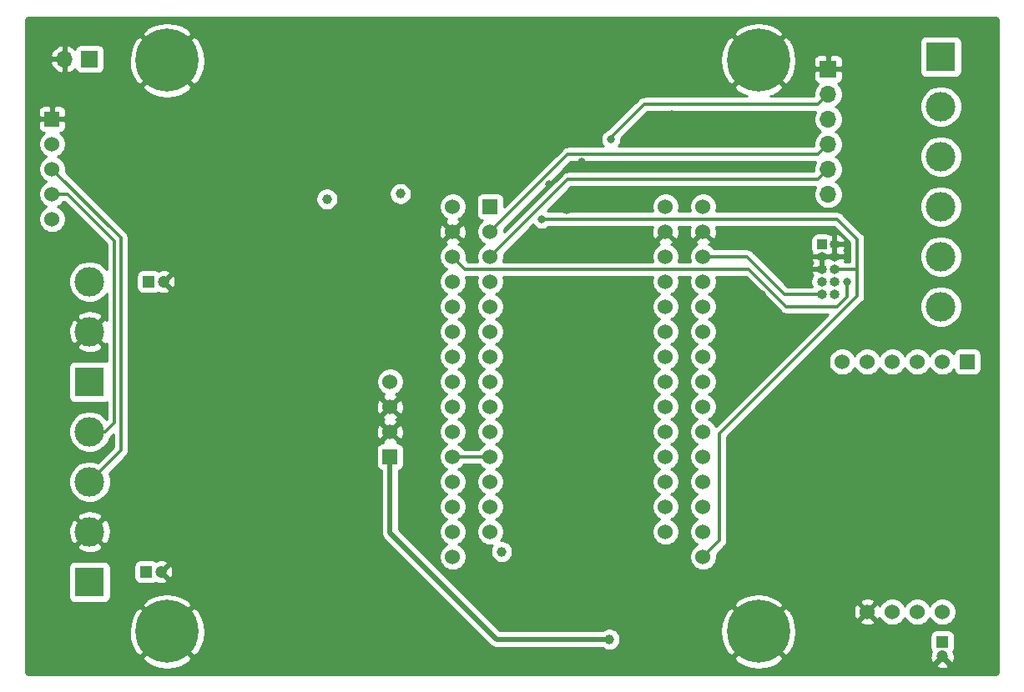
<source format=gbr>
G04 #@! TF.GenerationSoftware,KiCad,Pcbnew,(5.1.9)-1*
G04 #@! TF.CreationDate,2021-03-05T16:25:43+01:00*
G04 #@! TF.ProjectId,BOBcad,424f4263-6164-42e6-9b69-6361645f7063,v1.0.2*
G04 #@! TF.SameCoordinates,Original*
G04 #@! TF.FileFunction,Copper,L4,Bot*
G04 #@! TF.FilePolarity,Positive*
%FSLAX46Y46*%
G04 Gerber Fmt 4.6, Leading zero omitted, Abs format (unit mm)*
G04 Created by KiCad (PCBNEW (5.1.9)-1) date 2021-03-05 16:25:43*
%MOMM*%
%LPD*%
G01*
G04 APERTURE LIST*
G04 #@! TA.AperFunction,ComponentPad*
%ADD10C,1.524000*%
G04 #@! TD*
G04 #@! TA.AperFunction,ComponentPad*
%ADD11R,1.200000X1.200000*%
G04 #@! TD*
G04 #@! TA.AperFunction,ComponentPad*
%ADD12C,1.200000*%
G04 #@! TD*
G04 #@! TA.AperFunction,ComponentPad*
%ADD13R,1.524000X1.524000*%
G04 #@! TD*
G04 #@! TA.AperFunction,ComponentPad*
%ADD14C,3.000000*%
G04 #@! TD*
G04 #@! TA.AperFunction,ComponentPad*
%ADD15R,3.000000X3.000000*%
G04 #@! TD*
G04 #@! TA.AperFunction,ComponentPad*
%ADD16R,1.000000X1.000000*%
G04 #@! TD*
G04 #@! TA.AperFunction,ComponentPad*
%ADD17O,1.000000X1.000000*%
G04 #@! TD*
G04 #@! TA.AperFunction,ComponentPad*
%ADD18R,1.700000X1.700000*%
G04 #@! TD*
G04 #@! TA.AperFunction,ComponentPad*
%ADD19O,1.700000X1.700000*%
G04 #@! TD*
G04 #@! TA.AperFunction,ComponentPad*
%ADD20C,6.400000*%
G04 #@! TD*
G04 #@! TA.AperFunction,ViaPad*
%ADD21C,1.000000*%
G04 #@! TD*
G04 #@! TA.AperFunction,ViaPad*
%ADD22C,0.800000*%
G04 #@! TD*
G04 #@! TA.AperFunction,Conductor*
%ADD23C,0.300000*%
G04 #@! TD*
G04 #@! TA.AperFunction,Conductor*
%ADD24C,0.500000*%
G04 #@! TD*
G04 #@! TA.AperFunction,Conductor*
%ADD25C,0.254000*%
G04 #@! TD*
G04 #@! TA.AperFunction,Conductor*
%ADD26C,0.100000*%
G04 #@! TD*
G04 APERTURE END LIST*
D10*
X161006000Y-116092000D03*
X161006000Y-113552000D03*
X161006000Y-111012000D03*
X161006000Y-108472000D03*
X161006000Y-105932000D03*
X161006000Y-103392000D03*
X161006000Y-100852000D03*
X161006000Y-98312000D03*
X161006000Y-95772000D03*
X161006000Y-93232000D03*
X161006000Y-90692000D03*
X161006000Y-88152000D03*
X161006000Y-85612000D03*
X161006000Y-83072000D03*
X161006000Y-80532000D03*
X135606000Y-93232000D03*
X135606000Y-80532000D03*
X135606000Y-103392000D03*
X135606000Y-90692000D03*
X135606000Y-83072000D03*
X135606000Y-100852000D03*
X135606000Y-113552000D03*
X135606000Y-111012000D03*
X135606000Y-98312000D03*
X135606000Y-108472000D03*
X135606000Y-88152000D03*
X135606000Y-95772000D03*
X135606000Y-85612000D03*
X135606000Y-116092000D03*
X135606000Y-105932000D03*
D11*
X104762000Y-88146000D03*
D12*
X106262000Y-88146000D03*
D11*
X104508000Y-117610000D03*
D12*
X106008000Y-117610000D03*
D11*
X185280000Y-124722000D03*
D12*
X185280000Y-126222000D03*
D10*
X157196000Y-80532000D03*
X157196000Y-83072000D03*
X157196000Y-85612000D03*
X157196000Y-88152000D03*
X157196000Y-90692000D03*
X157196000Y-93232000D03*
X157196000Y-95772000D03*
X157196000Y-98312000D03*
X157196000Y-100852000D03*
X157196000Y-103392000D03*
X157196000Y-105932000D03*
X157196000Y-108472000D03*
X157196000Y-111012000D03*
X157196000Y-113552000D03*
X139416000Y-113552000D03*
X139416000Y-111012000D03*
X139416000Y-108472000D03*
X139416000Y-105932000D03*
X139416000Y-103392000D03*
X139416000Y-100852000D03*
X139416000Y-98312000D03*
X139416000Y-95772000D03*
X139416000Y-93232000D03*
X139416000Y-90692000D03*
X139416000Y-88152000D03*
X139416000Y-85612000D03*
X139416000Y-83072000D03*
D13*
X139416000Y-80532000D03*
X129256000Y-105932000D03*
D10*
X129256000Y-103392000D03*
X129256000Y-100852000D03*
X129256000Y-98312000D03*
D13*
X94966000Y-71642000D03*
D10*
X94966000Y-74182000D03*
X94966000Y-76722000D03*
X94966000Y-79262000D03*
X94966000Y-81802000D03*
D14*
X98776000Y-113552000D03*
X98776000Y-108472000D03*
D15*
X98776000Y-118632000D03*
D14*
X98776000Y-103392000D03*
D15*
X98776000Y-98312000D03*
D14*
X98776000Y-93232000D03*
X98776000Y-88152000D03*
D16*
X173071000Y-84342000D03*
D17*
X174341000Y-84342000D03*
X173071000Y-85612000D03*
X174341000Y-85612000D03*
X173071000Y-86882000D03*
X174341000Y-86882000D03*
X173071000Y-88152000D03*
X174341000Y-88152000D03*
X173071000Y-89422000D03*
X174341000Y-89422000D03*
D10*
X177660000Y-121674000D03*
X180200000Y-121674000D03*
X182740000Y-121674000D03*
X185280000Y-121674000D03*
X175120000Y-96274000D03*
X177660000Y-96274000D03*
X180200000Y-96274000D03*
X182740000Y-96274000D03*
X185280000Y-96274000D03*
D13*
X187820000Y-96274000D03*
D14*
X185136000Y-70372000D03*
X185136000Y-75452000D03*
D15*
X185136000Y-65292000D03*
D14*
X185136000Y-80532000D03*
X185136000Y-85612000D03*
X185136000Y-90692000D03*
D18*
X173706000Y-66562000D03*
D19*
X173706000Y-69102000D03*
X173706000Y-71642000D03*
X173706000Y-74182000D03*
X173706000Y-76722000D03*
X173706000Y-79262000D03*
D18*
X98776000Y-65540000D03*
D19*
X96236000Y-65540000D03*
D20*
X166626000Y-123682000D03*
X106626000Y-123682000D03*
X166626000Y-65682000D03*
X106626000Y-65682000D03*
D21*
X140576000Y-115578000D03*
X122855959Y-79764000D03*
D22*
X151641000Y-73707000D03*
X144640000Y-81796000D03*
X137528000Y-88146000D03*
D21*
X124447000Y-80272000D03*
D22*
X164706000Y-89416000D03*
X166992000Y-89416000D03*
X159118000Y-112022000D03*
X159118000Y-104656000D03*
X144894000Y-109736000D03*
X142100000Y-109736000D03*
X142100000Y-107196000D03*
X141084000Y-112530000D03*
X133718000Y-109736000D03*
X132194000Y-109736000D03*
X99936000Y-105926000D03*
X142862000Y-75446000D03*
X148704000Y-73922000D03*
X148704000Y-75954000D03*
X97650000Y-105926000D03*
X169786000Y-73668000D03*
X157848000Y-71128000D03*
X157848000Y-73668000D03*
X169786000Y-76462000D03*
X157848000Y-76462000D03*
X145402000Y-78240000D03*
X145402000Y-72906000D03*
X137528000Y-94750000D03*
X137528000Y-102116000D03*
X111620000Y-70620000D03*
X129400000Y-70620000D03*
X111620000Y-88146000D03*
X129400000Y-88146000D03*
X111620000Y-98560000D03*
X111620000Y-111006000D03*
X127114000Y-111260000D03*
X111620000Y-123706000D03*
X126860000Y-123960000D03*
X96126000Y-123960000D03*
X175120000Y-106180000D03*
X187820000Y-106180000D03*
X187820000Y-118880000D03*
D21*
X147180000Y-80780000D03*
D22*
X175628000Y-88146000D03*
D21*
X151498000Y-124468000D03*
X130316000Y-79222000D03*
D23*
X101951000Y-83707000D02*
X94966000Y-76722000D01*
X101951000Y-105297000D02*
X101951000Y-83707000D01*
X98776000Y-108472000D02*
X101951000Y-105297000D01*
X139416000Y-105932000D02*
X135606000Y-105932000D01*
X101316000Y-102439500D02*
X101316000Y-84024500D01*
X96553500Y-79262000D02*
X94966000Y-79262000D01*
X97506000Y-103392000D02*
X100363500Y-103392000D01*
X100363500Y-103392000D02*
X101316000Y-102439500D01*
X101316000Y-84024500D02*
X96553500Y-79262000D01*
X172696000Y-70112000D02*
X173706000Y-69102000D01*
X151641000Y-73525000D02*
X155054000Y-70112000D01*
X155054000Y-70112000D02*
X172696000Y-70112000D01*
X151641000Y-73707000D02*
X151641000Y-73525000D01*
X147296000Y-75192000D02*
X139416000Y-83072000D01*
X172696000Y-75192000D02*
X147296000Y-75192000D01*
X173706000Y-74182000D02*
X172696000Y-75192000D01*
X147296000Y-77732000D02*
X140177999Y-84850001D01*
X140177999Y-84850001D02*
X139416000Y-85612000D01*
X172696000Y-77732000D02*
X147296000Y-77732000D01*
X173706000Y-76722000D02*
X172696000Y-77732000D01*
X162674000Y-114424000D02*
X161006000Y-116092000D01*
X176644000Y-83828000D02*
X176644000Y-89615122D01*
X176644000Y-89615122D02*
X162674000Y-103585122D01*
X174612000Y-81796000D02*
X176644000Y-83828000D01*
X144893998Y-81796000D02*
X174612000Y-81796000D01*
X162674000Y-103585122D02*
X162674000Y-114424000D01*
X144785999Y-81903999D02*
X144893998Y-81796000D01*
X176644000Y-86876000D02*
X174341000Y-86882000D01*
X175628000Y-89670000D02*
X175628000Y-88146000D01*
X174606000Y-90692000D02*
X175628000Y-89670000D01*
X169480300Y-90692000D02*
X174606000Y-90692000D01*
X165670300Y-86882000D02*
X169480300Y-90692000D01*
X136876000Y-86882000D02*
X165670300Y-86882000D01*
X135606000Y-85612000D02*
X136876000Y-86882000D01*
X169284000Y-89422000D02*
X173071000Y-89422000D01*
X165468000Y-85606000D02*
X169284000Y-89422000D01*
X161012000Y-85606000D02*
X165468000Y-85606000D01*
X161006000Y-85612000D02*
X161012000Y-85606000D01*
D24*
X140068000Y-124468000D02*
X151498000Y-124468000D01*
X129256000Y-113656000D02*
X140068000Y-124468000D01*
X129256000Y-105932000D02*
X129256000Y-113656000D01*
D25*
X190691424Y-61351580D02*
X190754356Y-61370580D01*
X190812405Y-61401445D01*
X190863343Y-61442989D01*
X190905248Y-61493644D01*
X190936515Y-61551471D01*
X190955956Y-61614272D01*
X190966000Y-61709835D01*
X190966001Y-127649711D01*
X190956420Y-127747424D01*
X190937420Y-127810357D01*
X190906554Y-127868406D01*
X190865011Y-127919343D01*
X190814356Y-127961248D01*
X190756529Y-127992515D01*
X190693728Y-128011956D01*
X190598165Y-128022000D01*
X92658279Y-128022000D01*
X92560576Y-128012420D01*
X92497643Y-127993420D01*
X92439594Y-127962554D01*
X92388657Y-127921011D01*
X92346752Y-127870356D01*
X92315485Y-127812529D01*
X92296044Y-127749728D01*
X92286000Y-127654165D01*
X92286000Y-126382881D01*
X104104724Y-126382881D01*
X104464912Y-126872548D01*
X105128882Y-127232849D01*
X105850385Y-127456694D01*
X106601695Y-127535480D01*
X107353938Y-127466178D01*
X108078208Y-127251452D01*
X108746670Y-126899555D01*
X108787088Y-126872548D01*
X109147276Y-126382881D01*
X164104724Y-126382881D01*
X164464912Y-126872548D01*
X165128882Y-127232849D01*
X165850385Y-127456694D01*
X166601695Y-127535480D01*
X167353938Y-127466178D01*
X168078208Y-127251452D01*
X168419542Y-127071764D01*
X184609841Y-127071764D01*
X184657148Y-127295348D01*
X184878516Y-127396237D01*
X185115313Y-127452000D01*
X185358438Y-127460495D01*
X185598549Y-127421395D01*
X185826418Y-127336202D01*
X185902852Y-127295348D01*
X185950159Y-127071764D01*
X185280000Y-126401605D01*
X184609841Y-127071764D01*
X168419542Y-127071764D01*
X168746670Y-126899555D01*
X168787088Y-126872548D01*
X169147276Y-126382881D01*
X169064833Y-126300438D01*
X184041505Y-126300438D01*
X184080605Y-126540549D01*
X184165798Y-126768418D01*
X184206652Y-126844852D01*
X184430236Y-126892159D01*
X185100395Y-126222000D01*
X185086253Y-126207858D01*
X185265858Y-126028253D01*
X185280000Y-126042395D01*
X185294143Y-126028253D01*
X185473748Y-126207858D01*
X185459605Y-126222000D01*
X186129764Y-126892159D01*
X186353348Y-126844852D01*
X186454237Y-126623484D01*
X186510000Y-126386687D01*
X186518495Y-126143562D01*
X186479395Y-125903451D01*
X186399549Y-125689883D01*
X186410537Y-125676494D01*
X186469502Y-125566180D01*
X186505812Y-125446482D01*
X186518072Y-125322000D01*
X186518072Y-124122000D01*
X186505812Y-123997518D01*
X186469502Y-123877820D01*
X186410537Y-123767506D01*
X186331185Y-123670815D01*
X186234494Y-123591463D01*
X186124180Y-123532498D01*
X186004482Y-123496188D01*
X185880000Y-123483928D01*
X184680000Y-123483928D01*
X184555518Y-123496188D01*
X184435820Y-123532498D01*
X184325506Y-123591463D01*
X184228815Y-123670815D01*
X184149463Y-123767506D01*
X184090498Y-123877820D01*
X184054188Y-123997518D01*
X184041928Y-124122000D01*
X184041928Y-125322000D01*
X184054188Y-125446482D01*
X184090498Y-125566180D01*
X184149463Y-125676494D01*
X184163568Y-125693681D01*
X184105763Y-125820516D01*
X184050000Y-126057313D01*
X184041505Y-126300438D01*
X169064833Y-126300438D01*
X166626000Y-123861605D01*
X164104724Y-126382881D01*
X109147276Y-126382881D01*
X106626000Y-123861605D01*
X104104724Y-126382881D01*
X92286000Y-126382881D01*
X92286000Y-123657695D01*
X102772520Y-123657695D01*
X102841822Y-124409938D01*
X103056548Y-125134208D01*
X103408445Y-125802670D01*
X103435452Y-125843088D01*
X103925119Y-126203276D01*
X106446395Y-123682000D01*
X106805605Y-123682000D01*
X109326881Y-126203276D01*
X109816548Y-125843088D01*
X110176849Y-125179118D01*
X110400694Y-124457615D01*
X110479480Y-123706305D01*
X110410178Y-122954062D01*
X110195452Y-122229792D01*
X109843555Y-121561330D01*
X109816548Y-121520912D01*
X109326881Y-121160724D01*
X106805605Y-123682000D01*
X106446395Y-123682000D01*
X103925119Y-121160724D01*
X103435452Y-121520912D01*
X103075151Y-122184882D01*
X102851306Y-122906385D01*
X102772520Y-123657695D01*
X92286000Y-123657695D01*
X92286000Y-120981119D01*
X104104724Y-120981119D01*
X106626000Y-123502395D01*
X109147276Y-120981119D01*
X108787088Y-120491452D01*
X108123118Y-120131151D01*
X107401615Y-119907306D01*
X106650305Y-119828520D01*
X105898062Y-119897822D01*
X105173792Y-120112548D01*
X104505330Y-120464445D01*
X104464912Y-120491452D01*
X104104724Y-120981119D01*
X92286000Y-120981119D01*
X92286000Y-117132000D01*
X96637928Y-117132000D01*
X96637928Y-120132000D01*
X96650188Y-120256482D01*
X96686498Y-120376180D01*
X96745463Y-120486494D01*
X96824815Y-120583185D01*
X96921506Y-120662537D01*
X97031820Y-120721502D01*
X97151518Y-120757812D01*
X97276000Y-120770072D01*
X100276000Y-120770072D01*
X100400482Y-120757812D01*
X100520180Y-120721502D01*
X100630494Y-120662537D01*
X100727185Y-120583185D01*
X100806537Y-120486494D01*
X100865502Y-120376180D01*
X100901812Y-120256482D01*
X100914072Y-120132000D01*
X100914072Y-117132000D01*
X100902057Y-117010000D01*
X103269928Y-117010000D01*
X103269928Y-118210000D01*
X103282188Y-118334482D01*
X103318498Y-118454180D01*
X103377463Y-118564494D01*
X103456815Y-118661185D01*
X103553506Y-118740537D01*
X103663820Y-118799502D01*
X103783518Y-118835812D01*
X103908000Y-118848072D01*
X105108000Y-118848072D01*
X105232482Y-118835812D01*
X105352180Y-118799502D01*
X105462494Y-118740537D01*
X105479681Y-118726432D01*
X105606516Y-118784237D01*
X105843313Y-118840000D01*
X106086438Y-118848495D01*
X106326549Y-118809395D01*
X106554418Y-118724202D01*
X106630852Y-118683348D01*
X106678159Y-118459764D01*
X106008000Y-117789605D01*
X105993858Y-117803748D01*
X105814253Y-117624143D01*
X105828395Y-117610000D01*
X106187605Y-117610000D01*
X106857764Y-118280159D01*
X107081348Y-118232852D01*
X107182237Y-118011484D01*
X107238000Y-117774687D01*
X107246495Y-117531562D01*
X107207395Y-117291451D01*
X107122202Y-117063582D01*
X107081348Y-116987148D01*
X106857764Y-116939841D01*
X106187605Y-117610000D01*
X105828395Y-117610000D01*
X105814253Y-117595858D01*
X105993858Y-117416253D01*
X106008000Y-117430395D01*
X106678159Y-116760236D01*
X106630852Y-116536652D01*
X106409484Y-116435763D01*
X106172687Y-116380000D01*
X105929562Y-116371505D01*
X105689451Y-116410605D01*
X105475883Y-116490451D01*
X105462494Y-116479463D01*
X105352180Y-116420498D01*
X105232482Y-116384188D01*
X105108000Y-116371928D01*
X103908000Y-116371928D01*
X103783518Y-116384188D01*
X103663820Y-116420498D01*
X103553506Y-116479463D01*
X103456815Y-116558815D01*
X103377463Y-116655506D01*
X103318498Y-116765820D01*
X103282188Y-116885518D01*
X103269928Y-117010000D01*
X100902057Y-117010000D01*
X100901812Y-117007518D01*
X100865502Y-116887820D01*
X100806537Y-116777506D01*
X100727185Y-116680815D01*
X100630494Y-116601463D01*
X100520180Y-116542498D01*
X100400482Y-116506188D01*
X100276000Y-116493928D01*
X97276000Y-116493928D01*
X97151518Y-116506188D01*
X97031820Y-116542498D01*
X96921506Y-116601463D01*
X96824815Y-116680815D01*
X96745463Y-116777506D01*
X96686498Y-116887820D01*
X96650188Y-117007518D01*
X96637928Y-117132000D01*
X92286000Y-117132000D01*
X92286000Y-115043653D01*
X97463952Y-115043653D01*
X97619962Y-115359214D01*
X97994745Y-115550020D01*
X98399551Y-115664044D01*
X98818824Y-115696902D01*
X99236451Y-115647334D01*
X99636383Y-115517243D01*
X99932038Y-115359214D01*
X100088048Y-115043653D01*
X98776000Y-113731605D01*
X97463952Y-115043653D01*
X92286000Y-115043653D01*
X92286000Y-113594824D01*
X96631098Y-113594824D01*
X96680666Y-114012451D01*
X96810757Y-114412383D01*
X96968786Y-114708038D01*
X97284347Y-114864048D01*
X98596395Y-113552000D01*
X98955605Y-113552000D01*
X100267653Y-114864048D01*
X100583214Y-114708038D01*
X100774020Y-114333255D01*
X100888044Y-113928449D01*
X100920902Y-113509176D01*
X100871334Y-113091549D01*
X100741243Y-112691617D01*
X100583214Y-112395962D01*
X100267653Y-112239952D01*
X98955605Y-113552000D01*
X98596395Y-113552000D01*
X97284347Y-112239952D01*
X96968786Y-112395962D01*
X96777980Y-112770745D01*
X96663956Y-113175551D01*
X96631098Y-113594824D01*
X92286000Y-113594824D01*
X92286000Y-112060347D01*
X97463952Y-112060347D01*
X98776000Y-113372395D01*
X100088048Y-112060347D01*
X99932038Y-111744786D01*
X99557255Y-111553980D01*
X99152449Y-111439956D01*
X98733176Y-111407098D01*
X98315549Y-111456666D01*
X97915617Y-111586757D01*
X97619962Y-111744786D01*
X97463952Y-112060347D01*
X92286000Y-112060347D01*
X92286000Y-94723653D01*
X97463952Y-94723653D01*
X97619962Y-95039214D01*
X97994745Y-95230020D01*
X98399551Y-95344044D01*
X98818824Y-95376902D01*
X99236451Y-95327334D01*
X99636383Y-95197243D01*
X99932038Y-95039214D01*
X100088048Y-94723653D01*
X98776000Y-93411605D01*
X97463952Y-94723653D01*
X92286000Y-94723653D01*
X92286000Y-93274824D01*
X96631098Y-93274824D01*
X96680666Y-93692451D01*
X96810757Y-94092383D01*
X96968786Y-94388038D01*
X97284347Y-94544048D01*
X98596395Y-93232000D01*
X97284347Y-91919952D01*
X96968786Y-92075962D01*
X96777980Y-92450745D01*
X96663956Y-92855551D01*
X96631098Y-93274824D01*
X92286000Y-93274824D01*
X92286000Y-91740347D01*
X97463952Y-91740347D01*
X98776000Y-93052395D01*
X100088048Y-91740347D01*
X99932038Y-91424786D01*
X99557255Y-91233980D01*
X99152449Y-91119956D01*
X98733176Y-91087098D01*
X98315549Y-91136666D01*
X97915617Y-91266757D01*
X97619962Y-91424786D01*
X97463952Y-91740347D01*
X92286000Y-91740347D01*
X92286000Y-72404000D01*
X93565928Y-72404000D01*
X93578188Y-72528482D01*
X93614498Y-72648180D01*
X93673463Y-72758494D01*
X93752815Y-72855185D01*
X93849506Y-72934537D01*
X93959820Y-72993502D01*
X94079518Y-73029812D01*
X94163465Y-73038080D01*
X94075465Y-73096880D01*
X93880880Y-73291465D01*
X93727995Y-73520273D01*
X93622686Y-73774510D01*
X93569000Y-74044408D01*
X93569000Y-74319592D01*
X93622686Y-74589490D01*
X93727995Y-74843727D01*
X93880880Y-75072535D01*
X94075465Y-75267120D01*
X94304273Y-75420005D01*
X94381515Y-75452000D01*
X94304273Y-75483995D01*
X94075465Y-75636880D01*
X93880880Y-75831465D01*
X93727995Y-76060273D01*
X93622686Y-76314510D01*
X93569000Y-76584408D01*
X93569000Y-76859592D01*
X93622686Y-77129490D01*
X93727995Y-77383727D01*
X93880880Y-77612535D01*
X94075465Y-77807120D01*
X94304273Y-77960005D01*
X94381515Y-77992000D01*
X94304273Y-78023995D01*
X94075465Y-78176880D01*
X93880880Y-78371465D01*
X93727995Y-78600273D01*
X93622686Y-78854510D01*
X93569000Y-79124408D01*
X93569000Y-79399592D01*
X93622686Y-79669490D01*
X93727995Y-79923727D01*
X93880880Y-80152535D01*
X94075465Y-80347120D01*
X94304273Y-80500005D01*
X94381515Y-80532000D01*
X94304273Y-80563995D01*
X94075465Y-80716880D01*
X93880880Y-80911465D01*
X93727995Y-81140273D01*
X93622686Y-81394510D01*
X93569000Y-81664408D01*
X93569000Y-81939592D01*
X93622686Y-82209490D01*
X93727995Y-82463727D01*
X93880880Y-82692535D01*
X94075465Y-82887120D01*
X94304273Y-83040005D01*
X94558510Y-83145314D01*
X94828408Y-83199000D01*
X95103592Y-83199000D01*
X95373490Y-83145314D01*
X95627727Y-83040005D01*
X95856535Y-82887120D01*
X96051120Y-82692535D01*
X96204005Y-82463727D01*
X96309314Y-82209490D01*
X96363000Y-81939592D01*
X96363000Y-81664408D01*
X96309314Y-81394510D01*
X96204005Y-81140273D01*
X96051120Y-80911465D01*
X95856535Y-80716880D01*
X95627727Y-80563995D01*
X95550485Y-80532000D01*
X95627727Y-80500005D01*
X95856535Y-80347120D01*
X96051120Y-80152535D01*
X96121636Y-80047000D01*
X96228343Y-80047000D01*
X100531001Y-84349659D01*
X100531001Y-86935646D01*
X100434363Y-86791017D01*
X100136983Y-86493637D01*
X99787302Y-86259988D01*
X99398756Y-86099047D01*
X98986279Y-86017000D01*
X98565721Y-86017000D01*
X98153244Y-86099047D01*
X97764698Y-86259988D01*
X97415017Y-86493637D01*
X97117637Y-86791017D01*
X96883988Y-87140698D01*
X96723047Y-87529244D01*
X96641000Y-87941721D01*
X96641000Y-88362279D01*
X96723047Y-88774756D01*
X96883988Y-89163302D01*
X97117637Y-89512983D01*
X97415017Y-89810363D01*
X97764698Y-90044012D01*
X98153244Y-90204953D01*
X98565721Y-90287000D01*
X98986279Y-90287000D01*
X99398756Y-90204953D01*
X99787302Y-90044012D01*
X100136983Y-89810363D01*
X100434363Y-89512983D01*
X100531001Y-89368354D01*
X100531001Y-92050148D01*
X100267653Y-91919952D01*
X98955605Y-93232000D01*
X100267653Y-94544048D01*
X100531000Y-94413852D01*
X100531000Y-96228282D01*
X100520180Y-96222498D01*
X100400482Y-96186188D01*
X100276000Y-96173928D01*
X97276000Y-96173928D01*
X97151518Y-96186188D01*
X97031820Y-96222498D01*
X96921506Y-96281463D01*
X96824815Y-96360815D01*
X96745463Y-96457506D01*
X96686498Y-96567820D01*
X96650188Y-96687518D01*
X96637928Y-96812000D01*
X96637928Y-99812000D01*
X96650188Y-99936482D01*
X96686498Y-100056180D01*
X96745463Y-100166494D01*
X96824815Y-100263185D01*
X96921506Y-100342537D01*
X97031820Y-100401502D01*
X97151518Y-100437812D01*
X97276000Y-100450072D01*
X100276000Y-100450072D01*
X100400482Y-100437812D01*
X100520180Y-100401502D01*
X100531000Y-100395718D01*
X100531000Y-102114342D01*
X100506446Y-102138897D01*
X100434363Y-102031017D01*
X100136983Y-101733637D01*
X99787302Y-101499988D01*
X99398756Y-101339047D01*
X98986279Y-101257000D01*
X98565721Y-101257000D01*
X98153244Y-101339047D01*
X97764698Y-101499988D01*
X97415017Y-101733637D01*
X97117637Y-102031017D01*
X96883988Y-102380698D01*
X96723047Y-102769244D01*
X96641000Y-103181721D01*
X96641000Y-103602279D01*
X96723047Y-104014756D01*
X96883988Y-104403302D01*
X97117637Y-104752983D01*
X97415017Y-105050363D01*
X97764698Y-105284012D01*
X98153244Y-105444953D01*
X98565721Y-105527000D01*
X98986279Y-105527000D01*
X99398756Y-105444953D01*
X99787302Y-105284012D01*
X100136983Y-105050363D01*
X100434363Y-104752983D01*
X100668012Y-104403302D01*
X100822196Y-104031068D01*
X100921264Y-103949764D01*
X100945847Y-103919810D01*
X101166000Y-103699657D01*
X101166000Y-104971842D01*
X99625058Y-106512784D01*
X99398756Y-106419047D01*
X98986279Y-106337000D01*
X98565721Y-106337000D01*
X98153244Y-106419047D01*
X97764698Y-106579988D01*
X97415017Y-106813637D01*
X97117637Y-107111017D01*
X96883988Y-107460698D01*
X96723047Y-107849244D01*
X96641000Y-108261721D01*
X96641000Y-108682279D01*
X96723047Y-109094756D01*
X96883988Y-109483302D01*
X97117637Y-109832983D01*
X97415017Y-110130363D01*
X97764698Y-110364012D01*
X98153244Y-110524953D01*
X98565721Y-110607000D01*
X98986279Y-110607000D01*
X99398756Y-110524953D01*
X99787302Y-110364012D01*
X100136983Y-110130363D01*
X100434363Y-109832983D01*
X100668012Y-109483302D01*
X100828953Y-109094756D01*
X100911000Y-108682279D01*
X100911000Y-108261721D01*
X100828953Y-107849244D01*
X100735216Y-107622942D01*
X102478817Y-105879341D01*
X102508764Y-105854764D01*
X102606862Y-105735233D01*
X102679754Y-105598860D01*
X102724641Y-105450887D01*
X102736000Y-105335561D01*
X102736000Y-105335554D01*
X102739797Y-105297001D01*
X102736000Y-105258448D01*
X102736000Y-105170000D01*
X127855928Y-105170000D01*
X127855928Y-106694000D01*
X127868188Y-106818482D01*
X127904498Y-106938180D01*
X127963463Y-107048494D01*
X128042815Y-107145185D01*
X128139506Y-107224537D01*
X128249820Y-107283502D01*
X128369518Y-107319812D01*
X128371000Y-107319958D01*
X128371001Y-113612521D01*
X128366719Y-113656000D01*
X128383805Y-113829490D01*
X128434412Y-113996313D01*
X128516590Y-114150059D01*
X128599468Y-114251046D01*
X128599471Y-114251049D01*
X128627184Y-114284817D01*
X128660952Y-114312530D01*
X139411470Y-125063049D01*
X139439183Y-125096817D01*
X139472951Y-125124530D01*
X139472953Y-125124532D01*
X139539466Y-125179118D01*
X139573941Y-125207411D01*
X139727687Y-125289589D01*
X139894510Y-125340195D01*
X140024523Y-125353000D01*
X140024533Y-125353000D01*
X140067999Y-125357281D01*
X140111466Y-125353000D01*
X150779550Y-125353000D01*
X150960376Y-125473824D01*
X151166933Y-125559383D01*
X151386212Y-125603000D01*
X151609788Y-125603000D01*
X151829067Y-125559383D01*
X152035624Y-125473824D01*
X152221520Y-125349612D01*
X152379612Y-125191520D01*
X152503824Y-125005624D01*
X152589383Y-124799067D01*
X152633000Y-124579788D01*
X152633000Y-124356212D01*
X152589383Y-124136933D01*
X152503824Y-123930376D01*
X152379612Y-123744480D01*
X152292827Y-123657695D01*
X162772520Y-123657695D01*
X162841822Y-124409938D01*
X163056548Y-125134208D01*
X163408445Y-125802670D01*
X163435452Y-125843088D01*
X163925119Y-126203276D01*
X166446395Y-123682000D01*
X166805605Y-123682000D01*
X169326881Y-126203276D01*
X169816548Y-125843088D01*
X170176849Y-125179118D01*
X170400694Y-124457615D01*
X170479480Y-123706305D01*
X170410178Y-122954062D01*
X170316939Y-122639565D01*
X176874040Y-122639565D01*
X176941020Y-122879656D01*
X177190048Y-122996756D01*
X177457135Y-123063023D01*
X177732017Y-123075910D01*
X178004133Y-123034922D01*
X178263023Y-122941636D01*
X178378980Y-122879656D01*
X178445960Y-122639565D01*
X177660000Y-121853605D01*
X176874040Y-122639565D01*
X170316939Y-122639565D01*
X170195452Y-122229792D01*
X169940780Y-121746017D01*
X176258090Y-121746017D01*
X176299078Y-122018133D01*
X176392364Y-122277023D01*
X176454344Y-122392980D01*
X176694435Y-122459960D01*
X177480395Y-121674000D01*
X177839605Y-121674000D01*
X178625565Y-122459960D01*
X178865656Y-122392980D01*
X178929485Y-122257240D01*
X178961995Y-122335727D01*
X179114880Y-122564535D01*
X179309465Y-122759120D01*
X179538273Y-122912005D01*
X179792510Y-123017314D01*
X180062408Y-123071000D01*
X180337592Y-123071000D01*
X180607490Y-123017314D01*
X180861727Y-122912005D01*
X181090535Y-122759120D01*
X181285120Y-122564535D01*
X181438005Y-122335727D01*
X181470000Y-122258485D01*
X181501995Y-122335727D01*
X181654880Y-122564535D01*
X181849465Y-122759120D01*
X182078273Y-122912005D01*
X182332510Y-123017314D01*
X182602408Y-123071000D01*
X182877592Y-123071000D01*
X183147490Y-123017314D01*
X183401727Y-122912005D01*
X183630535Y-122759120D01*
X183825120Y-122564535D01*
X183978005Y-122335727D01*
X184010000Y-122258485D01*
X184041995Y-122335727D01*
X184194880Y-122564535D01*
X184389465Y-122759120D01*
X184618273Y-122912005D01*
X184872510Y-123017314D01*
X185142408Y-123071000D01*
X185417592Y-123071000D01*
X185687490Y-123017314D01*
X185941727Y-122912005D01*
X186170535Y-122759120D01*
X186365120Y-122564535D01*
X186518005Y-122335727D01*
X186623314Y-122081490D01*
X186677000Y-121811592D01*
X186677000Y-121536408D01*
X186623314Y-121266510D01*
X186518005Y-121012273D01*
X186365120Y-120783465D01*
X186170535Y-120588880D01*
X185941727Y-120435995D01*
X185687490Y-120330686D01*
X185417592Y-120277000D01*
X185142408Y-120277000D01*
X184872510Y-120330686D01*
X184618273Y-120435995D01*
X184389465Y-120588880D01*
X184194880Y-120783465D01*
X184041995Y-121012273D01*
X184010000Y-121089515D01*
X183978005Y-121012273D01*
X183825120Y-120783465D01*
X183630535Y-120588880D01*
X183401727Y-120435995D01*
X183147490Y-120330686D01*
X182877592Y-120277000D01*
X182602408Y-120277000D01*
X182332510Y-120330686D01*
X182078273Y-120435995D01*
X181849465Y-120588880D01*
X181654880Y-120783465D01*
X181501995Y-121012273D01*
X181470000Y-121089515D01*
X181438005Y-121012273D01*
X181285120Y-120783465D01*
X181090535Y-120588880D01*
X180861727Y-120435995D01*
X180607490Y-120330686D01*
X180337592Y-120277000D01*
X180062408Y-120277000D01*
X179792510Y-120330686D01*
X179538273Y-120435995D01*
X179309465Y-120588880D01*
X179114880Y-120783465D01*
X178961995Y-121012273D01*
X178932308Y-121083943D01*
X178927636Y-121070977D01*
X178865656Y-120955020D01*
X178625565Y-120888040D01*
X177839605Y-121674000D01*
X177480395Y-121674000D01*
X176694435Y-120888040D01*
X176454344Y-120955020D01*
X176337244Y-121204048D01*
X176270977Y-121471135D01*
X176258090Y-121746017D01*
X169940780Y-121746017D01*
X169843555Y-121561330D01*
X169816548Y-121520912D01*
X169326881Y-121160724D01*
X166805605Y-123682000D01*
X166446395Y-123682000D01*
X163925119Y-121160724D01*
X163435452Y-121520912D01*
X163075151Y-122184882D01*
X162851306Y-122906385D01*
X162772520Y-123657695D01*
X152292827Y-123657695D01*
X152221520Y-123586388D01*
X152035624Y-123462176D01*
X151829067Y-123376617D01*
X151609788Y-123333000D01*
X151386212Y-123333000D01*
X151166933Y-123376617D01*
X150960376Y-123462176D01*
X150779550Y-123583000D01*
X140434579Y-123583000D01*
X137832698Y-120981119D01*
X164104724Y-120981119D01*
X166626000Y-123502395D01*
X169147276Y-120981119D01*
X168946696Y-120708435D01*
X176874040Y-120708435D01*
X177660000Y-121494395D01*
X178445960Y-120708435D01*
X178378980Y-120468344D01*
X178129952Y-120351244D01*
X177862865Y-120284977D01*
X177587983Y-120272090D01*
X177315867Y-120313078D01*
X177056977Y-120406364D01*
X176941020Y-120468344D01*
X176874040Y-120708435D01*
X168946696Y-120708435D01*
X168787088Y-120491452D01*
X168123118Y-120131151D01*
X167401615Y-119907306D01*
X166650305Y-119828520D01*
X165898062Y-119897822D01*
X165173792Y-120112548D01*
X164505330Y-120464445D01*
X164464912Y-120491452D01*
X164104724Y-120981119D01*
X137832698Y-120981119D01*
X130141000Y-113289422D01*
X130141000Y-107319958D01*
X130142482Y-107319812D01*
X130262180Y-107283502D01*
X130372494Y-107224537D01*
X130469185Y-107145185D01*
X130548537Y-107048494D01*
X130607502Y-106938180D01*
X130643812Y-106818482D01*
X130656072Y-106694000D01*
X130656072Y-105170000D01*
X130643812Y-105045518D01*
X130607502Y-104925820D01*
X130548537Y-104815506D01*
X130469185Y-104718815D01*
X130372494Y-104639463D01*
X130262180Y-104580498D01*
X130142482Y-104544188D01*
X130018000Y-104531928D01*
X129993317Y-104531928D01*
X130041960Y-104357565D01*
X129256000Y-103571605D01*
X128470040Y-104357565D01*
X128518683Y-104531928D01*
X128494000Y-104531928D01*
X128369518Y-104544188D01*
X128249820Y-104580498D01*
X128139506Y-104639463D01*
X128042815Y-104718815D01*
X127963463Y-104815506D01*
X127904498Y-104925820D01*
X127868188Y-105045518D01*
X127855928Y-105170000D01*
X102736000Y-105170000D01*
X102736000Y-103464017D01*
X127854090Y-103464017D01*
X127895078Y-103736133D01*
X127988364Y-103995023D01*
X128050344Y-104110980D01*
X128290435Y-104177960D01*
X129076395Y-103392000D01*
X129435605Y-103392000D01*
X130221565Y-104177960D01*
X130461656Y-104110980D01*
X130578756Y-103861952D01*
X130645023Y-103594865D01*
X130657910Y-103319983D01*
X130616922Y-103047867D01*
X130523636Y-102788977D01*
X130461656Y-102673020D01*
X130221565Y-102606040D01*
X129435605Y-103392000D01*
X129076395Y-103392000D01*
X128290435Y-102606040D01*
X128050344Y-102673020D01*
X127933244Y-102922048D01*
X127866977Y-103189135D01*
X127854090Y-103464017D01*
X102736000Y-103464017D01*
X102736000Y-101817565D01*
X128470040Y-101817565D01*
X128537020Y-102057656D01*
X128667644Y-102119079D01*
X128652977Y-102124364D01*
X128537020Y-102186344D01*
X128470040Y-102426435D01*
X129256000Y-103212395D01*
X130041960Y-102426435D01*
X129974980Y-102186344D01*
X129844356Y-102124921D01*
X129859023Y-102119636D01*
X129974980Y-102057656D01*
X130041960Y-101817565D01*
X129256000Y-101031605D01*
X128470040Y-101817565D01*
X102736000Y-101817565D01*
X102736000Y-100924017D01*
X127854090Y-100924017D01*
X127895078Y-101196133D01*
X127988364Y-101455023D01*
X128050344Y-101570980D01*
X128290435Y-101637960D01*
X129076395Y-100852000D01*
X129435605Y-100852000D01*
X130221565Y-101637960D01*
X130461656Y-101570980D01*
X130578756Y-101321952D01*
X130645023Y-101054865D01*
X130657910Y-100779983D01*
X130616922Y-100507867D01*
X130523636Y-100248977D01*
X130461656Y-100133020D01*
X130221565Y-100066040D01*
X129435605Y-100852000D01*
X129076395Y-100852000D01*
X128290435Y-100066040D01*
X128050344Y-100133020D01*
X127933244Y-100382048D01*
X127866977Y-100649135D01*
X127854090Y-100924017D01*
X102736000Y-100924017D01*
X102736000Y-98174408D01*
X127859000Y-98174408D01*
X127859000Y-98449592D01*
X127912686Y-98719490D01*
X128017995Y-98973727D01*
X128170880Y-99202535D01*
X128365465Y-99397120D01*
X128594273Y-99550005D01*
X128665943Y-99579692D01*
X128652977Y-99584364D01*
X128537020Y-99646344D01*
X128470040Y-99886435D01*
X129256000Y-100672395D01*
X130041960Y-99886435D01*
X129974980Y-99646344D01*
X129839240Y-99582515D01*
X129917727Y-99550005D01*
X130146535Y-99397120D01*
X130341120Y-99202535D01*
X130494005Y-98973727D01*
X130599314Y-98719490D01*
X130653000Y-98449592D01*
X130653000Y-98174408D01*
X130599314Y-97904510D01*
X130494005Y-97650273D01*
X130341120Y-97421465D01*
X130146535Y-97226880D01*
X129917727Y-97073995D01*
X129663490Y-96968686D01*
X129393592Y-96915000D01*
X129118408Y-96915000D01*
X128848510Y-96968686D01*
X128594273Y-97073995D01*
X128365465Y-97226880D01*
X128170880Y-97421465D01*
X128017995Y-97650273D01*
X127912686Y-97904510D01*
X127859000Y-98174408D01*
X102736000Y-98174408D01*
X102736000Y-87546000D01*
X103523928Y-87546000D01*
X103523928Y-88746000D01*
X103536188Y-88870482D01*
X103572498Y-88990180D01*
X103631463Y-89100494D01*
X103710815Y-89197185D01*
X103807506Y-89276537D01*
X103917820Y-89335502D01*
X104037518Y-89371812D01*
X104162000Y-89384072D01*
X105362000Y-89384072D01*
X105486482Y-89371812D01*
X105606180Y-89335502D01*
X105716494Y-89276537D01*
X105733681Y-89262432D01*
X105860516Y-89320237D01*
X106097313Y-89376000D01*
X106340438Y-89384495D01*
X106580549Y-89345395D01*
X106808418Y-89260202D01*
X106884852Y-89219348D01*
X106932159Y-88995764D01*
X106262000Y-88325605D01*
X106247858Y-88339748D01*
X106068253Y-88160143D01*
X106082395Y-88146000D01*
X106441605Y-88146000D01*
X107111764Y-88816159D01*
X107335348Y-88768852D01*
X107436237Y-88547484D01*
X107492000Y-88310687D01*
X107500495Y-88067562D01*
X107461395Y-87827451D01*
X107376202Y-87599582D01*
X107335348Y-87523148D01*
X107111764Y-87475841D01*
X106441605Y-88146000D01*
X106082395Y-88146000D01*
X106068253Y-88131858D01*
X106247858Y-87952253D01*
X106262000Y-87966395D01*
X106932159Y-87296236D01*
X106884852Y-87072652D01*
X106663484Y-86971763D01*
X106426687Y-86916000D01*
X106183562Y-86907505D01*
X105943451Y-86946605D01*
X105729883Y-87026451D01*
X105716494Y-87015463D01*
X105606180Y-86956498D01*
X105486482Y-86920188D01*
X105362000Y-86907928D01*
X104162000Y-86907928D01*
X104037518Y-86920188D01*
X103917820Y-86956498D01*
X103807506Y-87015463D01*
X103710815Y-87094815D01*
X103631463Y-87191506D01*
X103572498Y-87301820D01*
X103536188Y-87421518D01*
X103523928Y-87546000D01*
X102736000Y-87546000D01*
X102736000Y-85474408D01*
X134209000Y-85474408D01*
X134209000Y-85749592D01*
X134262686Y-86019490D01*
X134367995Y-86273727D01*
X134520880Y-86502535D01*
X134715465Y-86697120D01*
X134944273Y-86850005D01*
X135021515Y-86882000D01*
X134944273Y-86913995D01*
X134715465Y-87066880D01*
X134520880Y-87261465D01*
X134367995Y-87490273D01*
X134262686Y-87744510D01*
X134209000Y-88014408D01*
X134209000Y-88289592D01*
X134262686Y-88559490D01*
X134367995Y-88813727D01*
X134520880Y-89042535D01*
X134715465Y-89237120D01*
X134944273Y-89390005D01*
X135021515Y-89422000D01*
X134944273Y-89453995D01*
X134715465Y-89606880D01*
X134520880Y-89801465D01*
X134367995Y-90030273D01*
X134262686Y-90284510D01*
X134209000Y-90554408D01*
X134209000Y-90829592D01*
X134262686Y-91099490D01*
X134367995Y-91353727D01*
X134520880Y-91582535D01*
X134715465Y-91777120D01*
X134944273Y-91930005D01*
X135021515Y-91962000D01*
X134944273Y-91993995D01*
X134715465Y-92146880D01*
X134520880Y-92341465D01*
X134367995Y-92570273D01*
X134262686Y-92824510D01*
X134209000Y-93094408D01*
X134209000Y-93369592D01*
X134262686Y-93639490D01*
X134367995Y-93893727D01*
X134520880Y-94122535D01*
X134715465Y-94317120D01*
X134944273Y-94470005D01*
X135021515Y-94502000D01*
X134944273Y-94533995D01*
X134715465Y-94686880D01*
X134520880Y-94881465D01*
X134367995Y-95110273D01*
X134262686Y-95364510D01*
X134209000Y-95634408D01*
X134209000Y-95909592D01*
X134262686Y-96179490D01*
X134367995Y-96433727D01*
X134520880Y-96662535D01*
X134715465Y-96857120D01*
X134944273Y-97010005D01*
X135021515Y-97042000D01*
X134944273Y-97073995D01*
X134715465Y-97226880D01*
X134520880Y-97421465D01*
X134367995Y-97650273D01*
X134262686Y-97904510D01*
X134209000Y-98174408D01*
X134209000Y-98449592D01*
X134262686Y-98719490D01*
X134367995Y-98973727D01*
X134520880Y-99202535D01*
X134715465Y-99397120D01*
X134944273Y-99550005D01*
X135021515Y-99582000D01*
X134944273Y-99613995D01*
X134715465Y-99766880D01*
X134520880Y-99961465D01*
X134367995Y-100190273D01*
X134262686Y-100444510D01*
X134209000Y-100714408D01*
X134209000Y-100989592D01*
X134262686Y-101259490D01*
X134367995Y-101513727D01*
X134520880Y-101742535D01*
X134715465Y-101937120D01*
X134944273Y-102090005D01*
X135021515Y-102122000D01*
X134944273Y-102153995D01*
X134715465Y-102306880D01*
X134520880Y-102501465D01*
X134367995Y-102730273D01*
X134262686Y-102984510D01*
X134209000Y-103254408D01*
X134209000Y-103529592D01*
X134262686Y-103799490D01*
X134367995Y-104053727D01*
X134520880Y-104282535D01*
X134715465Y-104477120D01*
X134944273Y-104630005D01*
X135021515Y-104662000D01*
X134944273Y-104693995D01*
X134715465Y-104846880D01*
X134520880Y-105041465D01*
X134367995Y-105270273D01*
X134262686Y-105524510D01*
X134209000Y-105794408D01*
X134209000Y-106069592D01*
X134262686Y-106339490D01*
X134367995Y-106593727D01*
X134520880Y-106822535D01*
X134715465Y-107017120D01*
X134944273Y-107170005D01*
X135021515Y-107202000D01*
X134944273Y-107233995D01*
X134715465Y-107386880D01*
X134520880Y-107581465D01*
X134367995Y-107810273D01*
X134262686Y-108064510D01*
X134209000Y-108334408D01*
X134209000Y-108609592D01*
X134262686Y-108879490D01*
X134367995Y-109133727D01*
X134520880Y-109362535D01*
X134715465Y-109557120D01*
X134944273Y-109710005D01*
X135021515Y-109742000D01*
X134944273Y-109773995D01*
X134715465Y-109926880D01*
X134520880Y-110121465D01*
X134367995Y-110350273D01*
X134262686Y-110604510D01*
X134209000Y-110874408D01*
X134209000Y-111149592D01*
X134262686Y-111419490D01*
X134367995Y-111673727D01*
X134520880Y-111902535D01*
X134715465Y-112097120D01*
X134944273Y-112250005D01*
X135021515Y-112282000D01*
X134944273Y-112313995D01*
X134715465Y-112466880D01*
X134520880Y-112661465D01*
X134367995Y-112890273D01*
X134262686Y-113144510D01*
X134209000Y-113414408D01*
X134209000Y-113689592D01*
X134262686Y-113959490D01*
X134367995Y-114213727D01*
X134520880Y-114442535D01*
X134715465Y-114637120D01*
X134944273Y-114790005D01*
X135021515Y-114822000D01*
X134944273Y-114853995D01*
X134715465Y-115006880D01*
X134520880Y-115201465D01*
X134367995Y-115430273D01*
X134262686Y-115684510D01*
X134209000Y-115954408D01*
X134209000Y-116229592D01*
X134262686Y-116499490D01*
X134367995Y-116753727D01*
X134520880Y-116982535D01*
X134715465Y-117177120D01*
X134944273Y-117330005D01*
X135198510Y-117435314D01*
X135468408Y-117489000D01*
X135743592Y-117489000D01*
X136013490Y-117435314D01*
X136267727Y-117330005D01*
X136496535Y-117177120D01*
X136691120Y-116982535D01*
X136844005Y-116753727D01*
X136949314Y-116499490D01*
X137003000Y-116229592D01*
X137003000Y-115954408D01*
X136949314Y-115684510D01*
X136844005Y-115430273D01*
X136691120Y-115201465D01*
X136496535Y-115006880D01*
X136267727Y-114853995D01*
X136190485Y-114822000D01*
X136267727Y-114790005D01*
X136496535Y-114637120D01*
X136691120Y-114442535D01*
X136844005Y-114213727D01*
X136949314Y-113959490D01*
X137003000Y-113689592D01*
X137003000Y-113414408D01*
X136949314Y-113144510D01*
X136844005Y-112890273D01*
X136691120Y-112661465D01*
X136496535Y-112466880D01*
X136267727Y-112313995D01*
X136190485Y-112282000D01*
X136267727Y-112250005D01*
X136496535Y-112097120D01*
X136691120Y-111902535D01*
X136844005Y-111673727D01*
X136949314Y-111419490D01*
X137003000Y-111149592D01*
X137003000Y-110874408D01*
X136949314Y-110604510D01*
X136844005Y-110350273D01*
X136691120Y-110121465D01*
X136496535Y-109926880D01*
X136267727Y-109773995D01*
X136190485Y-109742000D01*
X136267727Y-109710005D01*
X136496535Y-109557120D01*
X136691120Y-109362535D01*
X136844005Y-109133727D01*
X136949314Y-108879490D01*
X137003000Y-108609592D01*
X137003000Y-108334408D01*
X136949314Y-108064510D01*
X136844005Y-107810273D01*
X136691120Y-107581465D01*
X136496535Y-107386880D01*
X136267727Y-107233995D01*
X136190485Y-107202000D01*
X136267727Y-107170005D01*
X136496535Y-107017120D01*
X136691120Y-106822535D01*
X136761636Y-106717000D01*
X138260364Y-106717000D01*
X138330880Y-106822535D01*
X138525465Y-107017120D01*
X138754273Y-107170005D01*
X138831515Y-107202000D01*
X138754273Y-107233995D01*
X138525465Y-107386880D01*
X138330880Y-107581465D01*
X138177995Y-107810273D01*
X138072686Y-108064510D01*
X138019000Y-108334408D01*
X138019000Y-108609592D01*
X138072686Y-108879490D01*
X138177995Y-109133727D01*
X138330880Y-109362535D01*
X138525465Y-109557120D01*
X138754273Y-109710005D01*
X138831515Y-109742000D01*
X138754273Y-109773995D01*
X138525465Y-109926880D01*
X138330880Y-110121465D01*
X138177995Y-110350273D01*
X138072686Y-110604510D01*
X138019000Y-110874408D01*
X138019000Y-111149592D01*
X138072686Y-111419490D01*
X138177995Y-111673727D01*
X138330880Y-111902535D01*
X138525465Y-112097120D01*
X138754273Y-112250005D01*
X138831515Y-112282000D01*
X138754273Y-112313995D01*
X138525465Y-112466880D01*
X138330880Y-112661465D01*
X138177995Y-112890273D01*
X138072686Y-113144510D01*
X138019000Y-113414408D01*
X138019000Y-113689592D01*
X138072686Y-113959490D01*
X138177995Y-114213727D01*
X138330880Y-114442535D01*
X138525465Y-114637120D01*
X138754273Y-114790005D01*
X139008510Y-114895314D01*
X139278408Y-114949000D01*
X139553592Y-114949000D01*
X139643132Y-114931189D01*
X139570176Y-115040376D01*
X139484617Y-115246933D01*
X139441000Y-115466212D01*
X139441000Y-115689788D01*
X139484617Y-115909067D01*
X139570176Y-116115624D01*
X139694388Y-116301520D01*
X139852480Y-116459612D01*
X140038376Y-116583824D01*
X140244933Y-116669383D01*
X140464212Y-116713000D01*
X140687788Y-116713000D01*
X140907067Y-116669383D01*
X141113624Y-116583824D01*
X141299520Y-116459612D01*
X141457612Y-116301520D01*
X141581824Y-116115624D01*
X141667383Y-115909067D01*
X141711000Y-115689788D01*
X141711000Y-115466212D01*
X141667383Y-115246933D01*
X141581824Y-115040376D01*
X141457612Y-114854480D01*
X141299520Y-114696388D01*
X141113624Y-114572176D01*
X140907067Y-114486617D01*
X140687788Y-114443000D01*
X140500655Y-114443000D01*
X140501120Y-114442535D01*
X140654005Y-114213727D01*
X140759314Y-113959490D01*
X140813000Y-113689592D01*
X140813000Y-113414408D01*
X140759314Y-113144510D01*
X140654005Y-112890273D01*
X140501120Y-112661465D01*
X140306535Y-112466880D01*
X140077727Y-112313995D01*
X140000485Y-112282000D01*
X140077727Y-112250005D01*
X140306535Y-112097120D01*
X140501120Y-111902535D01*
X140654005Y-111673727D01*
X140759314Y-111419490D01*
X140813000Y-111149592D01*
X140813000Y-110874408D01*
X140759314Y-110604510D01*
X140654005Y-110350273D01*
X140501120Y-110121465D01*
X140306535Y-109926880D01*
X140077727Y-109773995D01*
X140000485Y-109742000D01*
X140077727Y-109710005D01*
X140306535Y-109557120D01*
X140501120Y-109362535D01*
X140654005Y-109133727D01*
X140759314Y-108879490D01*
X140813000Y-108609592D01*
X140813000Y-108334408D01*
X140759314Y-108064510D01*
X140654005Y-107810273D01*
X140501120Y-107581465D01*
X140306535Y-107386880D01*
X140077727Y-107233995D01*
X140000485Y-107202000D01*
X140077727Y-107170005D01*
X140306535Y-107017120D01*
X140501120Y-106822535D01*
X140654005Y-106593727D01*
X140759314Y-106339490D01*
X140813000Y-106069592D01*
X140813000Y-105794408D01*
X140759314Y-105524510D01*
X140654005Y-105270273D01*
X140501120Y-105041465D01*
X140306535Y-104846880D01*
X140077727Y-104693995D01*
X140000485Y-104662000D01*
X140077727Y-104630005D01*
X140306535Y-104477120D01*
X140501120Y-104282535D01*
X140654005Y-104053727D01*
X140759314Y-103799490D01*
X140813000Y-103529592D01*
X140813000Y-103254408D01*
X140759314Y-102984510D01*
X140654005Y-102730273D01*
X140501120Y-102501465D01*
X140306535Y-102306880D01*
X140077727Y-102153995D01*
X140000485Y-102122000D01*
X140077727Y-102090005D01*
X140306535Y-101937120D01*
X140501120Y-101742535D01*
X140654005Y-101513727D01*
X140759314Y-101259490D01*
X140813000Y-100989592D01*
X140813000Y-100714408D01*
X140759314Y-100444510D01*
X140654005Y-100190273D01*
X140501120Y-99961465D01*
X140306535Y-99766880D01*
X140077727Y-99613995D01*
X140000485Y-99582000D01*
X140077727Y-99550005D01*
X140306535Y-99397120D01*
X140501120Y-99202535D01*
X140654005Y-98973727D01*
X140759314Y-98719490D01*
X140813000Y-98449592D01*
X140813000Y-98174408D01*
X140759314Y-97904510D01*
X140654005Y-97650273D01*
X140501120Y-97421465D01*
X140306535Y-97226880D01*
X140077727Y-97073995D01*
X140000485Y-97042000D01*
X140077727Y-97010005D01*
X140306535Y-96857120D01*
X140501120Y-96662535D01*
X140654005Y-96433727D01*
X140759314Y-96179490D01*
X140813000Y-95909592D01*
X140813000Y-95634408D01*
X140759314Y-95364510D01*
X140654005Y-95110273D01*
X140501120Y-94881465D01*
X140306535Y-94686880D01*
X140077727Y-94533995D01*
X140000485Y-94502000D01*
X140077727Y-94470005D01*
X140306535Y-94317120D01*
X140501120Y-94122535D01*
X140654005Y-93893727D01*
X140759314Y-93639490D01*
X140813000Y-93369592D01*
X140813000Y-93094408D01*
X140759314Y-92824510D01*
X140654005Y-92570273D01*
X140501120Y-92341465D01*
X140306535Y-92146880D01*
X140077727Y-91993995D01*
X140000485Y-91962000D01*
X140077727Y-91930005D01*
X140306535Y-91777120D01*
X140501120Y-91582535D01*
X140654005Y-91353727D01*
X140759314Y-91099490D01*
X140813000Y-90829592D01*
X140813000Y-90554408D01*
X140759314Y-90284510D01*
X140654005Y-90030273D01*
X140501120Y-89801465D01*
X140306535Y-89606880D01*
X140077727Y-89453995D01*
X140000485Y-89422000D01*
X140077727Y-89390005D01*
X140306535Y-89237120D01*
X140501120Y-89042535D01*
X140654005Y-88813727D01*
X140759314Y-88559490D01*
X140813000Y-88289592D01*
X140813000Y-88014408D01*
X140759314Y-87744510D01*
X140727208Y-87667000D01*
X155884792Y-87667000D01*
X155852686Y-87744510D01*
X155799000Y-88014408D01*
X155799000Y-88289592D01*
X155852686Y-88559490D01*
X155957995Y-88813727D01*
X156110880Y-89042535D01*
X156305465Y-89237120D01*
X156534273Y-89390005D01*
X156611515Y-89422000D01*
X156534273Y-89453995D01*
X156305465Y-89606880D01*
X156110880Y-89801465D01*
X155957995Y-90030273D01*
X155852686Y-90284510D01*
X155799000Y-90554408D01*
X155799000Y-90829592D01*
X155852686Y-91099490D01*
X155957995Y-91353727D01*
X156110880Y-91582535D01*
X156305465Y-91777120D01*
X156534273Y-91930005D01*
X156611515Y-91962000D01*
X156534273Y-91993995D01*
X156305465Y-92146880D01*
X156110880Y-92341465D01*
X155957995Y-92570273D01*
X155852686Y-92824510D01*
X155799000Y-93094408D01*
X155799000Y-93369592D01*
X155852686Y-93639490D01*
X155957995Y-93893727D01*
X156110880Y-94122535D01*
X156305465Y-94317120D01*
X156534273Y-94470005D01*
X156611515Y-94502000D01*
X156534273Y-94533995D01*
X156305465Y-94686880D01*
X156110880Y-94881465D01*
X155957995Y-95110273D01*
X155852686Y-95364510D01*
X155799000Y-95634408D01*
X155799000Y-95909592D01*
X155852686Y-96179490D01*
X155957995Y-96433727D01*
X156110880Y-96662535D01*
X156305465Y-96857120D01*
X156534273Y-97010005D01*
X156611515Y-97042000D01*
X156534273Y-97073995D01*
X156305465Y-97226880D01*
X156110880Y-97421465D01*
X155957995Y-97650273D01*
X155852686Y-97904510D01*
X155799000Y-98174408D01*
X155799000Y-98449592D01*
X155852686Y-98719490D01*
X155957995Y-98973727D01*
X156110880Y-99202535D01*
X156305465Y-99397120D01*
X156534273Y-99550005D01*
X156611515Y-99582000D01*
X156534273Y-99613995D01*
X156305465Y-99766880D01*
X156110880Y-99961465D01*
X155957995Y-100190273D01*
X155852686Y-100444510D01*
X155799000Y-100714408D01*
X155799000Y-100989592D01*
X155852686Y-101259490D01*
X155957995Y-101513727D01*
X156110880Y-101742535D01*
X156305465Y-101937120D01*
X156534273Y-102090005D01*
X156611515Y-102122000D01*
X156534273Y-102153995D01*
X156305465Y-102306880D01*
X156110880Y-102501465D01*
X155957995Y-102730273D01*
X155852686Y-102984510D01*
X155799000Y-103254408D01*
X155799000Y-103529592D01*
X155852686Y-103799490D01*
X155957995Y-104053727D01*
X156110880Y-104282535D01*
X156305465Y-104477120D01*
X156534273Y-104630005D01*
X156611515Y-104662000D01*
X156534273Y-104693995D01*
X156305465Y-104846880D01*
X156110880Y-105041465D01*
X155957995Y-105270273D01*
X155852686Y-105524510D01*
X155799000Y-105794408D01*
X155799000Y-106069592D01*
X155852686Y-106339490D01*
X155957995Y-106593727D01*
X156110880Y-106822535D01*
X156305465Y-107017120D01*
X156534273Y-107170005D01*
X156611515Y-107202000D01*
X156534273Y-107233995D01*
X156305465Y-107386880D01*
X156110880Y-107581465D01*
X155957995Y-107810273D01*
X155852686Y-108064510D01*
X155799000Y-108334408D01*
X155799000Y-108609592D01*
X155852686Y-108879490D01*
X155957995Y-109133727D01*
X156110880Y-109362535D01*
X156305465Y-109557120D01*
X156534273Y-109710005D01*
X156611515Y-109742000D01*
X156534273Y-109773995D01*
X156305465Y-109926880D01*
X156110880Y-110121465D01*
X155957995Y-110350273D01*
X155852686Y-110604510D01*
X155799000Y-110874408D01*
X155799000Y-111149592D01*
X155852686Y-111419490D01*
X155957995Y-111673727D01*
X156110880Y-111902535D01*
X156305465Y-112097120D01*
X156534273Y-112250005D01*
X156611515Y-112282000D01*
X156534273Y-112313995D01*
X156305465Y-112466880D01*
X156110880Y-112661465D01*
X155957995Y-112890273D01*
X155852686Y-113144510D01*
X155799000Y-113414408D01*
X155799000Y-113689592D01*
X155852686Y-113959490D01*
X155957995Y-114213727D01*
X156110880Y-114442535D01*
X156305465Y-114637120D01*
X156534273Y-114790005D01*
X156788510Y-114895314D01*
X157058408Y-114949000D01*
X157333592Y-114949000D01*
X157603490Y-114895314D01*
X157857727Y-114790005D01*
X158086535Y-114637120D01*
X158281120Y-114442535D01*
X158434005Y-114213727D01*
X158539314Y-113959490D01*
X158593000Y-113689592D01*
X158593000Y-113414408D01*
X158539314Y-113144510D01*
X158434005Y-112890273D01*
X158281120Y-112661465D01*
X158086535Y-112466880D01*
X157857727Y-112313995D01*
X157780485Y-112282000D01*
X157857727Y-112250005D01*
X158086535Y-112097120D01*
X158281120Y-111902535D01*
X158434005Y-111673727D01*
X158539314Y-111419490D01*
X158593000Y-111149592D01*
X158593000Y-110874408D01*
X158539314Y-110604510D01*
X158434005Y-110350273D01*
X158281120Y-110121465D01*
X158086535Y-109926880D01*
X157857727Y-109773995D01*
X157780485Y-109742000D01*
X157857727Y-109710005D01*
X158086535Y-109557120D01*
X158281120Y-109362535D01*
X158434005Y-109133727D01*
X158539314Y-108879490D01*
X158593000Y-108609592D01*
X158593000Y-108334408D01*
X158539314Y-108064510D01*
X158434005Y-107810273D01*
X158281120Y-107581465D01*
X158086535Y-107386880D01*
X157857727Y-107233995D01*
X157780485Y-107202000D01*
X157857727Y-107170005D01*
X158086535Y-107017120D01*
X158281120Y-106822535D01*
X158434005Y-106593727D01*
X158539314Y-106339490D01*
X158593000Y-106069592D01*
X158593000Y-105794408D01*
X158539314Y-105524510D01*
X158434005Y-105270273D01*
X158281120Y-105041465D01*
X158086535Y-104846880D01*
X157857727Y-104693995D01*
X157780485Y-104662000D01*
X157857727Y-104630005D01*
X158086535Y-104477120D01*
X158281120Y-104282535D01*
X158434005Y-104053727D01*
X158539314Y-103799490D01*
X158593000Y-103529592D01*
X158593000Y-103254408D01*
X158539314Y-102984510D01*
X158434005Y-102730273D01*
X158281120Y-102501465D01*
X158086535Y-102306880D01*
X157857727Y-102153995D01*
X157780485Y-102122000D01*
X157857727Y-102090005D01*
X158086535Y-101937120D01*
X158281120Y-101742535D01*
X158434005Y-101513727D01*
X158539314Y-101259490D01*
X158593000Y-100989592D01*
X158593000Y-100714408D01*
X158539314Y-100444510D01*
X158434005Y-100190273D01*
X158281120Y-99961465D01*
X158086535Y-99766880D01*
X157857727Y-99613995D01*
X157780485Y-99582000D01*
X157857727Y-99550005D01*
X158086535Y-99397120D01*
X158281120Y-99202535D01*
X158434005Y-98973727D01*
X158539314Y-98719490D01*
X158593000Y-98449592D01*
X158593000Y-98174408D01*
X158539314Y-97904510D01*
X158434005Y-97650273D01*
X158281120Y-97421465D01*
X158086535Y-97226880D01*
X157857727Y-97073995D01*
X157780485Y-97042000D01*
X157857727Y-97010005D01*
X158086535Y-96857120D01*
X158281120Y-96662535D01*
X158434005Y-96433727D01*
X158539314Y-96179490D01*
X158593000Y-95909592D01*
X158593000Y-95634408D01*
X158539314Y-95364510D01*
X158434005Y-95110273D01*
X158281120Y-94881465D01*
X158086535Y-94686880D01*
X157857727Y-94533995D01*
X157780485Y-94502000D01*
X157857727Y-94470005D01*
X158086535Y-94317120D01*
X158281120Y-94122535D01*
X158434005Y-93893727D01*
X158539314Y-93639490D01*
X158593000Y-93369592D01*
X158593000Y-93094408D01*
X158539314Y-92824510D01*
X158434005Y-92570273D01*
X158281120Y-92341465D01*
X158086535Y-92146880D01*
X157857727Y-91993995D01*
X157780485Y-91962000D01*
X157857727Y-91930005D01*
X158086535Y-91777120D01*
X158281120Y-91582535D01*
X158434005Y-91353727D01*
X158539314Y-91099490D01*
X158593000Y-90829592D01*
X158593000Y-90554408D01*
X158539314Y-90284510D01*
X158434005Y-90030273D01*
X158281120Y-89801465D01*
X158086535Y-89606880D01*
X157857727Y-89453995D01*
X157780485Y-89422000D01*
X157857727Y-89390005D01*
X158086535Y-89237120D01*
X158281120Y-89042535D01*
X158434005Y-88813727D01*
X158539314Y-88559490D01*
X158593000Y-88289592D01*
X158593000Y-88014408D01*
X158539314Y-87744510D01*
X158507208Y-87667000D01*
X159694792Y-87667000D01*
X159662686Y-87744510D01*
X159609000Y-88014408D01*
X159609000Y-88289592D01*
X159662686Y-88559490D01*
X159767995Y-88813727D01*
X159920880Y-89042535D01*
X160115465Y-89237120D01*
X160344273Y-89390005D01*
X160421515Y-89422000D01*
X160344273Y-89453995D01*
X160115465Y-89606880D01*
X159920880Y-89801465D01*
X159767995Y-90030273D01*
X159662686Y-90284510D01*
X159609000Y-90554408D01*
X159609000Y-90829592D01*
X159662686Y-91099490D01*
X159767995Y-91353727D01*
X159920880Y-91582535D01*
X160115465Y-91777120D01*
X160344273Y-91930005D01*
X160421515Y-91962000D01*
X160344273Y-91993995D01*
X160115465Y-92146880D01*
X159920880Y-92341465D01*
X159767995Y-92570273D01*
X159662686Y-92824510D01*
X159609000Y-93094408D01*
X159609000Y-93369592D01*
X159662686Y-93639490D01*
X159767995Y-93893727D01*
X159920880Y-94122535D01*
X160115465Y-94317120D01*
X160344273Y-94470005D01*
X160421515Y-94502000D01*
X160344273Y-94533995D01*
X160115465Y-94686880D01*
X159920880Y-94881465D01*
X159767995Y-95110273D01*
X159662686Y-95364510D01*
X159609000Y-95634408D01*
X159609000Y-95909592D01*
X159662686Y-96179490D01*
X159767995Y-96433727D01*
X159920880Y-96662535D01*
X160115465Y-96857120D01*
X160344273Y-97010005D01*
X160421515Y-97042000D01*
X160344273Y-97073995D01*
X160115465Y-97226880D01*
X159920880Y-97421465D01*
X159767995Y-97650273D01*
X159662686Y-97904510D01*
X159609000Y-98174408D01*
X159609000Y-98449592D01*
X159662686Y-98719490D01*
X159767995Y-98973727D01*
X159920880Y-99202535D01*
X160115465Y-99397120D01*
X160344273Y-99550005D01*
X160421515Y-99582000D01*
X160344273Y-99613995D01*
X160115465Y-99766880D01*
X159920880Y-99961465D01*
X159767995Y-100190273D01*
X159662686Y-100444510D01*
X159609000Y-100714408D01*
X159609000Y-100989592D01*
X159662686Y-101259490D01*
X159767995Y-101513727D01*
X159920880Y-101742535D01*
X160115465Y-101937120D01*
X160344273Y-102090005D01*
X160421515Y-102122000D01*
X160344273Y-102153995D01*
X160115465Y-102306880D01*
X159920880Y-102501465D01*
X159767995Y-102730273D01*
X159662686Y-102984510D01*
X159609000Y-103254408D01*
X159609000Y-103529592D01*
X159662686Y-103799490D01*
X159767995Y-104053727D01*
X159920880Y-104282535D01*
X160115465Y-104477120D01*
X160344273Y-104630005D01*
X160421515Y-104662000D01*
X160344273Y-104693995D01*
X160115465Y-104846880D01*
X159920880Y-105041465D01*
X159767995Y-105270273D01*
X159662686Y-105524510D01*
X159609000Y-105794408D01*
X159609000Y-106069592D01*
X159662686Y-106339490D01*
X159767995Y-106593727D01*
X159920880Y-106822535D01*
X160115465Y-107017120D01*
X160344273Y-107170005D01*
X160421515Y-107202000D01*
X160344273Y-107233995D01*
X160115465Y-107386880D01*
X159920880Y-107581465D01*
X159767995Y-107810273D01*
X159662686Y-108064510D01*
X159609000Y-108334408D01*
X159609000Y-108609592D01*
X159662686Y-108879490D01*
X159767995Y-109133727D01*
X159920880Y-109362535D01*
X160115465Y-109557120D01*
X160344273Y-109710005D01*
X160421515Y-109742000D01*
X160344273Y-109773995D01*
X160115465Y-109926880D01*
X159920880Y-110121465D01*
X159767995Y-110350273D01*
X159662686Y-110604510D01*
X159609000Y-110874408D01*
X159609000Y-111149592D01*
X159662686Y-111419490D01*
X159767995Y-111673727D01*
X159920880Y-111902535D01*
X160115465Y-112097120D01*
X160344273Y-112250005D01*
X160421515Y-112282000D01*
X160344273Y-112313995D01*
X160115465Y-112466880D01*
X159920880Y-112661465D01*
X159767995Y-112890273D01*
X159662686Y-113144510D01*
X159609000Y-113414408D01*
X159609000Y-113689592D01*
X159662686Y-113959490D01*
X159767995Y-114213727D01*
X159920880Y-114442535D01*
X160115465Y-114637120D01*
X160344273Y-114790005D01*
X160421515Y-114822000D01*
X160344273Y-114853995D01*
X160115465Y-115006880D01*
X159920880Y-115201465D01*
X159767995Y-115430273D01*
X159662686Y-115684510D01*
X159609000Y-115954408D01*
X159609000Y-116229592D01*
X159662686Y-116499490D01*
X159767995Y-116753727D01*
X159920880Y-116982535D01*
X160115465Y-117177120D01*
X160344273Y-117330005D01*
X160598510Y-117435314D01*
X160868408Y-117489000D01*
X161143592Y-117489000D01*
X161413490Y-117435314D01*
X161667727Y-117330005D01*
X161896535Y-117177120D01*
X162091120Y-116982535D01*
X162244005Y-116753727D01*
X162349314Y-116499490D01*
X162403000Y-116229592D01*
X162403000Y-115954408D01*
X162378238Y-115829920D01*
X163201816Y-115006342D01*
X163231764Y-114981764D01*
X163258654Y-114949000D01*
X163280450Y-114922441D01*
X163329862Y-114862233D01*
X163402754Y-114725860D01*
X163447641Y-114577887D01*
X163459000Y-114462561D01*
X163459000Y-114462554D01*
X163462797Y-114424001D01*
X163459000Y-114385448D01*
X163459000Y-103910279D01*
X171232871Y-96136408D01*
X173723000Y-96136408D01*
X173723000Y-96411592D01*
X173776686Y-96681490D01*
X173881995Y-96935727D01*
X174034880Y-97164535D01*
X174229465Y-97359120D01*
X174458273Y-97512005D01*
X174712510Y-97617314D01*
X174982408Y-97671000D01*
X175257592Y-97671000D01*
X175527490Y-97617314D01*
X175781727Y-97512005D01*
X176010535Y-97359120D01*
X176205120Y-97164535D01*
X176358005Y-96935727D01*
X176390000Y-96858485D01*
X176421995Y-96935727D01*
X176574880Y-97164535D01*
X176769465Y-97359120D01*
X176998273Y-97512005D01*
X177252510Y-97617314D01*
X177522408Y-97671000D01*
X177797592Y-97671000D01*
X178067490Y-97617314D01*
X178321727Y-97512005D01*
X178550535Y-97359120D01*
X178745120Y-97164535D01*
X178898005Y-96935727D01*
X178930000Y-96858485D01*
X178961995Y-96935727D01*
X179114880Y-97164535D01*
X179309465Y-97359120D01*
X179538273Y-97512005D01*
X179792510Y-97617314D01*
X180062408Y-97671000D01*
X180337592Y-97671000D01*
X180607490Y-97617314D01*
X180861727Y-97512005D01*
X181090535Y-97359120D01*
X181285120Y-97164535D01*
X181438005Y-96935727D01*
X181470000Y-96858485D01*
X181501995Y-96935727D01*
X181654880Y-97164535D01*
X181849465Y-97359120D01*
X182078273Y-97512005D01*
X182332510Y-97617314D01*
X182602408Y-97671000D01*
X182877592Y-97671000D01*
X183147490Y-97617314D01*
X183401727Y-97512005D01*
X183630535Y-97359120D01*
X183825120Y-97164535D01*
X183978005Y-96935727D01*
X184010000Y-96858485D01*
X184041995Y-96935727D01*
X184194880Y-97164535D01*
X184389465Y-97359120D01*
X184618273Y-97512005D01*
X184872510Y-97617314D01*
X185142408Y-97671000D01*
X185417592Y-97671000D01*
X185687490Y-97617314D01*
X185941727Y-97512005D01*
X186170535Y-97359120D01*
X186365120Y-97164535D01*
X186423920Y-97076535D01*
X186432188Y-97160482D01*
X186468498Y-97280180D01*
X186527463Y-97390494D01*
X186606815Y-97487185D01*
X186703506Y-97566537D01*
X186813820Y-97625502D01*
X186933518Y-97661812D01*
X187058000Y-97674072D01*
X188582000Y-97674072D01*
X188706482Y-97661812D01*
X188826180Y-97625502D01*
X188936494Y-97566537D01*
X189033185Y-97487185D01*
X189112537Y-97390494D01*
X189171502Y-97280180D01*
X189207812Y-97160482D01*
X189220072Y-97036000D01*
X189220072Y-95512000D01*
X189207812Y-95387518D01*
X189171502Y-95267820D01*
X189112537Y-95157506D01*
X189033185Y-95060815D01*
X188936494Y-94981463D01*
X188826180Y-94922498D01*
X188706482Y-94886188D01*
X188582000Y-94873928D01*
X187058000Y-94873928D01*
X186933518Y-94886188D01*
X186813820Y-94922498D01*
X186703506Y-94981463D01*
X186606815Y-95060815D01*
X186527463Y-95157506D01*
X186468498Y-95267820D01*
X186432188Y-95387518D01*
X186423920Y-95471465D01*
X186365120Y-95383465D01*
X186170535Y-95188880D01*
X185941727Y-95035995D01*
X185687490Y-94930686D01*
X185417592Y-94877000D01*
X185142408Y-94877000D01*
X184872510Y-94930686D01*
X184618273Y-95035995D01*
X184389465Y-95188880D01*
X184194880Y-95383465D01*
X184041995Y-95612273D01*
X184010000Y-95689515D01*
X183978005Y-95612273D01*
X183825120Y-95383465D01*
X183630535Y-95188880D01*
X183401727Y-95035995D01*
X183147490Y-94930686D01*
X182877592Y-94877000D01*
X182602408Y-94877000D01*
X182332510Y-94930686D01*
X182078273Y-95035995D01*
X181849465Y-95188880D01*
X181654880Y-95383465D01*
X181501995Y-95612273D01*
X181470000Y-95689515D01*
X181438005Y-95612273D01*
X181285120Y-95383465D01*
X181090535Y-95188880D01*
X180861727Y-95035995D01*
X180607490Y-94930686D01*
X180337592Y-94877000D01*
X180062408Y-94877000D01*
X179792510Y-94930686D01*
X179538273Y-95035995D01*
X179309465Y-95188880D01*
X179114880Y-95383465D01*
X178961995Y-95612273D01*
X178930000Y-95689515D01*
X178898005Y-95612273D01*
X178745120Y-95383465D01*
X178550535Y-95188880D01*
X178321727Y-95035995D01*
X178067490Y-94930686D01*
X177797592Y-94877000D01*
X177522408Y-94877000D01*
X177252510Y-94930686D01*
X176998273Y-95035995D01*
X176769465Y-95188880D01*
X176574880Y-95383465D01*
X176421995Y-95612273D01*
X176390000Y-95689515D01*
X176358005Y-95612273D01*
X176205120Y-95383465D01*
X176010535Y-95188880D01*
X175781727Y-95035995D01*
X175527490Y-94930686D01*
X175257592Y-94877000D01*
X174982408Y-94877000D01*
X174712510Y-94930686D01*
X174458273Y-95035995D01*
X174229465Y-95188880D01*
X174034880Y-95383465D01*
X173881995Y-95612273D01*
X173776686Y-95866510D01*
X173723000Y-96136408D01*
X171232871Y-96136408D01*
X176887558Y-90481721D01*
X183001000Y-90481721D01*
X183001000Y-90902279D01*
X183083047Y-91314756D01*
X183243988Y-91703302D01*
X183477637Y-92052983D01*
X183775017Y-92350363D01*
X184124698Y-92584012D01*
X184513244Y-92744953D01*
X184925721Y-92827000D01*
X185346279Y-92827000D01*
X185758756Y-92744953D01*
X186147302Y-92584012D01*
X186496983Y-92350363D01*
X186794363Y-92052983D01*
X187028012Y-91703302D01*
X187188953Y-91314756D01*
X187271000Y-90902279D01*
X187271000Y-90481721D01*
X187188953Y-90069244D01*
X187028012Y-89680698D01*
X186794363Y-89331017D01*
X186496983Y-89033637D01*
X186147302Y-88799988D01*
X185758756Y-88639047D01*
X185346279Y-88557000D01*
X184925721Y-88557000D01*
X184513244Y-88639047D01*
X184124698Y-88799988D01*
X183775017Y-89033637D01*
X183477637Y-89331017D01*
X183243988Y-89680698D01*
X183083047Y-90069244D01*
X183001000Y-90481721D01*
X176887558Y-90481721D01*
X177171816Y-90197464D01*
X177201764Y-90172886D01*
X177299862Y-90053355D01*
X177372754Y-89916982D01*
X177417641Y-89769009D01*
X177429000Y-89653683D01*
X177429000Y-89653676D01*
X177432797Y-89615123D01*
X177429000Y-89576570D01*
X177429000Y-86913532D01*
X177432795Y-86873945D01*
X177429000Y-86836418D01*
X177429000Y-85401721D01*
X183001000Y-85401721D01*
X183001000Y-85822279D01*
X183083047Y-86234756D01*
X183243988Y-86623302D01*
X183477637Y-86972983D01*
X183775017Y-87270363D01*
X184124698Y-87504012D01*
X184513244Y-87664953D01*
X184925721Y-87747000D01*
X185346279Y-87747000D01*
X185758756Y-87664953D01*
X186147302Y-87504012D01*
X186496983Y-87270363D01*
X186794363Y-86972983D01*
X187028012Y-86623302D01*
X187188953Y-86234756D01*
X187271000Y-85822279D01*
X187271000Y-85401721D01*
X187188953Y-84989244D01*
X187028012Y-84600698D01*
X186794363Y-84251017D01*
X186496983Y-83953637D01*
X186147302Y-83719988D01*
X185758756Y-83559047D01*
X185346279Y-83477000D01*
X184925721Y-83477000D01*
X184513244Y-83559047D01*
X184124698Y-83719988D01*
X183775017Y-83953637D01*
X183477637Y-84251017D01*
X183243988Y-84600698D01*
X183083047Y-84989244D01*
X183001000Y-85401721D01*
X177429000Y-85401721D01*
X177429000Y-83866555D01*
X177432797Y-83828000D01*
X177429000Y-83789440D01*
X177429000Y-83789439D01*
X177422421Y-83722640D01*
X177417642Y-83674113D01*
X177372754Y-83526140D01*
X177330283Y-83446682D01*
X177299862Y-83389767D01*
X177201764Y-83270236D01*
X177171817Y-83245659D01*
X175194347Y-81268190D01*
X175169764Y-81238236D01*
X175050233Y-81140138D01*
X174913860Y-81067246D01*
X174765887Y-81022359D01*
X174650561Y-81011000D01*
X174650553Y-81011000D01*
X174612000Y-81007203D01*
X174573447Y-81011000D01*
X162319693Y-81011000D01*
X162349314Y-80939490D01*
X162403000Y-80669592D01*
X162403000Y-80394408D01*
X162349314Y-80124510D01*
X162244005Y-79870273D01*
X162091120Y-79641465D01*
X161896535Y-79446880D01*
X161667727Y-79293995D01*
X161413490Y-79188686D01*
X161143592Y-79135000D01*
X160868408Y-79135000D01*
X160598510Y-79188686D01*
X160344273Y-79293995D01*
X160115465Y-79446880D01*
X159920880Y-79641465D01*
X159767995Y-79870273D01*
X159662686Y-80124510D01*
X159609000Y-80394408D01*
X159609000Y-80669592D01*
X159662686Y-80939490D01*
X159692307Y-81011000D01*
X158509693Y-81011000D01*
X158539314Y-80939490D01*
X158593000Y-80669592D01*
X158593000Y-80394408D01*
X158539314Y-80124510D01*
X158434005Y-79870273D01*
X158281120Y-79641465D01*
X158086535Y-79446880D01*
X157857727Y-79293995D01*
X157603490Y-79188686D01*
X157333592Y-79135000D01*
X157058408Y-79135000D01*
X156788510Y-79188686D01*
X156534273Y-79293995D01*
X156305465Y-79446880D01*
X156110880Y-79641465D01*
X155957995Y-79870273D01*
X155852686Y-80124510D01*
X155799000Y-80394408D01*
X155799000Y-80669592D01*
X155852686Y-80939490D01*
X155882307Y-81011000D01*
X145318711Y-81011000D01*
X145299774Y-80992063D01*
X145207649Y-80930508D01*
X147621157Y-78517000D01*
X172417799Y-78517000D01*
X172390010Y-78558589D01*
X172278068Y-78828842D01*
X172221000Y-79115740D01*
X172221000Y-79408260D01*
X172278068Y-79695158D01*
X172390010Y-79965411D01*
X172552525Y-80208632D01*
X172759368Y-80415475D01*
X173002589Y-80577990D01*
X173272842Y-80689932D01*
X173559740Y-80747000D01*
X173852260Y-80747000D01*
X174139158Y-80689932D01*
X174409411Y-80577990D01*
X174652632Y-80415475D01*
X174746386Y-80321721D01*
X183001000Y-80321721D01*
X183001000Y-80742279D01*
X183083047Y-81154756D01*
X183243988Y-81543302D01*
X183477637Y-81892983D01*
X183775017Y-82190363D01*
X184124698Y-82424012D01*
X184513244Y-82584953D01*
X184925721Y-82667000D01*
X185346279Y-82667000D01*
X185758756Y-82584953D01*
X186147302Y-82424012D01*
X186496983Y-82190363D01*
X186794363Y-81892983D01*
X187028012Y-81543302D01*
X187188953Y-81154756D01*
X187271000Y-80742279D01*
X187271000Y-80321721D01*
X187188953Y-79909244D01*
X187028012Y-79520698D01*
X186794363Y-79171017D01*
X186496983Y-78873637D01*
X186147302Y-78639988D01*
X185758756Y-78479047D01*
X185346279Y-78397000D01*
X184925721Y-78397000D01*
X184513244Y-78479047D01*
X184124698Y-78639988D01*
X183775017Y-78873637D01*
X183477637Y-79171017D01*
X183243988Y-79520698D01*
X183083047Y-79909244D01*
X183001000Y-80321721D01*
X174746386Y-80321721D01*
X174859475Y-80208632D01*
X175021990Y-79965411D01*
X175133932Y-79695158D01*
X175191000Y-79408260D01*
X175191000Y-79115740D01*
X175133932Y-78828842D01*
X175021990Y-78558589D01*
X174859475Y-78315368D01*
X174652632Y-78108525D01*
X174478240Y-77992000D01*
X174652632Y-77875475D01*
X174859475Y-77668632D01*
X175021990Y-77425411D01*
X175133932Y-77155158D01*
X175191000Y-76868260D01*
X175191000Y-76575740D01*
X175133932Y-76288842D01*
X175021990Y-76018589D01*
X174859475Y-75775368D01*
X174652632Y-75568525D01*
X174478240Y-75452000D01*
X174652632Y-75335475D01*
X174746386Y-75241721D01*
X183001000Y-75241721D01*
X183001000Y-75662279D01*
X183083047Y-76074756D01*
X183243988Y-76463302D01*
X183477637Y-76812983D01*
X183775017Y-77110363D01*
X184124698Y-77344012D01*
X184513244Y-77504953D01*
X184925721Y-77587000D01*
X185346279Y-77587000D01*
X185758756Y-77504953D01*
X186147302Y-77344012D01*
X186496983Y-77110363D01*
X186794363Y-76812983D01*
X187028012Y-76463302D01*
X187188953Y-76074756D01*
X187271000Y-75662279D01*
X187271000Y-75241721D01*
X187188953Y-74829244D01*
X187028012Y-74440698D01*
X186794363Y-74091017D01*
X186496983Y-73793637D01*
X186147302Y-73559988D01*
X185758756Y-73399047D01*
X185346279Y-73317000D01*
X184925721Y-73317000D01*
X184513244Y-73399047D01*
X184124698Y-73559988D01*
X183775017Y-73793637D01*
X183477637Y-74091017D01*
X183243988Y-74440698D01*
X183083047Y-74829244D01*
X183001000Y-75241721D01*
X174746386Y-75241721D01*
X174859475Y-75128632D01*
X175021990Y-74885411D01*
X175133932Y-74615158D01*
X175191000Y-74328260D01*
X175191000Y-74035740D01*
X175133932Y-73748842D01*
X175021990Y-73478589D01*
X174859475Y-73235368D01*
X174652632Y-73028525D01*
X174478240Y-72912000D01*
X174652632Y-72795475D01*
X174859475Y-72588632D01*
X175021990Y-72345411D01*
X175133932Y-72075158D01*
X175191000Y-71788260D01*
X175191000Y-71495740D01*
X175133932Y-71208842D01*
X175021990Y-70938589D01*
X174859475Y-70695368D01*
X174652632Y-70488525D01*
X174478240Y-70372000D01*
X174652632Y-70255475D01*
X174746386Y-70161721D01*
X183001000Y-70161721D01*
X183001000Y-70582279D01*
X183083047Y-70994756D01*
X183243988Y-71383302D01*
X183477637Y-71732983D01*
X183775017Y-72030363D01*
X184124698Y-72264012D01*
X184513244Y-72424953D01*
X184925721Y-72507000D01*
X185346279Y-72507000D01*
X185758756Y-72424953D01*
X186147302Y-72264012D01*
X186496983Y-72030363D01*
X186794363Y-71732983D01*
X187028012Y-71383302D01*
X187188953Y-70994756D01*
X187271000Y-70582279D01*
X187271000Y-70161721D01*
X187188953Y-69749244D01*
X187028012Y-69360698D01*
X186794363Y-69011017D01*
X186496983Y-68713637D01*
X186147302Y-68479988D01*
X185758756Y-68319047D01*
X185346279Y-68237000D01*
X184925721Y-68237000D01*
X184513244Y-68319047D01*
X184124698Y-68479988D01*
X183775017Y-68713637D01*
X183477637Y-69011017D01*
X183243988Y-69360698D01*
X183083047Y-69749244D01*
X183001000Y-70161721D01*
X174746386Y-70161721D01*
X174859475Y-70048632D01*
X175021990Y-69805411D01*
X175133932Y-69535158D01*
X175191000Y-69248260D01*
X175191000Y-68955740D01*
X175133932Y-68668842D01*
X175021990Y-68398589D01*
X174859475Y-68155368D01*
X174727620Y-68023513D01*
X174800180Y-68001502D01*
X174910494Y-67942537D01*
X175007185Y-67863185D01*
X175086537Y-67766494D01*
X175145502Y-67656180D01*
X175181812Y-67536482D01*
X175194072Y-67412000D01*
X175191000Y-66847750D01*
X175032250Y-66689000D01*
X173833000Y-66689000D01*
X173833000Y-66709000D01*
X173579000Y-66709000D01*
X173579000Y-66689000D01*
X172379750Y-66689000D01*
X172221000Y-66847750D01*
X172217928Y-67412000D01*
X172230188Y-67536482D01*
X172266498Y-67656180D01*
X172325463Y-67766494D01*
X172404815Y-67863185D01*
X172501506Y-67942537D01*
X172611820Y-68001502D01*
X172684380Y-68023513D01*
X172552525Y-68155368D01*
X172390010Y-68398589D01*
X172278068Y-68668842D01*
X172221000Y-68955740D01*
X172221000Y-69248260D01*
X172236662Y-69327000D01*
X167823385Y-69327000D01*
X168078208Y-69251452D01*
X168746670Y-68899555D01*
X168787088Y-68872548D01*
X169147276Y-68382881D01*
X166626000Y-65861605D01*
X164104724Y-68382881D01*
X164464912Y-68872548D01*
X165128882Y-69232849D01*
X165432352Y-69327000D01*
X155092556Y-69327000D01*
X155054000Y-69323203D01*
X155015444Y-69327000D01*
X155015439Y-69327000D01*
X154975026Y-69330980D01*
X154900113Y-69338358D01*
X154752140Y-69383246D01*
X154615767Y-69456138D01*
X154496236Y-69554236D01*
X154471655Y-69584188D01*
X151345302Y-72710541D01*
X151339102Y-72711774D01*
X151150744Y-72789795D01*
X150981226Y-72903063D01*
X150837063Y-73047226D01*
X150723795Y-73216744D01*
X150645774Y-73405102D01*
X150606000Y-73605061D01*
X150606000Y-73808939D01*
X150645774Y-74008898D01*
X150723795Y-74197256D01*
X150837063Y-74366774D01*
X150877289Y-74407000D01*
X147334556Y-74407000D01*
X147296000Y-74403203D01*
X147257444Y-74407000D01*
X147257439Y-74407000D01*
X147217026Y-74410980D01*
X147142113Y-74418358D01*
X146994140Y-74463246D01*
X146857767Y-74536138D01*
X146738236Y-74634236D01*
X146713655Y-74664188D01*
X140816072Y-80561771D01*
X140816072Y-79770000D01*
X140803812Y-79645518D01*
X140767502Y-79525820D01*
X140708537Y-79415506D01*
X140629185Y-79318815D01*
X140532494Y-79239463D01*
X140422180Y-79180498D01*
X140302482Y-79144188D01*
X140178000Y-79131928D01*
X138654000Y-79131928D01*
X138529518Y-79144188D01*
X138409820Y-79180498D01*
X138299506Y-79239463D01*
X138202815Y-79318815D01*
X138123463Y-79415506D01*
X138064498Y-79525820D01*
X138028188Y-79645518D01*
X138015928Y-79770000D01*
X138015928Y-81294000D01*
X138028188Y-81418482D01*
X138064498Y-81538180D01*
X138123463Y-81648494D01*
X138202815Y-81745185D01*
X138299506Y-81824537D01*
X138409820Y-81883502D01*
X138529518Y-81919812D01*
X138613465Y-81928080D01*
X138525465Y-81986880D01*
X138330880Y-82181465D01*
X138177995Y-82410273D01*
X138072686Y-82664510D01*
X138019000Y-82934408D01*
X138019000Y-83209592D01*
X138072686Y-83479490D01*
X138177995Y-83733727D01*
X138330880Y-83962535D01*
X138525465Y-84157120D01*
X138754273Y-84310005D01*
X138831515Y-84342000D01*
X138754273Y-84373995D01*
X138525465Y-84526880D01*
X138330880Y-84721465D01*
X138177995Y-84950273D01*
X138072686Y-85204510D01*
X138019000Y-85474408D01*
X138019000Y-85749592D01*
X138072686Y-86019490D01*
X138104792Y-86097000D01*
X137201158Y-86097000D01*
X136978238Y-85874080D01*
X137003000Y-85749592D01*
X137003000Y-85474408D01*
X136949314Y-85204510D01*
X136844005Y-84950273D01*
X136691120Y-84721465D01*
X136496535Y-84526880D01*
X136267727Y-84373995D01*
X136196057Y-84344308D01*
X136209023Y-84339636D01*
X136324980Y-84277656D01*
X136391960Y-84037565D01*
X135606000Y-83251605D01*
X134820040Y-84037565D01*
X134887020Y-84277656D01*
X135022760Y-84341485D01*
X134944273Y-84373995D01*
X134715465Y-84526880D01*
X134520880Y-84721465D01*
X134367995Y-84950273D01*
X134262686Y-85204510D01*
X134209000Y-85474408D01*
X102736000Y-85474408D01*
X102736000Y-83745556D01*
X102739797Y-83707000D01*
X102736000Y-83668444D01*
X102736000Y-83668439D01*
X102732020Y-83628026D01*
X102724642Y-83553113D01*
X102679754Y-83405140D01*
X102672097Y-83390815D01*
X102606862Y-83268767D01*
X102508764Y-83149236D01*
X102502405Y-83144017D01*
X134204090Y-83144017D01*
X134245078Y-83416133D01*
X134338364Y-83675023D01*
X134400344Y-83790980D01*
X134640435Y-83857960D01*
X135426395Y-83072000D01*
X135785605Y-83072000D01*
X136571565Y-83857960D01*
X136811656Y-83790980D01*
X136928756Y-83541952D01*
X136995023Y-83274865D01*
X137007910Y-82999983D01*
X136966922Y-82727867D01*
X136873636Y-82468977D01*
X136811656Y-82353020D01*
X136571565Y-82286040D01*
X135785605Y-83072000D01*
X135426395Y-83072000D01*
X134640435Y-82286040D01*
X134400344Y-82353020D01*
X134283244Y-82602048D01*
X134216977Y-82869135D01*
X134204090Y-83144017D01*
X102502405Y-83144017D01*
X102478810Y-83124653D01*
X99006369Y-79652212D01*
X121720959Y-79652212D01*
X121720959Y-79875788D01*
X121764576Y-80095067D01*
X121850135Y-80301624D01*
X121974347Y-80487520D01*
X122132439Y-80645612D01*
X122318335Y-80769824D01*
X122524892Y-80855383D01*
X122744171Y-80899000D01*
X122967747Y-80899000D01*
X123187026Y-80855383D01*
X123393583Y-80769824D01*
X123579479Y-80645612D01*
X123737571Y-80487520D01*
X123799786Y-80394408D01*
X134209000Y-80394408D01*
X134209000Y-80669592D01*
X134262686Y-80939490D01*
X134367995Y-81193727D01*
X134520880Y-81422535D01*
X134715465Y-81617120D01*
X134944273Y-81770005D01*
X135015943Y-81799692D01*
X135002977Y-81804364D01*
X134887020Y-81866344D01*
X134820040Y-82106435D01*
X135606000Y-82892395D01*
X136391960Y-82106435D01*
X136324980Y-81866344D01*
X136189240Y-81802515D01*
X136267727Y-81770005D01*
X136496535Y-81617120D01*
X136691120Y-81422535D01*
X136844005Y-81193727D01*
X136949314Y-80939490D01*
X137003000Y-80669592D01*
X137003000Y-80394408D01*
X136949314Y-80124510D01*
X136844005Y-79870273D01*
X136691120Y-79641465D01*
X136496535Y-79446880D01*
X136267727Y-79293995D01*
X136013490Y-79188686D01*
X135743592Y-79135000D01*
X135468408Y-79135000D01*
X135198510Y-79188686D01*
X134944273Y-79293995D01*
X134715465Y-79446880D01*
X134520880Y-79641465D01*
X134367995Y-79870273D01*
X134262686Y-80124510D01*
X134209000Y-80394408D01*
X123799786Y-80394408D01*
X123861783Y-80301624D01*
X123947342Y-80095067D01*
X123990959Y-79875788D01*
X123990959Y-79652212D01*
X123947342Y-79432933D01*
X123861783Y-79226376D01*
X123784165Y-79110212D01*
X129181000Y-79110212D01*
X129181000Y-79333788D01*
X129224617Y-79553067D01*
X129310176Y-79759624D01*
X129434388Y-79945520D01*
X129592480Y-80103612D01*
X129778376Y-80227824D01*
X129984933Y-80313383D01*
X130204212Y-80357000D01*
X130427788Y-80357000D01*
X130647067Y-80313383D01*
X130853624Y-80227824D01*
X131039520Y-80103612D01*
X131197612Y-79945520D01*
X131321824Y-79759624D01*
X131407383Y-79553067D01*
X131451000Y-79333788D01*
X131451000Y-79110212D01*
X131407383Y-78890933D01*
X131321824Y-78684376D01*
X131197612Y-78498480D01*
X131039520Y-78340388D01*
X130853624Y-78216176D01*
X130647067Y-78130617D01*
X130427788Y-78087000D01*
X130204212Y-78087000D01*
X129984933Y-78130617D01*
X129778376Y-78216176D01*
X129592480Y-78340388D01*
X129434388Y-78498480D01*
X129310176Y-78684376D01*
X129224617Y-78890933D01*
X129181000Y-79110212D01*
X123784165Y-79110212D01*
X123737571Y-79040480D01*
X123579479Y-78882388D01*
X123393583Y-78758176D01*
X123187026Y-78672617D01*
X122967747Y-78629000D01*
X122744171Y-78629000D01*
X122524892Y-78672617D01*
X122318335Y-78758176D01*
X122132439Y-78882388D01*
X121974347Y-79040480D01*
X121850135Y-79226376D01*
X121764576Y-79432933D01*
X121720959Y-79652212D01*
X99006369Y-79652212D01*
X96338238Y-76984081D01*
X96363000Y-76859592D01*
X96363000Y-76584408D01*
X96309314Y-76314510D01*
X96204005Y-76060273D01*
X96051120Y-75831465D01*
X95856535Y-75636880D01*
X95627727Y-75483995D01*
X95550485Y-75452000D01*
X95627727Y-75420005D01*
X95856535Y-75267120D01*
X96051120Y-75072535D01*
X96204005Y-74843727D01*
X96309314Y-74589490D01*
X96363000Y-74319592D01*
X96363000Y-74044408D01*
X96309314Y-73774510D01*
X96204005Y-73520273D01*
X96051120Y-73291465D01*
X95856535Y-73096880D01*
X95768535Y-73038080D01*
X95852482Y-73029812D01*
X95972180Y-72993502D01*
X96082494Y-72934537D01*
X96179185Y-72855185D01*
X96258537Y-72758494D01*
X96317502Y-72648180D01*
X96353812Y-72528482D01*
X96366072Y-72404000D01*
X96363000Y-71927750D01*
X96204250Y-71769000D01*
X95093000Y-71769000D01*
X95093000Y-71789000D01*
X94839000Y-71789000D01*
X94839000Y-71769000D01*
X93727750Y-71769000D01*
X93569000Y-71927750D01*
X93565928Y-72404000D01*
X92286000Y-72404000D01*
X92286000Y-70880000D01*
X93565928Y-70880000D01*
X93569000Y-71356250D01*
X93727750Y-71515000D01*
X94839000Y-71515000D01*
X94839000Y-70403750D01*
X95093000Y-70403750D01*
X95093000Y-71515000D01*
X96204250Y-71515000D01*
X96363000Y-71356250D01*
X96366072Y-70880000D01*
X96353812Y-70755518D01*
X96317502Y-70635820D01*
X96258537Y-70525506D01*
X96179185Y-70428815D01*
X96082494Y-70349463D01*
X95972180Y-70290498D01*
X95852482Y-70254188D01*
X95728000Y-70241928D01*
X95251750Y-70245000D01*
X95093000Y-70403750D01*
X94839000Y-70403750D01*
X94680250Y-70245000D01*
X94204000Y-70241928D01*
X94079518Y-70254188D01*
X93959820Y-70290498D01*
X93849506Y-70349463D01*
X93752815Y-70428815D01*
X93673463Y-70525506D01*
X93614498Y-70635820D01*
X93578188Y-70755518D01*
X93565928Y-70880000D01*
X92286000Y-70880000D01*
X92286000Y-68382881D01*
X104104724Y-68382881D01*
X104464912Y-68872548D01*
X105128882Y-69232849D01*
X105850385Y-69456694D01*
X106601695Y-69535480D01*
X107353938Y-69466178D01*
X108078208Y-69251452D01*
X108746670Y-68899555D01*
X108787088Y-68872548D01*
X109147276Y-68382881D01*
X106626000Y-65861605D01*
X104104724Y-68382881D01*
X92286000Y-68382881D01*
X92286000Y-65896891D01*
X94794519Y-65896891D01*
X94891843Y-66171252D01*
X95040822Y-66421355D01*
X95235731Y-66637588D01*
X95469080Y-66811641D01*
X95731901Y-66936825D01*
X95879110Y-66981476D01*
X96109000Y-66860155D01*
X96109000Y-65667000D01*
X94915186Y-65667000D01*
X94794519Y-65896891D01*
X92286000Y-65896891D01*
X92286000Y-65183109D01*
X94794519Y-65183109D01*
X94915186Y-65413000D01*
X96109000Y-65413000D01*
X96109000Y-64219845D01*
X96363000Y-64219845D01*
X96363000Y-65413000D01*
X96383000Y-65413000D01*
X96383000Y-65667000D01*
X96363000Y-65667000D01*
X96363000Y-66860155D01*
X96592890Y-66981476D01*
X96740099Y-66936825D01*
X97002920Y-66811641D01*
X97236269Y-66637588D01*
X97312034Y-66553534D01*
X97336498Y-66634180D01*
X97395463Y-66744494D01*
X97474815Y-66841185D01*
X97571506Y-66920537D01*
X97681820Y-66979502D01*
X97801518Y-67015812D01*
X97926000Y-67028072D01*
X99626000Y-67028072D01*
X99750482Y-67015812D01*
X99870180Y-66979502D01*
X99980494Y-66920537D01*
X100077185Y-66841185D01*
X100156537Y-66744494D01*
X100215502Y-66634180D01*
X100251812Y-66514482D01*
X100264072Y-66390000D01*
X100264072Y-65657695D01*
X102772520Y-65657695D01*
X102841822Y-66409938D01*
X103056548Y-67134208D01*
X103408445Y-67802670D01*
X103435452Y-67843088D01*
X103925119Y-68203276D01*
X106446395Y-65682000D01*
X106805605Y-65682000D01*
X109326881Y-68203276D01*
X109816548Y-67843088D01*
X110176849Y-67179118D01*
X110400694Y-66457615D01*
X110479480Y-65706305D01*
X110475002Y-65657695D01*
X162772520Y-65657695D01*
X162841822Y-66409938D01*
X163056548Y-67134208D01*
X163408445Y-67802670D01*
X163435452Y-67843088D01*
X163925119Y-68203276D01*
X166446395Y-65682000D01*
X166805605Y-65682000D01*
X169326881Y-68203276D01*
X169816548Y-67843088D01*
X170176849Y-67179118D01*
X170400694Y-66457615D01*
X170478882Y-65712000D01*
X172217928Y-65712000D01*
X172221000Y-66276250D01*
X172379750Y-66435000D01*
X173579000Y-66435000D01*
X173579000Y-65235750D01*
X173833000Y-65235750D01*
X173833000Y-66435000D01*
X175032250Y-66435000D01*
X175191000Y-66276250D01*
X175194072Y-65712000D01*
X175181812Y-65587518D01*
X175145502Y-65467820D01*
X175086537Y-65357506D01*
X175007185Y-65260815D01*
X174910494Y-65181463D01*
X174800180Y-65122498D01*
X174680482Y-65086188D01*
X174556000Y-65073928D01*
X173991750Y-65077000D01*
X173833000Y-65235750D01*
X173579000Y-65235750D01*
X173420250Y-65077000D01*
X172856000Y-65073928D01*
X172731518Y-65086188D01*
X172611820Y-65122498D01*
X172501506Y-65181463D01*
X172404815Y-65260815D01*
X172325463Y-65357506D01*
X172266498Y-65467820D01*
X172230188Y-65587518D01*
X172217928Y-65712000D01*
X170478882Y-65712000D01*
X170479480Y-65706305D01*
X170410178Y-64954062D01*
X170195452Y-64229792D01*
X169964987Y-63792000D01*
X182997928Y-63792000D01*
X182997928Y-66792000D01*
X183010188Y-66916482D01*
X183046498Y-67036180D01*
X183105463Y-67146494D01*
X183184815Y-67243185D01*
X183281506Y-67322537D01*
X183391820Y-67381502D01*
X183511518Y-67417812D01*
X183636000Y-67430072D01*
X186636000Y-67430072D01*
X186760482Y-67417812D01*
X186880180Y-67381502D01*
X186990494Y-67322537D01*
X187087185Y-67243185D01*
X187166537Y-67146494D01*
X187225502Y-67036180D01*
X187261812Y-66916482D01*
X187274072Y-66792000D01*
X187274072Y-63792000D01*
X187261812Y-63667518D01*
X187225502Y-63547820D01*
X187166537Y-63437506D01*
X187087185Y-63340815D01*
X186990494Y-63261463D01*
X186880180Y-63202498D01*
X186760482Y-63166188D01*
X186636000Y-63153928D01*
X183636000Y-63153928D01*
X183511518Y-63166188D01*
X183391820Y-63202498D01*
X183281506Y-63261463D01*
X183184815Y-63340815D01*
X183105463Y-63437506D01*
X183046498Y-63547820D01*
X183010188Y-63667518D01*
X182997928Y-63792000D01*
X169964987Y-63792000D01*
X169843555Y-63561330D01*
X169816548Y-63520912D01*
X169326881Y-63160724D01*
X166805605Y-65682000D01*
X166446395Y-65682000D01*
X163925119Y-63160724D01*
X163435452Y-63520912D01*
X163075151Y-64184882D01*
X162851306Y-64906385D01*
X162772520Y-65657695D01*
X110475002Y-65657695D01*
X110410178Y-64954062D01*
X110195452Y-64229792D01*
X109843555Y-63561330D01*
X109816548Y-63520912D01*
X109326881Y-63160724D01*
X106805605Y-65682000D01*
X106446395Y-65682000D01*
X103925119Y-63160724D01*
X103435452Y-63520912D01*
X103075151Y-64184882D01*
X102851306Y-64906385D01*
X102772520Y-65657695D01*
X100264072Y-65657695D01*
X100264072Y-64690000D01*
X100251812Y-64565518D01*
X100215502Y-64445820D01*
X100156537Y-64335506D01*
X100077185Y-64238815D01*
X99980494Y-64159463D01*
X99870180Y-64100498D01*
X99750482Y-64064188D01*
X99626000Y-64051928D01*
X97926000Y-64051928D01*
X97801518Y-64064188D01*
X97681820Y-64100498D01*
X97571506Y-64159463D01*
X97474815Y-64238815D01*
X97395463Y-64335506D01*
X97336498Y-64445820D01*
X97312034Y-64526466D01*
X97236269Y-64442412D01*
X97002920Y-64268359D01*
X96740099Y-64143175D01*
X96592890Y-64098524D01*
X96363000Y-64219845D01*
X96109000Y-64219845D01*
X95879110Y-64098524D01*
X95731901Y-64143175D01*
X95469080Y-64268359D01*
X95235731Y-64442412D01*
X95040822Y-64658645D01*
X94891843Y-64908748D01*
X94794519Y-65183109D01*
X92286000Y-65183109D01*
X92286000Y-62981119D01*
X104104724Y-62981119D01*
X106626000Y-65502395D01*
X109147276Y-62981119D01*
X164104724Y-62981119D01*
X166626000Y-65502395D01*
X169147276Y-62981119D01*
X168787088Y-62491452D01*
X168123118Y-62131151D01*
X167401615Y-61907306D01*
X166650305Y-61828520D01*
X165898062Y-61897822D01*
X165173792Y-62112548D01*
X164505330Y-62464445D01*
X164464912Y-62491452D01*
X164104724Y-62981119D01*
X109147276Y-62981119D01*
X108787088Y-62491452D01*
X108123118Y-62131151D01*
X107401615Y-61907306D01*
X106650305Y-61828520D01*
X105898062Y-61897822D01*
X105173792Y-62112548D01*
X104505330Y-62464445D01*
X104464912Y-62491452D01*
X104104724Y-62981119D01*
X92286000Y-62981119D01*
X92286000Y-61714279D01*
X92295580Y-61616576D01*
X92314580Y-61553644D01*
X92345445Y-61495595D01*
X92386989Y-61444657D01*
X92437644Y-61402752D01*
X92495471Y-61371485D01*
X92558272Y-61352044D01*
X92653835Y-61342000D01*
X190593721Y-61342000D01*
X190691424Y-61351580D01*
G04 #@! TA.AperFunction,Conductor*
D26*
G36*
X190691424Y-61351580D02*
G01*
X190754356Y-61370580D01*
X190812405Y-61401445D01*
X190863343Y-61442989D01*
X190905248Y-61493644D01*
X190936515Y-61551471D01*
X190955956Y-61614272D01*
X190966000Y-61709835D01*
X190966001Y-127649711D01*
X190956420Y-127747424D01*
X190937420Y-127810357D01*
X190906554Y-127868406D01*
X190865011Y-127919343D01*
X190814356Y-127961248D01*
X190756529Y-127992515D01*
X190693728Y-128011956D01*
X190598165Y-128022000D01*
X92658279Y-128022000D01*
X92560576Y-128012420D01*
X92497643Y-127993420D01*
X92439594Y-127962554D01*
X92388657Y-127921011D01*
X92346752Y-127870356D01*
X92315485Y-127812529D01*
X92296044Y-127749728D01*
X92286000Y-127654165D01*
X92286000Y-126382881D01*
X104104724Y-126382881D01*
X104464912Y-126872548D01*
X105128882Y-127232849D01*
X105850385Y-127456694D01*
X106601695Y-127535480D01*
X107353938Y-127466178D01*
X108078208Y-127251452D01*
X108746670Y-126899555D01*
X108787088Y-126872548D01*
X109147276Y-126382881D01*
X164104724Y-126382881D01*
X164464912Y-126872548D01*
X165128882Y-127232849D01*
X165850385Y-127456694D01*
X166601695Y-127535480D01*
X167353938Y-127466178D01*
X168078208Y-127251452D01*
X168419542Y-127071764D01*
X184609841Y-127071764D01*
X184657148Y-127295348D01*
X184878516Y-127396237D01*
X185115313Y-127452000D01*
X185358438Y-127460495D01*
X185598549Y-127421395D01*
X185826418Y-127336202D01*
X185902852Y-127295348D01*
X185950159Y-127071764D01*
X185280000Y-126401605D01*
X184609841Y-127071764D01*
X168419542Y-127071764D01*
X168746670Y-126899555D01*
X168787088Y-126872548D01*
X169147276Y-126382881D01*
X169064833Y-126300438D01*
X184041505Y-126300438D01*
X184080605Y-126540549D01*
X184165798Y-126768418D01*
X184206652Y-126844852D01*
X184430236Y-126892159D01*
X185100395Y-126222000D01*
X185086253Y-126207858D01*
X185265858Y-126028253D01*
X185280000Y-126042395D01*
X185294143Y-126028253D01*
X185473748Y-126207858D01*
X185459605Y-126222000D01*
X186129764Y-126892159D01*
X186353348Y-126844852D01*
X186454237Y-126623484D01*
X186510000Y-126386687D01*
X186518495Y-126143562D01*
X186479395Y-125903451D01*
X186399549Y-125689883D01*
X186410537Y-125676494D01*
X186469502Y-125566180D01*
X186505812Y-125446482D01*
X186518072Y-125322000D01*
X186518072Y-124122000D01*
X186505812Y-123997518D01*
X186469502Y-123877820D01*
X186410537Y-123767506D01*
X186331185Y-123670815D01*
X186234494Y-123591463D01*
X186124180Y-123532498D01*
X186004482Y-123496188D01*
X185880000Y-123483928D01*
X184680000Y-123483928D01*
X184555518Y-123496188D01*
X184435820Y-123532498D01*
X184325506Y-123591463D01*
X184228815Y-123670815D01*
X184149463Y-123767506D01*
X184090498Y-123877820D01*
X184054188Y-123997518D01*
X184041928Y-124122000D01*
X184041928Y-125322000D01*
X184054188Y-125446482D01*
X184090498Y-125566180D01*
X184149463Y-125676494D01*
X184163568Y-125693681D01*
X184105763Y-125820516D01*
X184050000Y-126057313D01*
X184041505Y-126300438D01*
X169064833Y-126300438D01*
X166626000Y-123861605D01*
X164104724Y-126382881D01*
X109147276Y-126382881D01*
X106626000Y-123861605D01*
X104104724Y-126382881D01*
X92286000Y-126382881D01*
X92286000Y-123657695D01*
X102772520Y-123657695D01*
X102841822Y-124409938D01*
X103056548Y-125134208D01*
X103408445Y-125802670D01*
X103435452Y-125843088D01*
X103925119Y-126203276D01*
X106446395Y-123682000D01*
X106805605Y-123682000D01*
X109326881Y-126203276D01*
X109816548Y-125843088D01*
X110176849Y-125179118D01*
X110400694Y-124457615D01*
X110479480Y-123706305D01*
X110410178Y-122954062D01*
X110195452Y-122229792D01*
X109843555Y-121561330D01*
X109816548Y-121520912D01*
X109326881Y-121160724D01*
X106805605Y-123682000D01*
X106446395Y-123682000D01*
X103925119Y-121160724D01*
X103435452Y-121520912D01*
X103075151Y-122184882D01*
X102851306Y-122906385D01*
X102772520Y-123657695D01*
X92286000Y-123657695D01*
X92286000Y-120981119D01*
X104104724Y-120981119D01*
X106626000Y-123502395D01*
X109147276Y-120981119D01*
X108787088Y-120491452D01*
X108123118Y-120131151D01*
X107401615Y-119907306D01*
X106650305Y-119828520D01*
X105898062Y-119897822D01*
X105173792Y-120112548D01*
X104505330Y-120464445D01*
X104464912Y-120491452D01*
X104104724Y-120981119D01*
X92286000Y-120981119D01*
X92286000Y-117132000D01*
X96637928Y-117132000D01*
X96637928Y-120132000D01*
X96650188Y-120256482D01*
X96686498Y-120376180D01*
X96745463Y-120486494D01*
X96824815Y-120583185D01*
X96921506Y-120662537D01*
X97031820Y-120721502D01*
X97151518Y-120757812D01*
X97276000Y-120770072D01*
X100276000Y-120770072D01*
X100400482Y-120757812D01*
X100520180Y-120721502D01*
X100630494Y-120662537D01*
X100727185Y-120583185D01*
X100806537Y-120486494D01*
X100865502Y-120376180D01*
X100901812Y-120256482D01*
X100914072Y-120132000D01*
X100914072Y-117132000D01*
X100902057Y-117010000D01*
X103269928Y-117010000D01*
X103269928Y-118210000D01*
X103282188Y-118334482D01*
X103318498Y-118454180D01*
X103377463Y-118564494D01*
X103456815Y-118661185D01*
X103553506Y-118740537D01*
X103663820Y-118799502D01*
X103783518Y-118835812D01*
X103908000Y-118848072D01*
X105108000Y-118848072D01*
X105232482Y-118835812D01*
X105352180Y-118799502D01*
X105462494Y-118740537D01*
X105479681Y-118726432D01*
X105606516Y-118784237D01*
X105843313Y-118840000D01*
X106086438Y-118848495D01*
X106326549Y-118809395D01*
X106554418Y-118724202D01*
X106630852Y-118683348D01*
X106678159Y-118459764D01*
X106008000Y-117789605D01*
X105993858Y-117803748D01*
X105814253Y-117624143D01*
X105828395Y-117610000D01*
X106187605Y-117610000D01*
X106857764Y-118280159D01*
X107081348Y-118232852D01*
X107182237Y-118011484D01*
X107238000Y-117774687D01*
X107246495Y-117531562D01*
X107207395Y-117291451D01*
X107122202Y-117063582D01*
X107081348Y-116987148D01*
X106857764Y-116939841D01*
X106187605Y-117610000D01*
X105828395Y-117610000D01*
X105814253Y-117595858D01*
X105993858Y-117416253D01*
X106008000Y-117430395D01*
X106678159Y-116760236D01*
X106630852Y-116536652D01*
X106409484Y-116435763D01*
X106172687Y-116380000D01*
X105929562Y-116371505D01*
X105689451Y-116410605D01*
X105475883Y-116490451D01*
X105462494Y-116479463D01*
X105352180Y-116420498D01*
X105232482Y-116384188D01*
X105108000Y-116371928D01*
X103908000Y-116371928D01*
X103783518Y-116384188D01*
X103663820Y-116420498D01*
X103553506Y-116479463D01*
X103456815Y-116558815D01*
X103377463Y-116655506D01*
X103318498Y-116765820D01*
X103282188Y-116885518D01*
X103269928Y-117010000D01*
X100902057Y-117010000D01*
X100901812Y-117007518D01*
X100865502Y-116887820D01*
X100806537Y-116777506D01*
X100727185Y-116680815D01*
X100630494Y-116601463D01*
X100520180Y-116542498D01*
X100400482Y-116506188D01*
X100276000Y-116493928D01*
X97276000Y-116493928D01*
X97151518Y-116506188D01*
X97031820Y-116542498D01*
X96921506Y-116601463D01*
X96824815Y-116680815D01*
X96745463Y-116777506D01*
X96686498Y-116887820D01*
X96650188Y-117007518D01*
X96637928Y-117132000D01*
X92286000Y-117132000D01*
X92286000Y-115043653D01*
X97463952Y-115043653D01*
X97619962Y-115359214D01*
X97994745Y-115550020D01*
X98399551Y-115664044D01*
X98818824Y-115696902D01*
X99236451Y-115647334D01*
X99636383Y-115517243D01*
X99932038Y-115359214D01*
X100088048Y-115043653D01*
X98776000Y-113731605D01*
X97463952Y-115043653D01*
X92286000Y-115043653D01*
X92286000Y-113594824D01*
X96631098Y-113594824D01*
X96680666Y-114012451D01*
X96810757Y-114412383D01*
X96968786Y-114708038D01*
X97284347Y-114864048D01*
X98596395Y-113552000D01*
X98955605Y-113552000D01*
X100267653Y-114864048D01*
X100583214Y-114708038D01*
X100774020Y-114333255D01*
X100888044Y-113928449D01*
X100920902Y-113509176D01*
X100871334Y-113091549D01*
X100741243Y-112691617D01*
X100583214Y-112395962D01*
X100267653Y-112239952D01*
X98955605Y-113552000D01*
X98596395Y-113552000D01*
X97284347Y-112239952D01*
X96968786Y-112395962D01*
X96777980Y-112770745D01*
X96663956Y-113175551D01*
X96631098Y-113594824D01*
X92286000Y-113594824D01*
X92286000Y-112060347D01*
X97463952Y-112060347D01*
X98776000Y-113372395D01*
X100088048Y-112060347D01*
X99932038Y-111744786D01*
X99557255Y-111553980D01*
X99152449Y-111439956D01*
X98733176Y-111407098D01*
X98315549Y-111456666D01*
X97915617Y-111586757D01*
X97619962Y-111744786D01*
X97463952Y-112060347D01*
X92286000Y-112060347D01*
X92286000Y-94723653D01*
X97463952Y-94723653D01*
X97619962Y-95039214D01*
X97994745Y-95230020D01*
X98399551Y-95344044D01*
X98818824Y-95376902D01*
X99236451Y-95327334D01*
X99636383Y-95197243D01*
X99932038Y-95039214D01*
X100088048Y-94723653D01*
X98776000Y-93411605D01*
X97463952Y-94723653D01*
X92286000Y-94723653D01*
X92286000Y-93274824D01*
X96631098Y-93274824D01*
X96680666Y-93692451D01*
X96810757Y-94092383D01*
X96968786Y-94388038D01*
X97284347Y-94544048D01*
X98596395Y-93232000D01*
X97284347Y-91919952D01*
X96968786Y-92075962D01*
X96777980Y-92450745D01*
X96663956Y-92855551D01*
X96631098Y-93274824D01*
X92286000Y-93274824D01*
X92286000Y-91740347D01*
X97463952Y-91740347D01*
X98776000Y-93052395D01*
X100088048Y-91740347D01*
X99932038Y-91424786D01*
X99557255Y-91233980D01*
X99152449Y-91119956D01*
X98733176Y-91087098D01*
X98315549Y-91136666D01*
X97915617Y-91266757D01*
X97619962Y-91424786D01*
X97463952Y-91740347D01*
X92286000Y-91740347D01*
X92286000Y-72404000D01*
X93565928Y-72404000D01*
X93578188Y-72528482D01*
X93614498Y-72648180D01*
X93673463Y-72758494D01*
X93752815Y-72855185D01*
X93849506Y-72934537D01*
X93959820Y-72993502D01*
X94079518Y-73029812D01*
X94163465Y-73038080D01*
X94075465Y-73096880D01*
X93880880Y-73291465D01*
X93727995Y-73520273D01*
X93622686Y-73774510D01*
X93569000Y-74044408D01*
X93569000Y-74319592D01*
X93622686Y-74589490D01*
X93727995Y-74843727D01*
X93880880Y-75072535D01*
X94075465Y-75267120D01*
X94304273Y-75420005D01*
X94381515Y-75452000D01*
X94304273Y-75483995D01*
X94075465Y-75636880D01*
X93880880Y-75831465D01*
X93727995Y-76060273D01*
X93622686Y-76314510D01*
X93569000Y-76584408D01*
X93569000Y-76859592D01*
X93622686Y-77129490D01*
X93727995Y-77383727D01*
X93880880Y-77612535D01*
X94075465Y-77807120D01*
X94304273Y-77960005D01*
X94381515Y-77992000D01*
X94304273Y-78023995D01*
X94075465Y-78176880D01*
X93880880Y-78371465D01*
X93727995Y-78600273D01*
X93622686Y-78854510D01*
X93569000Y-79124408D01*
X93569000Y-79399592D01*
X93622686Y-79669490D01*
X93727995Y-79923727D01*
X93880880Y-80152535D01*
X94075465Y-80347120D01*
X94304273Y-80500005D01*
X94381515Y-80532000D01*
X94304273Y-80563995D01*
X94075465Y-80716880D01*
X93880880Y-80911465D01*
X93727995Y-81140273D01*
X93622686Y-81394510D01*
X93569000Y-81664408D01*
X93569000Y-81939592D01*
X93622686Y-82209490D01*
X93727995Y-82463727D01*
X93880880Y-82692535D01*
X94075465Y-82887120D01*
X94304273Y-83040005D01*
X94558510Y-83145314D01*
X94828408Y-83199000D01*
X95103592Y-83199000D01*
X95373490Y-83145314D01*
X95627727Y-83040005D01*
X95856535Y-82887120D01*
X96051120Y-82692535D01*
X96204005Y-82463727D01*
X96309314Y-82209490D01*
X96363000Y-81939592D01*
X96363000Y-81664408D01*
X96309314Y-81394510D01*
X96204005Y-81140273D01*
X96051120Y-80911465D01*
X95856535Y-80716880D01*
X95627727Y-80563995D01*
X95550485Y-80532000D01*
X95627727Y-80500005D01*
X95856535Y-80347120D01*
X96051120Y-80152535D01*
X96121636Y-80047000D01*
X96228343Y-80047000D01*
X100531001Y-84349659D01*
X100531001Y-86935646D01*
X100434363Y-86791017D01*
X100136983Y-86493637D01*
X99787302Y-86259988D01*
X99398756Y-86099047D01*
X98986279Y-86017000D01*
X98565721Y-86017000D01*
X98153244Y-86099047D01*
X97764698Y-86259988D01*
X97415017Y-86493637D01*
X97117637Y-86791017D01*
X96883988Y-87140698D01*
X96723047Y-87529244D01*
X96641000Y-87941721D01*
X96641000Y-88362279D01*
X96723047Y-88774756D01*
X96883988Y-89163302D01*
X97117637Y-89512983D01*
X97415017Y-89810363D01*
X97764698Y-90044012D01*
X98153244Y-90204953D01*
X98565721Y-90287000D01*
X98986279Y-90287000D01*
X99398756Y-90204953D01*
X99787302Y-90044012D01*
X100136983Y-89810363D01*
X100434363Y-89512983D01*
X100531001Y-89368354D01*
X100531001Y-92050148D01*
X100267653Y-91919952D01*
X98955605Y-93232000D01*
X100267653Y-94544048D01*
X100531000Y-94413852D01*
X100531000Y-96228282D01*
X100520180Y-96222498D01*
X100400482Y-96186188D01*
X100276000Y-96173928D01*
X97276000Y-96173928D01*
X97151518Y-96186188D01*
X97031820Y-96222498D01*
X96921506Y-96281463D01*
X96824815Y-96360815D01*
X96745463Y-96457506D01*
X96686498Y-96567820D01*
X96650188Y-96687518D01*
X96637928Y-96812000D01*
X96637928Y-99812000D01*
X96650188Y-99936482D01*
X96686498Y-100056180D01*
X96745463Y-100166494D01*
X96824815Y-100263185D01*
X96921506Y-100342537D01*
X97031820Y-100401502D01*
X97151518Y-100437812D01*
X97276000Y-100450072D01*
X100276000Y-100450072D01*
X100400482Y-100437812D01*
X100520180Y-100401502D01*
X100531000Y-100395718D01*
X100531000Y-102114342D01*
X100506446Y-102138897D01*
X100434363Y-102031017D01*
X100136983Y-101733637D01*
X99787302Y-101499988D01*
X99398756Y-101339047D01*
X98986279Y-101257000D01*
X98565721Y-101257000D01*
X98153244Y-101339047D01*
X97764698Y-101499988D01*
X97415017Y-101733637D01*
X97117637Y-102031017D01*
X96883988Y-102380698D01*
X96723047Y-102769244D01*
X96641000Y-103181721D01*
X96641000Y-103602279D01*
X96723047Y-104014756D01*
X96883988Y-104403302D01*
X97117637Y-104752983D01*
X97415017Y-105050363D01*
X97764698Y-105284012D01*
X98153244Y-105444953D01*
X98565721Y-105527000D01*
X98986279Y-105527000D01*
X99398756Y-105444953D01*
X99787302Y-105284012D01*
X100136983Y-105050363D01*
X100434363Y-104752983D01*
X100668012Y-104403302D01*
X100822196Y-104031068D01*
X100921264Y-103949764D01*
X100945847Y-103919810D01*
X101166000Y-103699657D01*
X101166000Y-104971842D01*
X99625058Y-106512784D01*
X99398756Y-106419047D01*
X98986279Y-106337000D01*
X98565721Y-106337000D01*
X98153244Y-106419047D01*
X97764698Y-106579988D01*
X97415017Y-106813637D01*
X97117637Y-107111017D01*
X96883988Y-107460698D01*
X96723047Y-107849244D01*
X96641000Y-108261721D01*
X96641000Y-108682279D01*
X96723047Y-109094756D01*
X96883988Y-109483302D01*
X97117637Y-109832983D01*
X97415017Y-110130363D01*
X97764698Y-110364012D01*
X98153244Y-110524953D01*
X98565721Y-110607000D01*
X98986279Y-110607000D01*
X99398756Y-110524953D01*
X99787302Y-110364012D01*
X100136983Y-110130363D01*
X100434363Y-109832983D01*
X100668012Y-109483302D01*
X100828953Y-109094756D01*
X100911000Y-108682279D01*
X100911000Y-108261721D01*
X100828953Y-107849244D01*
X100735216Y-107622942D01*
X102478817Y-105879341D01*
X102508764Y-105854764D01*
X102606862Y-105735233D01*
X102679754Y-105598860D01*
X102724641Y-105450887D01*
X102736000Y-105335561D01*
X102736000Y-105335554D01*
X102739797Y-105297001D01*
X102736000Y-105258448D01*
X102736000Y-105170000D01*
X127855928Y-105170000D01*
X127855928Y-106694000D01*
X127868188Y-106818482D01*
X127904498Y-106938180D01*
X127963463Y-107048494D01*
X128042815Y-107145185D01*
X128139506Y-107224537D01*
X128249820Y-107283502D01*
X128369518Y-107319812D01*
X128371000Y-107319958D01*
X128371001Y-113612521D01*
X128366719Y-113656000D01*
X128383805Y-113829490D01*
X128434412Y-113996313D01*
X128516590Y-114150059D01*
X128599468Y-114251046D01*
X128599471Y-114251049D01*
X128627184Y-114284817D01*
X128660952Y-114312530D01*
X139411470Y-125063049D01*
X139439183Y-125096817D01*
X139472951Y-125124530D01*
X139472953Y-125124532D01*
X139539466Y-125179118D01*
X139573941Y-125207411D01*
X139727687Y-125289589D01*
X139894510Y-125340195D01*
X140024523Y-125353000D01*
X140024533Y-125353000D01*
X140067999Y-125357281D01*
X140111466Y-125353000D01*
X150779550Y-125353000D01*
X150960376Y-125473824D01*
X151166933Y-125559383D01*
X151386212Y-125603000D01*
X151609788Y-125603000D01*
X151829067Y-125559383D01*
X152035624Y-125473824D01*
X152221520Y-125349612D01*
X152379612Y-125191520D01*
X152503824Y-125005624D01*
X152589383Y-124799067D01*
X152633000Y-124579788D01*
X152633000Y-124356212D01*
X152589383Y-124136933D01*
X152503824Y-123930376D01*
X152379612Y-123744480D01*
X152292827Y-123657695D01*
X162772520Y-123657695D01*
X162841822Y-124409938D01*
X163056548Y-125134208D01*
X163408445Y-125802670D01*
X163435452Y-125843088D01*
X163925119Y-126203276D01*
X166446395Y-123682000D01*
X166805605Y-123682000D01*
X169326881Y-126203276D01*
X169816548Y-125843088D01*
X170176849Y-125179118D01*
X170400694Y-124457615D01*
X170479480Y-123706305D01*
X170410178Y-122954062D01*
X170316939Y-122639565D01*
X176874040Y-122639565D01*
X176941020Y-122879656D01*
X177190048Y-122996756D01*
X177457135Y-123063023D01*
X177732017Y-123075910D01*
X178004133Y-123034922D01*
X178263023Y-122941636D01*
X178378980Y-122879656D01*
X178445960Y-122639565D01*
X177660000Y-121853605D01*
X176874040Y-122639565D01*
X170316939Y-122639565D01*
X170195452Y-122229792D01*
X169940780Y-121746017D01*
X176258090Y-121746017D01*
X176299078Y-122018133D01*
X176392364Y-122277023D01*
X176454344Y-122392980D01*
X176694435Y-122459960D01*
X177480395Y-121674000D01*
X177839605Y-121674000D01*
X178625565Y-122459960D01*
X178865656Y-122392980D01*
X178929485Y-122257240D01*
X178961995Y-122335727D01*
X179114880Y-122564535D01*
X179309465Y-122759120D01*
X179538273Y-122912005D01*
X179792510Y-123017314D01*
X180062408Y-123071000D01*
X180337592Y-123071000D01*
X180607490Y-123017314D01*
X180861727Y-122912005D01*
X181090535Y-122759120D01*
X181285120Y-122564535D01*
X181438005Y-122335727D01*
X181470000Y-122258485D01*
X181501995Y-122335727D01*
X181654880Y-122564535D01*
X181849465Y-122759120D01*
X182078273Y-122912005D01*
X182332510Y-123017314D01*
X182602408Y-123071000D01*
X182877592Y-123071000D01*
X183147490Y-123017314D01*
X183401727Y-122912005D01*
X183630535Y-122759120D01*
X183825120Y-122564535D01*
X183978005Y-122335727D01*
X184010000Y-122258485D01*
X184041995Y-122335727D01*
X184194880Y-122564535D01*
X184389465Y-122759120D01*
X184618273Y-122912005D01*
X184872510Y-123017314D01*
X185142408Y-123071000D01*
X185417592Y-123071000D01*
X185687490Y-123017314D01*
X185941727Y-122912005D01*
X186170535Y-122759120D01*
X186365120Y-122564535D01*
X186518005Y-122335727D01*
X186623314Y-122081490D01*
X186677000Y-121811592D01*
X186677000Y-121536408D01*
X186623314Y-121266510D01*
X186518005Y-121012273D01*
X186365120Y-120783465D01*
X186170535Y-120588880D01*
X185941727Y-120435995D01*
X185687490Y-120330686D01*
X185417592Y-120277000D01*
X185142408Y-120277000D01*
X184872510Y-120330686D01*
X184618273Y-120435995D01*
X184389465Y-120588880D01*
X184194880Y-120783465D01*
X184041995Y-121012273D01*
X184010000Y-121089515D01*
X183978005Y-121012273D01*
X183825120Y-120783465D01*
X183630535Y-120588880D01*
X183401727Y-120435995D01*
X183147490Y-120330686D01*
X182877592Y-120277000D01*
X182602408Y-120277000D01*
X182332510Y-120330686D01*
X182078273Y-120435995D01*
X181849465Y-120588880D01*
X181654880Y-120783465D01*
X181501995Y-121012273D01*
X181470000Y-121089515D01*
X181438005Y-121012273D01*
X181285120Y-120783465D01*
X181090535Y-120588880D01*
X180861727Y-120435995D01*
X180607490Y-120330686D01*
X180337592Y-120277000D01*
X180062408Y-120277000D01*
X179792510Y-120330686D01*
X179538273Y-120435995D01*
X179309465Y-120588880D01*
X179114880Y-120783465D01*
X178961995Y-121012273D01*
X178932308Y-121083943D01*
X178927636Y-121070977D01*
X178865656Y-120955020D01*
X178625565Y-120888040D01*
X177839605Y-121674000D01*
X177480395Y-121674000D01*
X176694435Y-120888040D01*
X176454344Y-120955020D01*
X176337244Y-121204048D01*
X176270977Y-121471135D01*
X176258090Y-121746017D01*
X169940780Y-121746017D01*
X169843555Y-121561330D01*
X169816548Y-121520912D01*
X169326881Y-121160724D01*
X166805605Y-123682000D01*
X166446395Y-123682000D01*
X163925119Y-121160724D01*
X163435452Y-121520912D01*
X163075151Y-122184882D01*
X162851306Y-122906385D01*
X162772520Y-123657695D01*
X152292827Y-123657695D01*
X152221520Y-123586388D01*
X152035624Y-123462176D01*
X151829067Y-123376617D01*
X151609788Y-123333000D01*
X151386212Y-123333000D01*
X151166933Y-123376617D01*
X150960376Y-123462176D01*
X150779550Y-123583000D01*
X140434579Y-123583000D01*
X137832698Y-120981119D01*
X164104724Y-120981119D01*
X166626000Y-123502395D01*
X169147276Y-120981119D01*
X168946696Y-120708435D01*
X176874040Y-120708435D01*
X177660000Y-121494395D01*
X178445960Y-120708435D01*
X178378980Y-120468344D01*
X178129952Y-120351244D01*
X177862865Y-120284977D01*
X177587983Y-120272090D01*
X177315867Y-120313078D01*
X177056977Y-120406364D01*
X176941020Y-120468344D01*
X176874040Y-120708435D01*
X168946696Y-120708435D01*
X168787088Y-120491452D01*
X168123118Y-120131151D01*
X167401615Y-119907306D01*
X166650305Y-119828520D01*
X165898062Y-119897822D01*
X165173792Y-120112548D01*
X164505330Y-120464445D01*
X164464912Y-120491452D01*
X164104724Y-120981119D01*
X137832698Y-120981119D01*
X130141000Y-113289422D01*
X130141000Y-107319958D01*
X130142482Y-107319812D01*
X130262180Y-107283502D01*
X130372494Y-107224537D01*
X130469185Y-107145185D01*
X130548537Y-107048494D01*
X130607502Y-106938180D01*
X130643812Y-106818482D01*
X130656072Y-106694000D01*
X130656072Y-105170000D01*
X130643812Y-105045518D01*
X130607502Y-104925820D01*
X130548537Y-104815506D01*
X130469185Y-104718815D01*
X130372494Y-104639463D01*
X130262180Y-104580498D01*
X130142482Y-104544188D01*
X130018000Y-104531928D01*
X129993317Y-104531928D01*
X130041960Y-104357565D01*
X129256000Y-103571605D01*
X128470040Y-104357565D01*
X128518683Y-104531928D01*
X128494000Y-104531928D01*
X128369518Y-104544188D01*
X128249820Y-104580498D01*
X128139506Y-104639463D01*
X128042815Y-104718815D01*
X127963463Y-104815506D01*
X127904498Y-104925820D01*
X127868188Y-105045518D01*
X127855928Y-105170000D01*
X102736000Y-105170000D01*
X102736000Y-103464017D01*
X127854090Y-103464017D01*
X127895078Y-103736133D01*
X127988364Y-103995023D01*
X128050344Y-104110980D01*
X128290435Y-104177960D01*
X129076395Y-103392000D01*
X129435605Y-103392000D01*
X130221565Y-104177960D01*
X130461656Y-104110980D01*
X130578756Y-103861952D01*
X130645023Y-103594865D01*
X130657910Y-103319983D01*
X130616922Y-103047867D01*
X130523636Y-102788977D01*
X130461656Y-102673020D01*
X130221565Y-102606040D01*
X129435605Y-103392000D01*
X129076395Y-103392000D01*
X128290435Y-102606040D01*
X128050344Y-102673020D01*
X127933244Y-102922048D01*
X127866977Y-103189135D01*
X127854090Y-103464017D01*
X102736000Y-103464017D01*
X102736000Y-101817565D01*
X128470040Y-101817565D01*
X128537020Y-102057656D01*
X128667644Y-102119079D01*
X128652977Y-102124364D01*
X128537020Y-102186344D01*
X128470040Y-102426435D01*
X129256000Y-103212395D01*
X130041960Y-102426435D01*
X129974980Y-102186344D01*
X129844356Y-102124921D01*
X129859023Y-102119636D01*
X129974980Y-102057656D01*
X130041960Y-101817565D01*
X129256000Y-101031605D01*
X128470040Y-101817565D01*
X102736000Y-101817565D01*
X102736000Y-100924017D01*
X127854090Y-100924017D01*
X127895078Y-101196133D01*
X127988364Y-101455023D01*
X128050344Y-101570980D01*
X128290435Y-101637960D01*
X129076395Y-100852000D01*
X129435605Y-100852000D01*
X130221565Y-101637960D01*
X130461656Y-101570980D01*
X130578756Y-101321952D01*
X130645023Y-101054865D01*
X130657910Y-100779983D01*
X130616922Y-100507867D01*
X130523636Y-100248977D01*
X130461656Y-100133020D01*
X130221565Y-100066040D01*
X129435605Y-100852000D01*
X129076395Y-100852000D01*
X128290435Y-100066040D01*
X128050344Y-100133020D01*
X127933244Y-100382048D01*
X127866977Y-100649135D01*
X127854090Y-100924017D01*
X102736000Y-100924017D01*
X102736000Y-98174408D01*
X127859000Y-98174408D01*
X127859000Y-98449592D01*
X127912686Y-98719490D01*
X128017995Y-98973727D01*
X128170880Y-99202535D01*
X128365465Y-99397120D01*
X128594273Y-99550005D01*
X128665943Y-99579692D01*
X128652977Y-99584364D01*
X128537020Y-99646344D01*
X128470040Y-99886435D01*
X129256000Y-100672395D01*
X130041960Y-99886435D01*
X129974980Y-99646344D01*
X129839240Y-99582515D01*
X129917727Y-99550005D01*
X130146535Y-99397120D01*
X130341120Y-99202535D01*
X130494005Y-98973727D01*
X130599314Y-98719490D01*
X130653000Y-98449592D01*
X130653000Y-98174408D01*
X130599314Y-97904510D01*
X130494005Y-97650273D01*
X130341120Y-97421465D01*
X130146535Y-97226880D01*
X129917727Y-97073995D01*
X129663490Y-96968686D01*
X129393592Y-96915000D01*
X129118408Y-96915000D01*
X128848510Y-96968686D01*
X128594273Y-97073995D01*
X128365465Y-97226880D01*
X128170880Y-97421465D01*
X128017995Y-97650273D01*
X127912686Y-97904510D01*
X127859000Y-98174408D01*
X102736000Y-98174408D01*
X102736000Y-87546000D01*
X103523928Y-87546000D01*
X103523928Y-88746000D01*
X103536188Y-88870482D01*
X103572498Y-88990180D01*
X103631463Y-89100494D01*
X103710815Y-89197185D01*
X103807506Y-89276537D01*
X103917820Y-89335502D01*
X104037518Y-89371812D01*
X104162000Y-89384072D01*
X105362000Y-89384072D01*
X105486482Y-89371812D01*
X105606180Y-89335502D01*
X105716494Y-89276537D01*
X105733681Y-89262432D01*
X105860516Y-89320237D01*
X106097313Y-89376000D01*
X106340438Y-89384495D01*
X106580549Y-89345395D01*
X106808418Y-89260202D01*
X106884852Y-89219348D01*
X106932159Y-88995764D01*
X106262000Y-88325605D01*
X106247858Y-88339748D01*
X106068253Y-88160143D01*
X106082395Y-88146000D01*
X106441605Y-88146000D01*
X107111764Y-88816159D01*
X107335348Y-88768852D01*
X107436237Y-88547484D01*
X107492000Y-88310687D01*
X107500495Y-88067562D01*
X107461395Y-87827451D01*
X107376202Y-87599582D01*
X107335348Y-87523148D01*
X107111764Y-87475841D01*
X106441605Y-88146000D01*
X106082395Y-88146000D01*
X106068253Y-88131858D01*
X106247858Y-87952253D01*
X106262000Y-87966395D01*
X106932159Y-87296236D01*
X106884852Y-87072652D01*
X106663484Y-86971763D01*
X106426687Y-86916000D01*
X106183562Y-86907505D01*
X105943451Y-86946605D01*
X105729883Y-87026451D01*
X105716494Y-87015463D01*
X105606180Y-86956498D01*
X105486482Y-86920188D01*
X105362000Y-86907928D01*
X104162000Y-86907928D01*
X104037518Y-86920188D01*
X103917820Y-86956498D01*
X103807506Y-87015463D01*
X103710815Y-87094815D01*
X103631463Y-87191506D01*
X103572498Y-87301820D01*
X103536188Y-87421518D01*
X103523928Y-87546000D01*
X102736000Y-87546000D01*
X102736000Y-85474408D01*
X134209000Y-85474408D01*
X134209000Y-85749592D01*
X134262686Y-86019490D01*
X134367995Y-86273727D01*
X134520880Y-86502535D01*
X134715465Y-86697120D01*
X134944273Y-86850005D01*
X135021515Y-86882000D01*
X134944273Y-86913995D01*
X134715465Y-87066880D01*
X134520880Y-87261465D01*
X134367995Y-87490273D01*
X134262686Y-87744510D01*
X134209000Y-88014408D01*
X134209000Y-88289592D01*
X134262686Y-88559490D01*
X134367995Y-88813727D01*
X134520880Y-89042535D01*
X134715465Y-89237120D01*
X134944273Y-89390005D01*
X135021515Y-89422000D01*
X134944273Y-89453995D01*
X134715465Y-89606880D01*
X134520880Y-89801465D01*
X134367995Y-90030273D01*
X134262686Y-90284510D01*
X134209000Y-90554408D01*
X134209000Y-90829592D01*
X134262686Y-91099490D01*
X134367995Y-91353727D01*
X134520880Y-91582535D01*
X134715465Y-91777120D01*
X134944273Y-91930005D01*
X135021515Y-91962000D01*
X134944273Y-91993995D01*
X134715465Y-92146880D01*
X134520880Y-92341465D01*
X134367995Y-92570273D01*
X134262686Y-92824510D01*
X134209000Y-93094408D01*
X134209000Y-93369592D01*
X134262686Y-93639490D01*
X134367995Y-93893727D01*
X134520880Y-94122535D01*
X134715465Y-94317120D01*
X134944273Y-94470005D01*
X135021515Y-94502000D01*
X134944273Y-94533995D01*
X134715465Y-94686880D01*
X134520880Y-94881465D01*
X134367995Y-95110273D01*
X134262686Y-95364510D01*
X134209000Y-95634408D01*
X134209000Y-95909592D01*
X134262686Y-96179490D01*
X134367995Y-96433727D01*
X134520880Y-96662535D01*
X134715465Y-96857120D01*
X134944273Y-97010005D01*
X135021515Y-97042000D01*
X134944273Y-97073995D01*
X134715465Y-97226880D01*
X134520880Y-97421465D01*
X134367995Y-97650273D01*
X134262686Y-97904510D01*
X134209000Y-98174408D01*
X134209000Y-98449592D01*
X134262686Y-98719490D01*
X134367995Y-98973727D01*
X134520880Y-99202535D01*
X134715465Y-99397120D01*
X134944273Y-99550005D01*
X135021515Y-99582000D01*
X134944273Y-99613995D01*
X134715465Y-99766880D01*
X134520880Y-99961465D01*
X134367995Y-100190273D01*
X134262686Y-100444510D01*
X134209000Y-100714408D01*
X134209000Y-100989592D01*
X134262686Y-101259490D01*
X134367995Y-101513727D01*
X134520880Y-101742535D01*
X134715465Y-101937120D01*
X134944273Y-102090005D01*
X135021515Y-102122000D01*
X134944273Y-102153995D01*
X134715465Y-102306880D01*
X134520880Y-102501465D01*
X134367995Y-102730273D01*
X134262686Y-102984510D01*
X134209000Y-103254408D01*
X134209000Y-103529592D01*
X134262686Y-103799490D01*
X134367995Y-104053727D01*
X134520880Y-104282535D01*
X134715465Y-104477120D01*
X134944273Y-104630005D01*
X135021515Y-104662000D01*
X134944273Y-104693995D01*
X134715465Y-104846880D01*
X134520880Y-105041465D01*
X134367995Y-105270273D01*
X134262686Y-105524510D01*
X134209000Y-105794408D01*
X134209000Y-106069592D01*
X134262686Y-106339490D01*
X134367995Y-106593727D01*
X134520880Y-106822535D01*
X134715465Y-107017120D01*
X134944273Y-107170005D01*
X135021515Y-107202000D01*
X134944273Y-107233995D01*
X134715465Y-107386880D01*
X134520880Y-107581465D01*
X134367995Y-107810273D01*
X134262686Y-108064510D01*
X134209000Y-108334408D01*
X134209000Y-108609592D01*
X134262686Y-108879490D01*
X134367995Y-109133727D01*
X134520880Y-109362535D01*
X134715465Y-109557120D01*
X134944273Y-109710005D01*
X135021515Y-109742000D01*
X134944273Y-109773995D01*
X134715465Y-109926880D01*
X134520880Y-110121465D01*
X134367995Y-110350273D01*
X134262686Y-110604510D01*
X134209000Y-110874408D01*
X134209000Y-111149592D01*
X134262686Y-111419490D01*
X134367995Y-111673727D01*
X134520880Y-111902535D01*
X134715465Y-112097120D01*
X134944273Y-112250005D01*
X135021515Y-112282000D01*
X134944273Y-112313995D01*
X134715465Y-112466880D01*
X134520880Y-112661465D01*
X134367995Y-112890273D01*
X134262686Y-113144510D01*
X134209000Y-113414408D01*
X134209000Y-113689592D01*
X134262686Y-113959490D01*
X134367995Y-114213727D01*
X134520880Y-114442535D01*
X134715465Y-114637120D01*
X134944273Y-114790005D01*
X135021515Y-114822000D01*
X134944273Y-114853995D01*
X134715465Y-115006880D01*
X134520880Y-115201465D01*
X134367995Y-115430273D01*
X134262686Y-115684510D01*
X134209000Y-115954408D01*
X134209000Y-116229592D01*
X134262686Y-116499490D01*
X134367995Y-116753727D01*
X134520880Y-116982535D01*
X134715465Y-117177120D01*
X134944273Y-117330005D01*
X135198510Y-117435314D01*
X135468408Y-117489000D01*
X135743592Y-117489000D01*
X136013490Y-117435314D01*
X136267727Y-117330005D01*
X136496535Y-117177120D01*
X136691120Y-116982535D01*
X136844005Y-116753727D01*
X136949314Y-116499490D01*
X137003000Y-116229592D01*
X137003000Y-115954408D01*
X136949314Y-115684510D01*
X136844005Y-115430273D01*
X136691120Y-115201465D01*
X136496535Y-115006880D01*
X136267727Y-114853995D01*
X136190485Y-114822000D01*
X136267727Y-114790005D01*
X136496535Y-114637120D01*
X136691120Y-114442535D01*
X136844005Y-114213727D01*
X136949314Y-113959490D01*
X137003000Y-113689592D01*
X137003000Y-113414408D01*
X136949314Y-113144510D01*
X136844005Y-112890273D01*
X136691120Y-112661465D01*
X136496535Y-112466880D01*
X136267727Y-112313995D01*
X136190485Y-112282000D01*
X136267727Y-112250005D01*
X136496535Y-112097120D01*
X136691120Y-111902535D01*
X136844005Y-111673727D01*
X136949314Y-111419490D01*
X137003000Y-111149592D01*
X137003000Y-110874408D01*
X136949314Y-110604510D01*
X136844005Y-110350273D01*
X136691120Y-110121465D01*
X136496535Y-109926880D01*
X136267727Y-109773995D01*
X136190485Y-109742000D01*
X136267727Y-109710005D01*
X136496535Y-109557120D01*
X136691120Y-109362535D01*
X136844005Y-109133727D01*
X136949314Y-108879490D01*
X137003000Y-108609592D01*
X137003000Y-108334408D01*
X136949314Y-108064510D01*
X136844005Y-107810273D01*
X136691120Y-107581465D01*
X136496535Y-107386880D01*
X136267727Y-107233995D01*
X136190485Y-107202000D01*
X136267727Y-107170005D01*
X136496535Y-107017120D01*
X136691120Y-106822535D01*
X136761636Y-106717000D01*
X138260364Y-106717000D01*
X138330880Y-106822535D01*
X138525465Y-107017120D01*
X138754273Y-107170005D01*
X138831515Y-107202000D01*
X138754273Y-107233995D01*
X138525465Y-107386880D01*
X138330880Y-107581465D01*
X138177995Y-107810273D01*
X138072686Y-108064510D01*
X138019000Y-108334408D01*
X138019000Y-108609592D01*
X138072686Y-108879490D01*
X138177995Y-109133727D01*
X138330880Y-109362535D01*
X138525465Y-109557120D01*
X138754273Y-109710005D01*
X138831515Y-109742000D01*
X138754273Y-109773995D01*
X138525465Y-109926880D01*
X138330880Y-110121465D01*
X138177995Y-110350273D01*
X138072686Y-110604510D01*
X138019000Y-110874408D01*
X138019000Y-111149592D01*
X138072686Y-111419490D01*
X138177995Y-111673727D01*
X138330880Y-111902535D01*
X138525465Y-112097120D01*
X138754273Y-112250005D01*
X138831515Y-112282000D01*
X138754273Y-112313995D01*
X138525465Y-112466880D01*
X138330880Y-112661465D01*
X138177995Y-112890273D01*
X138072686Y-113144510D01*
X138019000Y-113414408D01*
X138019000Y-113689592D01*
X138072686Y-113959490D01*
X138177995Y-114213727D01*
X138330880Y-114442535D01*
X138525465Y-114637120D01*
X138754273Y-114790005D01*
X139008510Y-114895314D01*
X139278408Y-114949000D01*
X139553592Y-114949000D01*
X139643132Y-114931189D01*
X139570176Y-115040376D01*
X139484617Y-115246933D01*
X139441000Y-115466212D01*
X139441000Y-115689788D01*
X139484617Y-115909067D01*
X139570176Y-116115624D01*
X139694388Y-116301520D01*
X139852480Y-116459612D01*
X140038376Y-116583824D01*
X140244933Y-116669383D01*
X140464212Y-116713000D01*
X140687788Y-116713000D01*
X140907067Y-116669383D01*
X141113624Y-116583824D01*
X141299520Y-116459612D01*
X141457612Y-116301520D01*
X141581824Y-116115624D01*
X141667383Y-115909067D01*
X141711000Y-115689788D01*
X141711000Y-115466212D01*
X141667383Y-115246933D01*
X141581824Y-115040376D01*
X141457612Y-114854480D01*
X141299520Y-114696388D01*
X141113624Y-114572176D01*
X140907067Y-114486617D01*
X140687788Y-114443000D01*
X140500655Y-114443000D01*
X140501120Y-114442535D01*
X140654005Y-114213727D01*
X140759314Y-113959490D01*
X140813000Y-113689592D01*
X140813000Y-113414408D01*
X140759314Y-113144510D01*
X140654005Y-112890273D01*
X140501120Y-112661465D01*
X140306535Y-112466880D01*
X140077727Y-112313995D01*
X140000485Y-112282000D01*
X140077727Y-112250005D01*
X140306535Y-112097120D01*
X140501120Y-111902535D01*
X140654005Y-111673727D01*
X140759314Y-111419490D01*
X140813000Y-111149592D01*
X140813000Y-110874408D01*
X140759314Y-110604510D01*
X140654005Y-110350273D01*
X140501120Y-110121465D01*
X140306535Y-109926880D01*
X140077727Y-109773995D01*
X140000485Y-109742000D01*
X140077727Y-109710005D01*
X140306535Y-109557120D01*
X140501120Y-109362535D01*
X140654005Y-109133727D01*
X140759314Y-108879490D01*
X140813000Y-108609592D01*
X140813000Y-108334408D01*
X140759314Y-108064510D01*
X140654005Y-107810273D01*
X140501120Y-107581465D01*
X140306535Y-107386880D01*
X140077727Y-107233995D01*
X140000485Y-107202000D01*
X140077727Y-107170005D01*
X140306535Y-107017120D01*
X140501120Y-106822535D01*
X140654005Y-106593727D01*
X140759314Y-106339490D01*
X140813000Y-106069592D01*
X140813000Y-105794408D01*
X140759314Y-105524510D01*
X140654005Y-105270273D01*
X140501120Y-105041465D01*
X140306535Y-104846880D01*
X140077727Y-104693995D01*
X140000485Y-104662000D01*
X140077727Y-104630005D01*
X140306535Y-104477120D01*
X140501120Y-104282535D01*
X140654005Y-104053727D01*
X140759314Y-103799490D01*
X140813000Y-103529592D01*
X140813000Y-103254408D01*
X140759314Y-102984510D01*
X140654005Y-102730273D01*
X140501120Y-102501465D01*
X140306535Y-102306880D01*
X140077727Y-102153995D01*
X140000485Y-102122000D01*
X140077727Y-102090005D01*
X140306535Y-101937120D01*
X140501120Y-101742535D01*
X140654005Y-101513727D01*
X140759314Y-101259490D01*
X140813000Y-100989592D01*
X140813000Y-100714408D01*
X140759314Y-100444510D01*
X140654005Y-100190273D01*
X140501120Y-99961465D01*
X140306535Y-99766880D01*
X140077727Y-99613995D01*
X140000485Y-99582000D01*
X140077727Y-99550005D01*
X140306535Y-99397120D01*
X140501120Y-99202535D01*
X140654005Y-98973727D01*
X140759314Y-98719490D01*
X140813000Y-98449592D01*
X140813000Y-98174408D01*
X140759314Y-97904510D01*
X140654005Y-97650273D01*
X140501120Y-97421465D01*
X140306535Y-97226880D01*
X140077727Y-97073995D01*
X140000485Y-97042000D01*
X140077727Y-97010005D01*
X140306535Y-96857120D01*
X140501120Y-96662535D01*
X140654005Y-96433727D01*
X140759314Y-96179490D01*
X140813000Y-95909592D01*
X140813000Y-95634408D01*
X140759314Y-95364510D01*
X140654005Y-95110273D01*
X140501120Y-94881465D01*
X140306535Y-94686880D01*
X140077727Y-94533995D01*
X140000485Y-94502000D01*
X140077727Y-94470005D01*
X140306535Y-94317120D01*
X140501120Y-94122535D01*
X140654005Y-93893727D01*
X140759314Y-93639490D01*
X140813000Y-93369592D01*
X140813000Y-93094408D01*
X140759314Y-92824510D01*
X140654005Y-92570273D01*
X140501120Y-92341465D01*
X140306535Y-92146880D01*
X140077727Y-91993995D01*
X140000485Y-91962000D01*
X140077727Y-91930005D01*
X140306535Y-91777120D01*
X140501120Y-91582535D01*
X140654005Y-91353727D01*
X140759314Y-91099490D01*
X140813000Y-90829592D01*
X140813000Y-90554408D01*
X140759314Y-90284510D01*
X140654005Y-90030273D01*
X140501120Y-89801465D01*
X140306535Y-89606880D01*
X140077727Y-89453995D01*
X140000485Y-89422000D01*
X140077727Y-89390005D01*
X140306535Y-89237120D01*
X140501120Y-89042535D01*
X140654005Y-88813727D01*
X140759314Y-88559490D01*
X140813000Y-88289592D01*
X140813000Y-88014408D01*
X140759314Y-87744510D01*
X140727208Y-87667000D01*
X155884792Y-87667000D01*
X155852686Y-87744510D01*
X155799000Y-88014408D01*
X155799000Y-88289592D01*
X155852686Y-88559490D01*
X155957995Y-88813727D01*
X156110880Y-89042535D01*
X156305465Y-89237120D01*
X156534273Y-89390005D01*
X156611515Y-89422000D01*
X156534273Y-89453995D01*
X156305465Y-89606880D01*
X156110880Y-89801465D01*
X155957995Y-90030273D01*
X155852686Y-90284510D01*
X155799000Y-90554408D01*
X155799000Y-90829592D01*
X155852686Y-91099490D01*
X155957995Y-91353727D01*
X156110880Y-91582535D01*
X156305465Y-91777120D01*
X156534273Y-91930005D01*
X156611515Y-91962000D01*
X156534273Y-91993995D01*
X156305465Y-92146880D01*
X156110880Y-92341465D01*
X155957995Y-92570273D01*
X155852686Y-92824510D01*
X155799000Y-93094408D01*
X155799000Y-93369592D01*
X155852686Y-93639490D01*
X155957995Y-93893727D01*
X156110880Y-94122535D01*
X156305465Y-94317120D01*
X156534273Y-94470005D01*
X156611515Y-94502000D01*
X156534273Y-94533995D01*
X156305465Y-94686880D01*
X156110880Y-94881465D01*
X155957995Y-95110273D01*
X155852686Y-95364510D01*
X155799000Y-95634408D01*
X155799000Y-95909592D01*
X155852686Y-96179490D01*
X155957995Y-96433727D01*
X156110880Y-96662535D01*
X156305465Y-96857120D01*
X156534273Y-97010005D01*
X156611515Y-97042000D01*
X156534273Y-97073995D01*
X156305465Y-97226880D01*
X156110880Y-97421465D01*
X155957995Y-97650273D01*
X155852686Y-97904510D01*
X155799000Y-98174408D01*
X155799000Y-98449592D01*
X155852686Y-98719490D01*
X155957995Y-98973727D01*
X156110880Y-99202535D01*
X156305465Y-99397120D01*
X156534273Y-99550005D01*
X156611515Y-99582000D01*
X156534273Y-99613995D01*
X156305465Y-99766880D01*
X156110880Y-99961465D01*
X155957995Y-100190273D01*
X155852686Y-100444510D01*
X155799000Y-100714408D01*
X155799000Y-100989592D01*
X155852686Y-101259490D01*
X155957995Y-101513727D01*
X156110880Y-101742535D01*
X156305465Y-101937120D01*
X156534273Y-102090005D01*
X156611515Y-102122000D01*
X156534273Y-102153995D01*
X156305465Y-102306880D01*
X156110880Y-102501465D01*
X155957995Y-102730273D01*
X155852686Y-102984510D01*
X155799000Y-103254408D01*
X155799000Y-103529592D01*
X155852686Y-103799490D01*
X155957995Y-104053727D01*
X156110880Y-104282535D01*
X156305465Y-104477120D01*
X156534273Y-104630005D01*
X156611515Y-104662000D01*
X156534273Y-104693995D01*
X156305465Y-104846880D01*
X156110880Y-105041465D01*
X155957995Y-105270273D01*
X155852686Y-105524510D01*
X155799000Y-105794408D01*
X155799000Y-106069592D01*
X155852686Y-106339490D01*
X155957995Y-106593727D01*
X156110880Y-106822535D01*
X156305465Y-107017120D01*
X156534273Y-107170005D01*
X156611515Y-107202000D01*
X156534273Y-107233995D01*
X156305465Y-107386880D01*
X156110880Y-107581465D01*
X155957995Y-107810273D01*
X155852686Y-108064510D01*
X155799000Y-108334408D01*
X155799000Y-108609592D01*
X155852686Y-108879490D01*
X155957995Y-109133727D01*
X156110880Y-109362535D01*
X156305465Y-109557120D01*
X156534273Y-109710005D01*
X156611515Y-109742000D01*
X156534273Y-109773995D01*
X156305465Y-109926880D01*
X156110880Y-110121465D01*
X155957995Y-110350273D01*
X155852686Y-110604510D01*
X155799000Y-110874408D01*
X155799000Y-111149592D01*
X155852686Y-111419490D01*
X155957995Y-111673727D01*
X156110880Y-111902535D01*
X156305465Y-112097120D01*
X156534273Y-112250005D01*
X156611515Y-112282000D01*
X156534273Y-112313995D01*
X156305465Y-112466880D01*
X156110880Y-112661465D01*
X155957995Y-112890273D01*
X155852686Y-113144510D01*
X155799000Y-113414408D01*
X155799000Y-113689592D01*
X155852686Y-113959490D01*
X155957995Y-114213727D01*
X156110880Y-114442535D01*
X156305465Y-114637120D01*
X156534273Y-114790005D01*
X156788510Y-114895314D01*
X157058408Y-114949000D01*
X157333592Y-114949000D01*
X157603490Y-114895314D01*
X157857727Y-114790005D01*
X158086535Y-114637120D01*
X158281120Y-114442535D01*
X158434005Y-114213727D01*
X158539314Y-113959490D01*
X158593000Y-113689592D01*
X158593000Y-113414408D01*
X158539314Y-113144510D01*
X158434005Y-112890273D01*
X158281120Y-112661465D01*
X158086535Y-112466880D01*
X157857727Y-112313995D01*
X157780485Y-112282000D01*
X157857727Y-112250005D01*
X158086535Y-112097120D01*
X158281120Y-111902535D01*
X158434005Y-111673727D01*
X158539314Y-111419490D01*
X158593000Y-111149592D01*
X158593000Y-110874408D01*
X158539314Y-110604510D01*
X158434005Y-110350273D01*
X158281120Y-110121465D01*
X158086535Y-109926880D01*
X157857727Y-109773995D01*
X157780485Y-109742000D01*
X157857727Y-109710005D01*
X158086535Y-109557120D01*
X158281120Y-109362535D01*
X158434005Y-109133727D01*
X158539314Y-108879490D01*
X158593000Y-108609592D01*
X158593000Y-108334408D01*
X158539314Y-108064510D01*
X158434005Y-107810273D01*
X158281120Y-107581465D01*
X158086535Y-107386880D01*
X157857727Y-107233995D01*
X157780485Y-107202000D01*
X157857727Y-107170005D01*
X158086535Y-107017120D01*
X158281120Y-106822535D01*
X158434005Y-106593727D01*
X158539314Y-106339490D01*
X158593000Y-106069592D01*
X158593000Y-105794408D01*
X158539314Y-105524510D01*
X158434005Y-105270273D01*
X158281120Y-105041465D01*
X158086535Y-104846880D01*
X157857727Y-104693995D01*
X157780485Y-104662000D01*
X157857727Y-104630005D01*
X158086535Y-104477120D01*
X158281120Y-104282535D01*
X158434005Y-104053727D01*
X158539314Y-103799490D01*
X158593000Y-103529592D01*
X158593000Y-103254408D01*
X158539314Y-102984510D01*
X158434005Y-102730273D01*
X158281120Y-102501465D01*
X158086535Y-102306880D01*
X157857727Y-102153995D01*
X157780485Y-102122000D01*
X157857727Y-102090005D01*
X158086535Y-101937120D01*
X158281120Y-101742535D01*
X158434005Y-101513727D01*
X158539314Y-101259490D01*
X158593000Y-100989592D01*
X158593000Y-100714408D01*
X158539314Y-100444510D01*
X158434005Y-100190273D01*
X158281120Y-99961465D01*
X158086535Y-99766880D01*
X157857727Y-99613995D01*
X157780485Y-99582000D01*
X157857727Y-99550005D01*
X158086535Y-99397120D01*
X158281120Y-99202535D01*
X158434005Y-98973727D01*
X158539314Y-98719490D01*
X158593000Y-98449592D01*
X158593000Y-98174408D01*
X158539314Y-97904510D01*
X158434005Y-97650273D01*
X158281120Y-97421465D01*
X158086535Y-97226880D01*
X157857727Y-97073995D01*
X157780485Y-97042000D01*
X157857727Y-97010005D01*
X158086535Y-96857120D01*
X158281120Y-96662535D01*
X158434005Y-96433727D01*
X158539314Y-96179490D01*
X158593000Y-95909592D01*
X158593000Y-95634408D01*
X158539314Y-95364510D01*
X158434005Y-95110273D01*
X158281120Y-94881465D01*
X158086535Y-94686880D01*
X157857727Y-94533995D01*
X157780485Y-94502000D01*
X157857727Y-94470005D01*
X158086535Y-94317120D01*
X158281120Y-94122535D01*
X158434005Y-93893727D01*
X158539314Y-93639490D01*
X158593000Y-93369592D01*
X158593000Y-93094408D01*
X158539314Y-92824510D01*
X158434005Y-92570273D01*
X158281120Y-92341465D01*
X158086535Y-92146880D01*
X157857727Y-91993995D01*
X157780485Y-91962000D01*
X157857727Y-91930005D01*
X158086535Y-91777120D01*
X158281120Y-91582535D01*
X158434005Y-91353727D01*
X158539314Y-91099490D01*
X158593000Y-90829592D01*
X158593000Y-90554408D01*
X158539314Y-90284510D01*
X158434005Y-90030273D01*
X158281120Y-89801465D01*
X158086535Y-89606880D01*
X157857727Y-89453995D01*
X157780485Y-89422000D01*
X157857727Y-89390005D01*
X158086535Y-89237120D01*
X158281120Y-89042535D01*
X158434005Y-88813727D01*
X158539314Y-88559490D01*
X158593000Y-88289592D01*
X158593000Y-88014408D01*
X158539314Y-87744510D01*
X158507208Y-87667000D01*
X159694792Y-87667000D01*
X159662686Y-87744510D01*
X159609000Y-88014408D01*
X159609000Y-88289592D01*
X159662686Y-88559490D01*
X159767995Y-88813727D01*
X159920880Y-89042535D01*
X160115465Y-89237120D01*
X160344273Y-89390005D01*
X160421515Y-89422000D01*
X160344273Y-89453995D01*
X160115465Y-89606880D01*
X159920880Y-89801465D01*
X159767995Y-90030273D01*
X159662686Y-90284510D01*
X159609000Y-90554408D01*
X159609000Y-90829592D01*
X159662686Y-91099490D01*
X159767995Y-91353727D01*
X159920880Y-91582535D01*
X160115465Y-91777120D01*
X160344273Y-91930005D01*
X160421515Y-91962000D01*
X160344273Y-91993995D01*
X160115465Y-92146880D01*
X159920880Y-92341465D01*
X159767995Y-92570273D01*
X159662686Y-92824510D01*
X159609000Y-93094408D01*
X159609000Y-93369592D01*
X159662686Y-93639490D01*
X159767995Y-93893727D01*
X159920880Y-94122535D01*
X160115465Y-94317120D01*
X160344273Y-94470005D01*
X160421515Y-94502000D01*
X160344273Y-94533995D01*
X160115465Y-94686880D01*
X159920880Y-94881465D01*
X159767995Y-95110273D01*
X159662686Y-95364510D01*
X159609000Y-95634408D01*
X159609000Y-95909592D01*
X159662686Y-96179490D01*
X159767995Y-96433727D01*
X159920880Y-96662535D01*
X160115465Y-96857120D01*
X160344273Y-97010005D01*
X160421515Y-97042000D01*
X160344273Y-97073995D01*
X160115465Y-97226880D01*
X159920880Y-97421465D01*
X159767995Y-97650273D01*
X159662686Y-97904510D01*
X159609000Y-98174408D01*
X159609000Y-98449592D01*
X159662686Y-98719490D01*
X159767995Y-98973727D01*
X159920880Y-99202535D01*
X160115465Y-99397120D01*
X160344273Y-99550005D01*
X160421515Y-99582000D01*
X160344273Y-99613995D01*
X160115465Y-99766880D01*
X159920880Y-99961465D01*
X159767995Y-100190273D01*
X159662686Y-100444510D01*
X159609000Y-100714408D01*
X159609000Y-100989592D01*
X159662686Y-101259490D01*
X159767995Y-101513727D01*
X159920880Y-101742535D01*
X160115465Y-101937120D01*
X160344273Y-102090005D01*
X160421515Y-102122000D01*
X160344273Y-102153995D01*
X160115465Y-102306880D01*
X159920880Y-102501465D01*
X159767995Y-102730273D01*
X159662686Y-102984510D01*
X159609000Y-103254408D01*
X159609000Y-103529592D01*
X159662686Y-103799490D01*
X159767995Y-104053727D01*
X159920880Y-104282535D01*
X160115465Y-104477120D01*
X160344273Y-104630005D01*
X160421515Y-104662000D01*
X160344273Y-104693995D01*
X160115465Y-104846880D01*
X159920880Y-105041465D01*
X159767995Y-105270273D01*
X159662686Y-105524510D01*
X159609000Y-105794408D01*
X159609000Y-106069592D01*
X159662686Y-106339490D01*
X159767995Y-106593727D01*
X159920880Y-106822535D01*
X160115465Y-107017120D01*
X160344273Y-107170005D01*
X160421515Y-107202000D01*
X160344273Y-107233995D01*
X160115465Y-107386880D01*
X159920880Y-107581465D01*
X159767995Y-107810273D01*
X159662686Y-108064510D01*
X159609000Y-108334408D01*
X159609000Y-108609592D01*
X159662686Y-108879490D01*
X159767995Y-109133727D01*
X159920880Y-109362535D01*
X160115465Y-109557120D01*
X160344273Y-109710005D01*
X160421515Y-109742000D01*
X160344273Y-109773995D01*
X160115465Y-109926880D01*
X159920880Y-110121465D01*
X159767995Y-110350273D01*
X159662686Y-110604510D01*
X159609000Y-110874408D01*
X159609000Y-111149592D01*
X159662686Y-111419490D01*
X159767995Y-111673727D01*
X159920880Y-111902535D01*
X160115465Y-112097120D01*
X160344273Y-112250005D01*
X160421515Y-112282000D01*
X160344273Y-112313995D01*
X160115465Y-112466880D01*
X159920880Y-112661465D01*
X159767995Y-112890273D01*
X159662686Y-113144510D01*
X159609000Y-113414408D01*
X159609000Y-113689592D01*
X159662686Y-113959490D01*
X159767995Y-114213727D01*
X159920880Y-114442535D01*
X160115465Y-114637120D01*
X160344273Y-114790005D01*
X160421515Y-114822000D01*
X160344273Y-114853995D01*
X160115465Y-115006880D01*
X159920880Y-115201465D01*
X159767995Y-115430273D01*
X159662686Y-115684510D01*
X159609000Y-115954408D01*
X159609000Y-116229592D01*
X159662686Y-116499490D01*
X159767995Y-116753727D01*
X159920880Y-116982535D01*
X160115465Y-117177120D01*
X160344273Y-117330005D01*
X160598510Y-117435314D01*
X160868408Y-117489000D01*
X161143592Y-117489000D01*
X161413490Y-117435314D01*
X161667727Y-117330005D01*
X161896535Y-117177120D01*
X162091120Y-116982535D01*
X162244005Y-116753727D01*
X162349314Y-116499490D01*
X162403000Y-116229592D01*
X162403000Y-115954408D01*
X162378238Y-115829920D01*
X163201816Y-115006342D01*
X163231764Y-114981764D01*
X163258654Y-114949000D01*
X163280450Y-114922441D01*
X163329862Y-114862233D01*
X163402754Y-114725860D01*
X163447641Y-114577887D01*
X163459000Y-114462561D01*
X163459000Y-114462554D01*
X163462797Y-114424001D01*
X163459000Y-114385448D01*
X163459000Y-103910279D01*
X171232871Y-96136408D01*
X173723000Y-96136408D01*
X173723000Y-96411592D01*
X173776686Y-96681490D01*
X173881995Y-96935727D01*
X174034880Y-97164535D01*
X174229465Y-97359120D01*
X174458273Y-97512005D01*
X174712510Y-97617314D01*
X174982408Y-97671000D01*
X175257592Y-97671000D01*
X175527490Y-97617314D01*
X175781727Y-97512005D01*
X176010535Y-97359120D01*
X176205120Y-97164535D01*
X176358005Y-96935727D01*
X176390000Y-96858485D01*
X176421995Y-96935727D01*
X176574880Y-97164535D01*
X176769465Y-97359120D01*
X176998273Y-97512005D01*
X177252510Y-97617314D01*
X177522408Y-97671000D01*
X177797592Y-97671000D01*
X178067490Y-97617314D01*
X178321727Y-97512005D01*
X178550535Y-97359120D01*
X178745120Y-97164535D01*
X178898005Y-96935727D01*
X178930000Y-96858485D01*
X178961995Y-96935727D01*
X179114880Y-97164535D01*
X179309465Y-97359120D01*
X179538273Y-97512005D01*
X179792510Y-97617314D01*
X180062408Y-97671000D01*
X180337592Y-97671000D01*
X180607490Y-97617314D01*
X180861727Y-97512005D01*
X181090535Y-97359120D01*
X181285120Y-97164535D01*
X181438005Y-96935727D01*
X181470000Y-96858485D01*
X181501995Y-96935727D01*
X181654880Y-97164535D01*
X181849465Y-97359120D01*
X182078273Y-97512005D01*
X182332510Y-97617314D01*
X182602408Y-97671000D01*
X182877592Y-97671000D01*
X183147490Y-97617314D01*
X183401727Y-97512005D01*
X183630535Y-97359120D01*
X183825120Y-97164535D01*
X183978005Y-96935727D01*
X184010000Y-96858485D01*
X184041995Y-96935727D01*
X184194880Y-97164535D01*
X184389465Y-97359120D01*
X184618273Y-97512005D01*
X184872510Y-97617314D01*
X185142408Y-97671000D01*
X185417592Y-97671000D01*
X185687490Y-97617314D01*
X185941727Y-97512005D01*
X186170535Y-97359120D01*
X186365120Y-97164535D01*
X186423920Y-97076535D01*
X186432188Y-97160482D01*
X186468498Y-97280180D01*
X186527463Y-97390494D01*
X186606815Y-97487185D01*
X186703506Y-97566537D01*
X186813820Y-97625502D01*
X186933518Y-97661812D01*
X187058000Y-97674072D01*
X188582000Y-97674072D01*
X188706482Y-97661812D01*
X188826180Y-97625502D01*
X188936494Y-97566537D01*
X189033185Y-97487185D01*
X189112537Y-97390494D01*
X189171502Y-97280180D01*
X189207812Y-97160482D01*
X189220072Y-97036000D01*
X189220072Y-95512000D01*
X189207812Y-95387518D01*
X189171502Y-95267820D01*
X189112537Y-95157506D01*
X189033185Y-95060815D01*
X188936494Y-94981463D01*
X188826180Y-94922498D01*
X188706482Y-94886188D01*
X188582000Y-94873928D01*
X187058000Y-94873928D01*
X186933518Y-94886188D01*
X186813820Y-94922498D01*
X186703506Y-94981463D01*
X186606815Y-95060815D01*
X186527463Y-95157506D01*
X186468498Y-95267820D01*
X186432188Y-95387518D01*
X186423920Y-95471465D01*
X186365120Y-95383465D01*
X186170535Y-95188880D01*
X185941727Y-95035995D01*
X185687490Y-94930686D01*
X185417592Y-94877000D01*
X185142408Y-94877000D01*
X184872510Y-94930686D01*
X184618273Y-95035995D01*
X184389465Y-95188880D01*
X184194880Y-95383465D01*
X184041995Y-95612273D01*
X184010000Y-95689515D01*
X183978005Y-95612273D01*
X183825120Y-95383465D01*
X183630535Y-95188880D01*
X183401727Y-95035995D01*
X183147490Y-94930686D01*
X182877592Y-94877000D01*
X182602408Y-94877000D01*
X182332510Y-94930686D01*
X182078273Y-95035995D01*
X181849465Y-95188880D01*
X181654880Y-95383465D01*
X181501995Y-95612273D01*
X181470000Y-95689515D01*
X181438005Y-95612273D01*
X181285120Y-95383465D01*
X181090535Y-95188880D01*
X180861727Y-95035995D01*
X180607490Y-94930686D01*
X180337592Y-94877000D01*
X180062408Y-94877000D01*
X179792510Y-94930686D01*
X179538273Y-95035995D01*
X179309465Y-95188880D01*
X179114880Y-95383465D01*
X178961995Y-95612273D01*
X178930000Y-95689515D01*
X178898005Y-95612273D01*
X178745120Y-95383465D01*
X178550535Y-95188880D01*
X178321727Y-95035995D01*
X178067490Y-94930686D01*
X177797592Y-94877000D01*
X177522408Y-94877000D01*
X177252510Y-94930686D01*
X176998273Y-95035995D01*
X176769465Y-95188880D01*
X176574880Y-95383465D01*
X176421995Y-95612273D01*
X176390000Y-95689515D01*
X176358005Y-95612273D01*
X176205120Y-95383465D01*
X176010535Y-95188880D01*
X175781727Y-95035995D01*
X175527490Y-94930686D01*
X175257592Y-94877000D01*
X174982408Y-94877000D01*
X174712510Y-94930686D01*
X174458273Y-95035995D01*
X174229465Y-95188880D01*
X174034880Y-95383465D01*
X173881995Y-95612273D01*
X173776686Y-95866510D01*
X173723000Y-96136408D01*
X171232871Y-96136408D01*
X176887558Y-90481721D01*
X183001000Y-90481721D01*
X183001000Y-90902279D01*
X183083047Y-91314756D01*
X183243988Y-91703302D01*
X183477637Y-92052983D01*
X183775017Y-92350363D01*
X184124698Y-92584012D01*
X184513244Y-92744953D01*
X184925721Y-92827000D01*
X185346279Y-92827000D01*
X185758756Y-92744953D01*
X186147302Y-92584012D01*
X186496983Y-92350363D01*
X186794363Y-92052983D01*
X187028012Y-91703302D01*
X187188953Y-91314756D01*
X187271000Y-90902279D01*
X187271000Y-90481721D01*
X187188953Y-90069244D01*
X187028012Y-89680698D01*
X186794363Y-89331017D01*
X186496983Y-89033637D01*
X186147302Y-88799988D01*
X185758756Y-88639047D01*
X185346279Y-88557000D01*
X184925721Y-88557000D01*
X184513244Y-88639047D01*
X184124698Y-88799988D01*
X183775017Y-89033637D01*
X183477637Y-89331017D01*
X183243988Y-89680698D01*
X183083047Y-90069244D01*
X183001000Y-90481721D01*
X176887558Y-90481721D01*
X177171816Y-90197464D01*
X177201764Y-90172886D01*
X177299862Y-90053355D01*
X177372754Y-89916982D01*
X177417641Y-89769009D01*
X177429000Y-89653683D01*
X177429000Y-89653676D01*
X177432797Y-89615123D01*
X177429000Y-89576570D01*
X177429000Y-86913532D01*
X177432795Y-86873945D01*
X177429000Y-86836418D01*
X177429000Y-85401721D01*
X183001000Y-85401721D01*
X183001000Y-85822279D01*
X183083047Y-86234756D01*
X183243988Y-86623302D01*
X183477637Y-86972983D01*
X183775017Y-87270363D01*
X184124698Y-87504012D01*
X184513244Y-87664953D01*
X184925721Y-87747000D01*
X185346279Y-87747000D01*
X185758756Y-87664953D01*
X186147302Y-87504012D01*
X186496983Y-87270363D01*
X186794363Y-86972983D01*
X187028012Y-86623302D01*
X187188953Y-86234756D01*
X187271000Y-85822279D01*
X187271000Y-85401721D01*
X187188953Y-84989244D01*
X187028012Y-84600698D01*
X186794363Y-84251017D01*
X186496983Y-83953637D01*
X186147302Y-83719988D01*
X185758756Y-83559047D01*
X185346279Y-83477000D01*
X184925721Y-83477000D01*
X184513244Y-83559047D01*
X184124698Y-83719988D01*
X183775017Y-83953637D01*
X183477637Y-84251017D01*
X183243988Y-84600698D01*
X183083047Y-84989244D01*
X183001000Y-85401721D01*
X177429000Y-85401721D01*
X177429000Y-83866555D01*
X177432797Y-83828000D01*
X177429000Y-83789440D01*
X177429000Y-83789439D01*
X177422421Y-83722640D01*
X177417642Y-83674113D01*
X177372754Y-83526140D01*
X177330283Y-83446682D01*
X177299862Y-83389767D01*
X177201764Y-83270236D01*
X177171817Y-83245659D01*
X175194347Y-81268190D01*
X175169764Y-81238236D01*
X175050233Y-81140138D01*
X174913860Y-81067246D01*
X174765887Y-81022359D01*
X174650561Y-81011000D01*
X174650553Y-81011000D01*
X174612000Y-81007203D01*
X174573447Y-81011000D01*
X162319693Y-81011000D01*
X162349314Y-80939490D01*
X162403000Y-80669592D01*
X162403000Y-80394408D01*
X162349314Y-80124510D01*
X162244005Y-79870273D01*
X162091120Y-79641465D01*
X161896535Y-79446880D01*
X161667727Y-79293995D01*
X161413490Y-79188686D01*
X161143592Y-79135000D01*
X160868408Y-79135000D01*
X160598510Y-79188686D01*
X160344273Y-79293995D01*
X160115465Y-79446880D01*
X159920880Y-79641465D01*
X159767995Y-79870273D01*
X159662686Y-80124510D01*
X159609000Y-80394408D01*
X159609000Y-80669592D01*
X159662686Y-80939490D01*
X159692307Y-81011000D01*
X158509693Y-81011000D01*
X158539314Y-80939490D01*
X158593000Y-80669592D01*
X158593000Y-80394408D01*
X158539314Y-80124510D01*
X158434005Y-79870273D01*
X158281120Y-79641465D01*
X158086535Y-79446880D01*
X157857727Y-79293995D01*
X157603490Y-79188686D01*
X157333592Y-79135000D01*
X157058408Y-79135000D01*
X156788510Y-79188686D01*
X156534273Y-79293995D01*
X156305465Y-79446880D01*
X156110880Y-79641465D01*
X155957995Y-79870273D01*
X155852686Y-80124510D01*
X155799000Y-80394408D01*
X155799000Y-80669592D01*
X155852686Y-80939490D01*
X155882307Y-81011000D01*
X145318711Y-81011000D01*
X145299774Y-80992063D01*
X145207649Y-80930508D01*
X147621157Y-78517000D01*
X172417799Y-78517000D01*
X172390010Y-78558589D01*
X172278068Y-78828842D01*
X172221000Y-79115740D01*
X172221000Y-79408260D01*
X172278068Y-79695158D01*
X172390010Y-79965411D01*
X172552525Y-80208632D01*
X172759368Y-80415475D01*
X173002589Y-80577990D01*
X173272842Y-80689932D01*
X173559740Y-80747000D01*
X173852260Y-80747000D01*
X174139158Y-80689932D01*
X174409411Y-80577990D01*
X174652632Y-80415475D01*
X174746386Y-80321721D01*
X183001000Y-80321721D01*
X183001000Y-80742279D01*
X183083047Y-81154756D01*
X183243988Y-81543302D01*
X183477637Y-81892983D01*
X183775017Y-82190363D01*
X184124698Y-82424012D01*
X184513244Y-82584953D01*
X184925721Y-82667000D01*
X185346279Y-82667000D01*
X185758756Y-82584953D01*
X186147302Y-82424012D01*
X186496983Y-82190363D01*
X186794363Y-81892983D01*
X187028012Y-81543302D01*
X187188953Y-81154756D01*
X187271000Y-80742279D01*
X187271000Y-80321721D01*
X187188953Y-79909244D01*
X187028012Y-79520698D01*
X186794363Y-79171017D01*
X186496983Y-78873637D01*
X186147302Y-78639988D01*
X185758756Y-78479047D01*
X185346279Y-78397000D01*
X184925721Y-78397000D01*
X184513244Y-78479047D01*
X184124698Y-78639988D01*
X183775017Y-78873637D01*
X183477637Y-79171017D01*
X183243988Y-79520698D01*
X183083047Y-79909244D01*
X183001000Y-80321721D01*
X174746386Y-80321721D01*
X174859475Y-80208632D01*
X175021990Y-79965411D01*
X175133932Y-79695158D01*
X175191000Y-79408260D01*
X175191000Y-79115740D01*
X175133932Y-78828842D01*
X175021990Y-78558589D01*
X174859475Y-78315368D01*
X174652632Y-78108525D01*
X174478240Y-77992000D01*
X174652632Y-77875475D01*
X174859475Y-77668632D01*
X175021990Y-77425411D01*
X175133932Y-77155158D01*
X175191000Y-76868260D01*
X175191000Y-76575740D01*
X175133932Y-76288842D01*
X175021990Y-76018589D01*
X174859475Y-75775368D01*
X174652632Y-75568525D01*
X174478240Y-75452000D01*
X174652632Y-75335475D01*
X174746386Y-75241721D01*
X183001000Y-75241721D01*
X183001000Y-75662279D01*
X183083047Y-76074756D01*
X183243988Y-76463302D01*
X183477637Y-76812983D01*
X183775017Y-77110363D01*
X184124698Y-77344012D01*
X184513244Y-77504953D01*
X184925721Y-77587000D01*
X185346279Y-77587000D01*
X185758756Y-77504953D01*
X186147302Y-77344012D01*
X186496983Y-77110363D01*
X186794363Y-76812983D01*
X187028012Y-76463302D01*
X187188953Y-76074756D01*
X187271000Y-75662279D01*
X187271000Y-75241721D01*
X187188953Y-74829244D01*
X187028012Y-74440698D01*
X186794363Y-74091017D01*
X186496983Y-73793637D01*
X186147302Y-73559988D01*
X185758756Y-73399047D01*
X185346279Y-73317000D01*
X184925721Y-73317000D01*
X184513244Y-73399047D01*
X184124698Y-73559988D01*
X183775017Y-73793637D01*
X183477637Y-74091017D01*
X183243988Y-74440698D01*
X183083047Y-74829244D01*
X183001000Y-75241721D01*
X174746386Y-75241721D01*
X174859475Y-75128632D01*
X175021990Y-74885411D01*
X175133932Y-74615158D01*
X175191000Y-74328260D01*
X175191000Y-74035740D01*
X175133932Y-73748842D01*
X175021990Y-73478589D01*
X174859475Y-73235368D01*
X174652632Y-73028525D01*
X174478240Y-72912000D01*
X174652632Y-72795475D01*
X174859475Y-72588632D01*
X175021990Y-72345411D01*
X175133932Y-72075158D01*
X175191000Y-71788260D01*
X175191000Y-71495740D01*
X175133932Y-71208842D01*
X175021990Y-70938589D01*
X174859475Y-70695368D01*
X174652632Y-70488525D01*
X174478240Y-70372000D01*
X174652632Y-70255475D01*
X174746386Y-70161721D01*
X183001000Y-70161721D01*
X183001000Y-70582279D01*
X183083047Y-70994756D01*
X183243988Y-71383302D01*
X183477637Y-71732983D01*
X183775017Y-72030363D01*
X184124698Y-72264012D01*
X184513244Y-72424953D01*
X184925721Y-72507000D01*
X185346279Y-72507000D01*
X185758756Y-72424953D01*
X186147302Y-72264012D01*
X186496983Y-72030363D01*
X186794363Y-71732983D01*
X187028012Y-71383302D01*
X187188953Y-70994756D01*
X187271000Y-70582279D01*
X187271000Y-70161721D01*
X187188953Y-69749244D01*
X187028012Y-69360698D01*
X186794363Y-69011017D01*
X186496983Y-68713637D01*
X186147302Y-68479988D01*
X185758756Y-68319047D01*
X185346279Y-68237000D01*
X184925721Y-68237000D01*
X184513244Y-68319047D01*
X184124698Y-68479988D01*
X183775017Y-68713637D01*
X183477637Y-69011017D01*
X183243988Y-69360698D01*
X183083047Y-69749244D01*
X183001000Y-70161721D01*
X174746386Y-70161721D01*
X174859475Y-70048632D01*
X175021990Y-69805411D01*
X175133932Y-69535158D01*
X175191000Y-69248260D01*
X175191000Y-68955740D01*
X175133932Y-68668842D01*
X175021990Y-68398589D01*
X174859475Y-68155368D01*
X174727620Y-68023513D01*
X174800180Y-68001502D01*
X174910494Y-67942537D01*
X175007185Y-67863185D01*
X175086537Y-67766494D01*
X175145502Y-67656180D01*
X175181812Y-67536482D01*
X175194072Y-67412000D01*
X175191000Y-66847750D01*
X175032250Y-66689000D01*
X173833000Y-66689000D01*
X173833000Y-66709000D01*
X173579000Y-66709000D01*
X173579000Y-66689000D01*
X172379750Y-66689000D01*
X172221000Y-66847750D01*
X172217928Y-67412000D01*
X172230188Y-67536482D01*
X172266498Y-67656180D01*
X172325463Y-67766494D01*
X172404815Y-67863185D01*
X172501506Y-67942537D01*
X172611820Y-68001502D01*
X172684380Y-68023513D01*
X172552525Y-68155368D01*
X172390010Y-68398589D01*
X172278068Y-68668842D01*
X172221000Y-68955740D01*
X172221000Y-69248260D01*
X172236662Y-69327000D01*
X167823385Y-69327000D01*
X168078208Y-69251452D01*
X168746670Y-68899555D01*
X168787088Y-68872548D01*
X169147276Y-68382881D01*
X166626000Y-65861605D01*
X164104724Y-68382881D01*
X164464912Y-68872548D01*
X165128882Y-69232849D01*
X165432352Y-69327000D01*
X155092556Y-69327000D01*
X155054000Y-69323203D01*
X155015444Y-69327000D01*
X155015439Y-69327000D01*
X154975026Y-69330980D01*
X154900113Y-69338358D01*
X154752140Y-69383246D01*
X154615767Y-69456138D01*
X154496236Y-69554236D01*
X154471655Y-69584188D01*
X151345302Y-72710541D01*
X151339102Y-72711774D01*
X151150744Y-72789795D01*
X150981226Y-72903063D01*
X150837063Y-73047226D01*
X150723795Y-73216744D01*
X150645774Y-73405102D01*
X150606000Y-73605061D01*
X150606000Y-73808939D01*
X150645774Y-74008898D01*
X150723795Y-74197256D01*
X150837063Y-74366774D01*
X150877289Y-74407000D01*
X147334556Y-74407000D01*
X147296000Y-74403203D01*
X147257444Y-74407000D01*
X147257439Y-74407000D01*
X147217026Y-74410980D01*
X147142113Y-74418358D01*
X146994140Y-74463246D01*
X146857767Y-74536138D01*
X146738236Y-74634236D01*
X146713655Y-74664188D01*
X140816072Y-80561771D01*
X140816072Y-79770000D01*
X140803812Y-79645518D01*
X140767502Y-79525820D01*
X140708537Y-79415506D01*
X140629185Y-79318815D01*
X140532494Y-79239463D01*
X140422180Y-79180498D01*
X140302482Y-79144188D01*
X140178000Y-79131928D01*
X138654000Y-79131928D01*
X138529518Y-79144188D01*
X138409820Y-79180498D01*
X138299506Y-79239463D01*
X138202815Y-79318815D01*
X138123463Y-79415506D01*
X138064498Y-79525820D01*
X138028188Y-79645518D01*
X138015928Y-79770000D01*
X138015928Y-81294000D01*
X138028188Y-81418482D01*
X138064498Y-81538180D01*
X138123463Y-81648494D01*
X138202815Y-81745185D01*
X138299506Y-81824537D01*
X138409820Y-81883502D01*
X138529518Y-81919812D01*
X138613465Y-81928080D01*
X138525465Y-81986880D01*
X138330880Y-82181465D01*
X138177995Y-82410273D01*
X138072686Y-82664510D01*
X138019000Y-82934408D01*
X138019000Y-83209592D01*
X138072686Y-83479490D01*
X138177995Y-83733727D01*
X138330880Y-83962535D01*
X138525465Y-84157120D01*
X138754273Y-84310005D01*
X138831515Y-84342000D01*
X138754273Y-84373995D01*
X138525465Y-84526880D01*
X138330880Y-84721465D01*
X138177995Y-84950273D01*
X138072686Y-85204510D01*
X138019000Y-85474408D01*
X138019000Y-85749592D01*
X138072686Y-86019490D01*
X138104792Y-86097000D01*
X137201158Y-86097000D01*
X136978238Y-85874080D01*
X137003000Y-85749592D01*
X137003000Y-85474408D01*
X136949314Y-85204510D01*
X136844005Y-84950273D01*
X136691120Y-84721465D01*
X136496535Y-84526880D01*
X136267727Y-84373995D01*
X136196057Y-84344308D01*
X136209023Y-84339636D01*
X136324980Y-84277656D01*
X136391960Y-84037565D01*
X135606000Y-83251605D01*
X134820040Y-84037565D01*
X134887020Y-84277656D01*
X135022760Y-84341485D01*
X134944273Y-84373995D01*
X134715465Y-84526880D01*
X134520880Y-84721465D01*
X134367995Y-84950273D01*
X134262686Y-85204510D01*
X134209000Y-85474408D01*
X102736000Y-85474408D01*
X102736000Y-83745556D01*
X102739797Y-83707000D01*
X102736000Y-83668444D01*
X102736000Y-83668439D01*
X102732020Y-83628026D01*
X102724642Y-83553113D01*
X102679754Y-83405140D01*
X102672097Y-83390815D01*
X102606862Y-83268767D01*
X102508764Y-83149236D01*
X102502405Y-83144017D01*
X134204090Y-83144017D01*
X134245078Y-83416133D01*
X134338364Y-83675023D01*
X134400344Y-83790980D01*
X134640435Y-83857960D01*
X135426395Y-83072000D01*
X135785605Y-83072000D01*
X136571565Y-83857960D01*
X136811656Y-83790980D01*
X136928756Y-83541952D01*
X136995023Y-83274865D01*
X137007910Y-82999983D01*
X136966922Y-82727867D01*
X136873636Y-82468977D01*
X136811656Y-82353020D01*
X136571565Y-82286040D01*
X135785605Y-83072000D01*
X135426395Y-83072000D01*
X134640435Y-82286040D01*
X134400344Y-82353020D01*
X134283244Y-82602048D01*
X134216977Y-82869135D01*
X134204090Y-83144017D01*
X102502405Y-83144017D01*
X102478810Y-83124653D01*
X99006369Y-79652212D01*
X121720959Y-79652212D01*
X121720959Y-79875788D01*
X121764576Y-80095067D01*
X121850135Y-80301624D01*
X121974347Y-80487520D01*
X122132439Y-80645612D01*
X122318335Y-80769824D01*
X122524892Y-80855383D01*
X122744171Y-80899000D01*
X122967747Y-80899000D01*
X123187026Y-80855383D01*
X123393583Y-80769824D01*
X123579479Y-80645612D01*
X123737571Y-80487520D01*
X123799786Y-80394408D01*
X134209000Y-80394408D01*
X134209000Y-80669592D01*
X134262686Y-80939490D01*
X134367995Y-81193727D01*
X134520880Y-81422535D01*
X134715465Y-81617120D01*
X134944273Y-81770005D01*
X135015943Y-81799692D01*
X135002977Y-81804364D01*
X134887020Y-81866344D01*
X134820040Y-82106435D01*
X135606000Y-82892395D01*
X136391960Y-82106435D01*
X136324980Y-81866344D01*
X136189240Y-81802515D01*
X136267727Y-81770005D01*
X136496535Y-81617120D01*
X136691120Y-81422535D01*
X136844005Y-81193727D01*
X136949314Y-80939490D01*
X137003000Y-80669592D01*
X137003000Y-80394408D01*
X136949314Y-80124510D01*
X136844005Y-79870273D01*
X136691120Y-79641465D01*
X136496535Y-79446880D01*
X136267727Y-79293995D01*
X136013490Y-79188686D01*
X135743592Y-79135000D01*
X135468408Y-79135000D01*
X135198510Y-79188686D01*
X134944273Y-79293995D01*
X134715465Y-79446880D01*
X134520880Y-79641465D01*
X134367995Y-79870273D01*
X134262686Y-80124510D01*
X134209000Y-80394408D01*
X123799786Y-80394408D01*
X123861783Y-80301624D01*
X123947342Y-80095067D01*
X123990959Y-79875788D01*
X123990959Y-79652212D01*
X123947342Y-79432933D01*
X123861783Y-79226376D01*
X123784165Y-79110212D01*
X129181000Y-79110212D01*
X129181000Y-79333788D01*
X129224617Y-79553067D01*
X129310176Y-79759624D01*
X129434388Y-79945520D01*
X129592480Y-80103612D01*
X129778376Y-80227824D01*
X129984933Y-80313383D01*
X130204212Y-80357000D01*
X130427788Y-80357000D01*
X130647067Y-80313383D01*
X130853624Y-80227824D01*
X131039520Y-80103612D01*
X131197612Y-79945520D01*
X131321824Y-79759624D01*
X131407383Y-79553067D01*
X131451000Y-79333788D01*
X131451000Y-79110212D01*
X131407383Y-78890933D01*
X131321824Y-78684376D01*
X131197612Y-78498480D01*
X131039520Y-78340388D01*
X130853624Y-78216176D01*
X130647067Y-78130617D01*
X130427788Y-78087000D01*
X130204212Y-78087000D01*
X129984933Y-78130617D01*
X129778376Y-78216176D01*
X129592480Y-78340388D01*
X129434388Y-78498480D01*
X129310176Y-78684376D01*
X129224617Y-78890933D01*
X129181000Y-79110212D01*
X123784165Y-79110212D01*
X123737571Y-79040480D01*
X123579479Y-78882388D01*
X123393583Y-78758176D01*
X123187026Y-78672617D01*
X122967747Y-78629000D01*
X122744171Y-78629000D01*
X122524892Y-78672617D01*
X122318335Y-78758176D01*
X122132439Y-78882388D01*
X121974347Y-79040480D01*
X121850135Y-79226376D01*
X121764576Y-79432933D01*
X121720959Y-79652212D01*
X99006369Y-79652212D01*
X96338238Y-76984081D01*
X96363000Y-76859592D01*
X96363000Y-76584408D01*
X96309314Y-76314510D01*
X96204005Y-76060273D01*
X96051120Y-75831465D01*
X95856535Y-75636880D01*
X95627727Y-75483995D01*
X95550485Y-75452000D01*
X95627727Y-75420005D01*
X95856535Y-75267120D01*
X96051120Y-75072535D01*
X96204005Y-74843727D01*
X96309314Y-74589490D01*
X96363000Y-74319592D01*
X96363000Y-74044408D01*
X96309314Y-73774510D01*
X96204005Y-73520273D01*
X96051120Y-73291465D01*
X95856535Y-73096880D01*
X95768535Y-73038080D01*
X95852482Y-73029812D01*
X95972180Y-72993502D01*
X96082494Y-72934537D01*
X96179185Y-72855185D01*
X96258537Y-72758494D01*
X96317502Y-72648180D01*
X96353812Y-72528482D01*
X96366072Y-72404000D01*
X96363000Y-71927750D01*
X96204250Y-71769000D01*
X95093000Y-71769000D01*
X95093000Y-71789000D01*
X94839000Y-71789000D01*
X94839000Y-71769000D01*
X93727750Y-71769000D01*
X93569000Y-71927750D01*
X93565928Y-72404000D01*
X92286000Y-72404000D01*
X92286000Y-70880000D01*
X93565928Y-70880000D01*
X93569000Y-71356250D01*
X93727750Y-71515000D01*
X94839000Y-71515000D01*
X94839000Y-70403750D01*
X95093000Y-70403750D01*
X95093000Y-71515000D01*
X96204250Y-71515000D01*
X96363000Y-71356250D01*
X96366072Y-70880000D01*
X96353812Y-70755518D01*
X96317502Y-70635820D01*
X96258537Y-70525506D01*
X96179185Y-70428815D01*
X96082494Y-70349463D01*
X95972180Y-70290498D01*
X95852482Y-70254188D01*
X95728000Y-70241928D01*
X95251750Y-70245000D01*
X95093000Y-70403750D01*
X94839000Y-70403750D01*
X94680250Y-70245000D01*
X94204000Y-70241928D01*
X94079518Y-70254188D01*
X93959820Y-70290498D01*
X93849506Y-70349463D01*
X93752815Y-70428815D01*
X93673463Y-70525506D01*
X93614498Y-70635820D01*
X93578188Y-70755518D01*
X93565928Y-70880000D01*
X92286000Y-70880000D01*
X92286000Y-68382881D01*
X104104724Y-68382881D01*
X104464912Y-68872548D01*
X105128882Y-69232849D01*
X105850385Y-69456694D01*
X106601695Y-69535480D01*
X107353938Y-69466178D01*
X108078208Y-69251452D01*
X108746670Y-68899555D01*
X108787088Y-68872548D01*
X109147276Y-68382881D01*
X106626000Y-65861605D01*
X104104724Y-68382881D01*
X92286000Y-68382881D01*
X92286000Y-65896891D01*
X94794519Y-65896891D01*
X94891843Y-66171252D01*
X95040822Y-66421355D01*
X95235731Y-66637588D01*
X95469080Y-66811641D01*
X95731901Y-66936825D01*
X95879110Y-66981476D01*
X96109000Y-66860155D01*
X96109000Y-65667000D01*
X94915186Y-65667000D01*
X94794519Y-65896891D01*
X92286000Y-65896891D01*
X92286000Y-65183109D01*
X94794519Y-65183109D01*
X94915186Y-65413000D01*
X96109000Y-65413000D01*
X96109000Y-64219845D01*
X96363000Y-64219845D01*
X96363000Y-65413000D01*
X96383000Y-65413000D01*
X96383000Y-65667000D01*
X96363000Y-65667000D01*
X96363000Y-66860155D01*
X96592890Y-66981476D01*
X96740099Y-66936825D01*
X97002920Y-66811641D01*
X97236269Y-66637588D01*
X97312034Y-66553534D01*
X97336498Y-66634180D01*
X97395463Y-66744494D01*
X97474815Y-66841185D01*
X97571506Y-66920537D01*
X97681820Y-66979502D01*
X97801518Y-67015812D01*
X97926000Y-67028072D01*
X99626000Y-67028072D01*
X99750482Y-67015812D01*
X99870180Y-66979502D01*
X99980494Y-66920537D01*
X100077185Y-66841185D01*
X100156537Y-66744494D01*
X100215502Y-66634180D01*
X100251812Y-66514482D01*
X100264072Y-66390000D01*
X100264072Y-65657695D01*
X102772520Y-65657695D01*
X102841822Y-66409938D01*
X103056548Y-67134208D01*
X103408445Y-67802670D01*
X103435452Y-67843088D01*
X103925119Y-68203276D01*
X106446395Y-65682000D01*
X106805605Y-65682000D01*
X109326881Y-68203276D01*
X109816548Y-67843088D01*
X110176849Y-67179118D01*
X110400694Y-66457615D01*
X110479480Y-65706305D01*
X110475002Y-65657695D01*
X162772520Y-65657695D01*
X162841822Y-66409938D01*
X163056548Y-67134208D01*
X163408445Y-67802670D01*
X163435452Y-67843088D01*
X163925119Y-68203276D01*
X166446395Y-65682000D01*
X166805605Y-65682000D01*
X169326881Y-68203276D01*
X169816548Y-67843088D01*
X170176849Y-67179118D01*
X170400694Y-66457615D01*
X170478882Y-65712000D01*
X172217928Y-65712000D01*
X172221000Y-66276250D01*
X172379750Y-66435000D01*
X173579000Y-66435000D01*
X173579000Y-65235750D01*
X173833000Y-65235750D01*
X173833000Y-66435000D01*
X175032250Y-66435000D01*
X175191000Y-66276250D01*
X175194072Y-65712000D01*
X175181812Y-65587518D01*
X175145502Y-65467820D01*
X175086537Y-65357506D01*
X175007185Y-65260815D01*
X174910494Y-65181463D01*
X174800180Y-65122498D01*
X174680482Y-65086188D01*
X174556000Y-65073928D01*
X173991750Y-65077000D01*
X173833000Y-65235750D01*
X173579000Y-65235750D01*
X173420250Y-65077000D01*
X172856000Y-65073928D01*
X172731518Y-65086188D01*
X172611820Y-65122498D01*
X172501506Y-65181463D01*
X172404815Y-65260815D01*
X172325463Y-65357506D01*
X172266498Y-65467820D01*
X172230188Y-65587518D01*
X172217928Y-65712000D01*
X170478882Y-65712000D01*
X170479480Y-65706305D01*
X170410178Y-64954062D01*
X170195452Y-64229792D01*
X169964987Y-63792000D01*
X182997928Y-63792000D01*
X182997928Y-66792000D01*
X183010188Y-66916482D01*
X183046498Y-67036180D01*
X183105463Y-67146494D01*
X183184815Y-67243185D01*
X183281506Y-67322537D01*
X183391820Y-67381502D01*
X183511518Y-67417812D01*
X183636000Y-67430072D01*
X186636000Y-67430072D01*
X186760482Y-67417812D01*
X186880180Y-67381502D01*
X186990494Y-67322537D01*
X187087185Y-67243185D01*
X187166537Y-67146494D01*
X187225502Y-67036180D01*
X187261812Y-66916482D01*
X187274072Y-66792000D01*
X187274072Y-63792000D01*
X187261812Y-63667518D01*
X187225502Y-63547820D01*
X187166537Y-63437506D01*
X187087185Y-63340815D01*
X186990494Y-63261463D01*
X186880180Y-63202498D01*
X186760482Y-63166188D01*
X186636000Y-63153928D01*
X183636000Y-63153928D01*
X183511518Y-63166188D01*
X183391820Y-63202498D01*
X183281506Y-63261463D01*
X183184815Y-63340815D01*
X183105463Y-63437506D01*
X183046498Y-63547820D01*
X183010188Y-63667518D01*
X182997928Y-63792000D01*
X169964987Y-63792000D01*
X169843555Y-63561330D01*
X169816548Y-63520912D01*
X169326881Y-63160724D01*
X166805605Y-65682000D01*
X166446395Y-65682000D01*
X163925119Y-63160724D01*
X163435452Y-63520912D01*
X163075151Y-64184882D01*
X162851306Y-64906385D01*
X162772520Y-65657695D01*
X110475002Y-65657695D01*
X110410178Y-64954062D01*
X110195452Y-64229792D01*
X109843555Y-63561330D01*
X109816548Y-63520912D01*
X109326881Y-63160724D01*
X106805605Y-65682000D01*
X106446395Y-65682000D01*
X103925119Y-63160724D01*
X103435452Y-63520912D01*
X103075151Y-64184882D01*
X102851306Y-64906385D01*
X102772520Y-65657695D01*
X100264072Y-65657695D01*
X100264072Y-64690000D01*
X100251812Y-64565518D01*
X100215502Y-64445820D01*
X100156537Y-64335506D01*
X100077185Y-64238815D01*
X99980494Y-64159463D01*
X99870180Y-64100498D01*
X99750482Y-64064188D01*
X99626000Y-64051928D01*
X97926000Y-64051928D01*
X97801518Y-64064188D01*
X97681820Y-64100498D01*
X97571506Y-64159463D01*
X97474815Y-64238815D01*
X97395463Y-64335506D01*
X97336498Y-64445820D01*
X97312034Y-64526466D01*
X97236269Y-64442412D01*
X97002920Y-64268359D01*
X96740099Y-64143175D01*
X96592890Y-64098524D01*
X96363000Y-64219845D01*
X96109000Y-64219845D01*
X95879110Y-64098524D01*
X95731901Y-64143175D01*
X95469080Y-64268359D01*
X95235731Y-64442412D01*
X95040822Y-64658645D01*
X94891843Y-64908748D01*
X94794519Y-65183109D01*
X92286000Y-65183109D01*
X92286000Y-62981119D01*
X104104724Y-62981119D01*
X106626000Y-65502395D01*
X109147276Y-62981119D01*
X164104724Y-62981119D01*
X166626000Y-65502395D01*
X169147276Y-62981119D01*
X168787088Y-62491452D01*
X168123118Y-62131151D01*
X167401615Y-61907306D01*
X166650305Y-61828520D01*
X165898062Y-61897822D01*
X165173792Y-62112548D01*
X164505330Y-62464445D01*
X164464912Y-62491452D01*
X164104724Y-62981119D01*
X109147276Y-62981119D01*
X108787088Y-62491452D01*
X108123118Y-62131151D01*
X107401615Y-61907306D01*
X106650305Y-61828520D01*
X105898062Y-61897822D01*
X105173792Y-62112548D01*
X104505330Y-62464445D01*
X104464912Y-62491452D01*
X104104724Y-62981119D01*
X92286000Y-62981119D01*
X92286000Y-61714279D01*
X92295580Y-61616576D01*
X92314580Y-61553644D01*
X92345445Y-61495595D01*
X92386989Y-61444657D01*
X92437644Y-61402752D01*
X92495471Y-61371485D01*
X92558272Y-61352044D01*
X92653835Y-61342000D01*
X190593721Y-61342000D01*
X190691424Y-61351580D01*
G37*
G04 #@! TD.AperFunction*
D25*
X138072686Y-87744510D02*
X138019000Y-88014408D01*
X138019000Y-88289592D01*
X138072686Y-88559490D01*
X138177995Y-88813727D01*
X138330880Y-89042535D01*
X138525465Y-89237120D01*
X138754273Y-89390005D01*
X138831515Y-89422000D01*
X138754273Y-89453995D01*
X138525465Y-89606880D01*
X138330880Y-89801465D01*
X138177995Y-90030273D01*
X138072686Y-90284510D01*
X138019000Y-90554408D01*
X138019000Y-90829592D01*
X138072686Y-91099490D01*
X138177995Y-91353727D01*
X138330880Y-91582535D01*
X138525465Y-91777120D01*
X138754273Y-91930005D01*
X138831515Y-91962000D01*
X138754273Y-91993995D01*
X138525465Y-92146880D01*
X138330880Y-92341465D01*
X138177995Y-92570273D01*
X138072686Y-92824510D01*
X138019000Y-93094408D01*
X138019000Y-93369592D01*
X138072686Y-93639490D01*
X138177995Y-93893727D01*
X138330880Y-94122535D01*
X138525465Y-94317120D01*
X138754273Y-94470005D01*
X138831515Y-94502000D01*
X138754273Y-94533995D01*
X138525465Y-94686880D01*
X138330880Y-94881465D01*
X138177995Y-95110273D01*
X138072686Y-95364510D01*
X138019000Y-95634408D01*
X138019000Y-95909592D01*
X138072686Y-96179490D01*
X138177995Y-96433727D01*
X138330880Y-96662535D01*
X138525465Y-96857120D01*
X138754273Y-97010005D01*
X138831515Y-97042000D01*
X138754273Y-97073995D01*
X138525465Y-97226880D01*
X138330880Y-97421465D01*
X138177995Y-97650273D01*
X138072686Y-97904510D01*
X138019000Y-98174408D01*
X138019000Y-98449592D01*
X138072686Y-98719490D01*
X138177995Y-98973727D01*
X138330880Y-99202535D01*
X138525465Y-99397120D01*
X138754273Y-99550005D01*
X138831515Y-99582000D01*
X138754273Y-99613995D01*
X138525465Y-99766880D01*
X138330880Y-99961465D01*
X138177995Y-100190273D01*
X138072686Y-100444510D01*
X138019000Y-100714408D01*
X138019000Y-100989592D01*
X138072686Y-101259490D01*
X138177995Y-101513727D01*
X138330880Y-101742535D01*
X138525465Y-101937120D01*
X138754273Y-102090005D01*
X138831515Y-102122000D01*
X138754273Y-102153995D01*
X138525465Y-102306880D01*
X138330880Y-102501465D01*
X138177995Y-102730273D01*
X138072686Y-102984510D01*
X138019000Y-103254408D01*
X138019000Y-103529592D01*
X138072686Y-103799490D01*
X138177995Y-104053727D01*
X138330880Y-104282535D01*
X138525465Y-104477120D01*
X138754273Y-104630005D01*
X138831515Y-104662000D01*
X138754273Y-104693995D01*
X138525465Y-104846880D01*
X138330880Y-105041465D01*
X138260364Y-105147000D01*
X136761636Y-105147000D01*
X136691120Y-105041465D01*
X136496535Y-104846880D01*
X136267727Y-104693995D01*
X136190485Y-104662000D01*
X136267727Y-104630005D01*
X136496535Y-104477120D01*
X136691120Y-104282535D01*
X136844005Y-104053727D01*
X136949314Y-103799490D01*
X137003000Y-103529592D01*
X137003000Y-103254408D01*
X136949314Y-102984510D01*
X136844005Y-102730273D01*
X136691120Y-102501465D01*
X136496535Y-102306880D01*
X136267727Y-102153995D01*
X136190485Y-102122000D01*
X136267727Y-102090005D01*
X136496535Y-101937120D01*
X136691120Y-101742535D01*
X136844005Y-101513727D01*
X136949314Y-101259490D01*
X137003000Y-100989592D01*
X137003000Y-100714408D01*
X136949314Y-100444510D01*
X136844005Y-100190273D01*
X136691120Y-99961465D01*
X136496535Y-99766880D01*
X136267727Y-99613995D01*
X136190485Y-99582000D01*
X136267727Y-99550005D01*
X136496535Y-99397120D01*
X136691120Y-99202535D01*
X136844005Y-98973727D01*
X136949314Y-98719490D01*
X137003000Y-98449592D01*
X137003000Y-98174408D01*
X136949314Y-97904510D01*
X136844005Y-97650273D01*
X136691120Y-97421465D01*
X136496535Y-97226880D01*
X136267727Y-97073995D01*
X136190485Y-97042000D01*
X136267727Y-97010005D01*
X136496535Y-96857120D01*
X136691120Y-96662535D01*
X136844005Y-96433727D01*
X136949314Y-96179490D01*
X137003000Y-95909592D01*
X137003000Y-95634408D01*
X136949314Y-95364510D01*
X136844005Y-95110273D01*
X136691120Y-94881465D01*
X136496535Y-94686880D01*
X136267727Y-94533995D01*
X136190485Y-94502000D01*
X136267727Y-94470005D01*
X136496535Y-94317120D01*
X136691120Y-94122535D01*
X136844005Y-93893727D01*
X136949314Y-93639490D01*
X137003000Y-93369592D01*
X137003000Y-93094408D01*
X136949314Y-92824510D01*
X136844005Y-92570273D01*
X136691120Y-92341465D01*
X136496535Y-92146880D01*
X136267727Y-91993995D01*
X136190485Y-91962000D01*
X136267727Y-91930005D01*
X136496535Y-91777120D01*
X136691120Y-91582535D01*
X136844005Y-91353727D01*
X136949314Y-91099490D01*
X137003000Y-90829592D01*
X137003000Y-90554408D01*
X136949314Y-90284510D01*
X136844005Y-90030273D01*
X136691120Y-89801465D01*
X136496535Y-89606880D01*
X136267727Y-89453995D01*
X136190485Y-89422000D01*
X136267727Y-89390005D01*
X136496535Y-89237120D01*
X136691120Y-89042535D01*
X136844005Y-88813727D01*
X136949314Y-88559490D01*
X137003000Y-88289592D01*
X137003000Y-88014408D01*
X136949314Y-87744510D01*
X136917208Y-87667000D01*
X138104792Y-87667000D01*
X138072686Y-87744510D01*
G04 #@! TA.AperFunction,Conductor*
D26*
G36*
X138072686Y-87744510D02*
G01*
X138019000Y-88014408D01*
X138019000Y-88289592D01*
X138072686Y-88559490D01*
X138177995Y-88813727D01*
X138330880Y-89042535D01*
X138525465Y-89237120D01*
X138754273Y-89390005D01*
X138831515Y-89422000D01*
X138754273Y-89453995D01*
X138525465Y-89606880D01*
X138330880Y-89801465D01*
X138177995Y-90030273D01*
X138072686Y-90284510D01*
X138019000Y-90554408D01*
X138019000Y-90829592D01*
X138072686Y-91099490D01*
X138177995Y-91353727D01*
X138330880Y-91582535D01*
X138525465Y-91777120D01*
X138754273Y-91930005D01*
X138831515Y-91962000D01*
X138754273Y-91993995D01*
X138525465Y-92146880D01*
X138330880Y-92341465D01*
X138177995Y-92570273D01*
X138072686Y-92824510D01*
X138019000Y-93094408D01*
X138019000Y-93369592D01*
X138072686Y-93639490D01*
X138177995Y-93893727D01*
X138330880Y-94122535D01*
X138525465Y-94317120D01*
X138754273Y-94470005D01*
X138831515Y-94502000D01*
X138754273Y-94533995D01*
X138525465Y-94686880D01*
X138330880Y-94881465D01*
X138177995Y-95110273D01*
X138072686Y-95364510D01*
X138019000Y-95634408D01*
X138019000Y-95909592D01*
X138072686Y-96179490D01*
X138177995Y-96433727D01*
X138330880Y-96662535D01*
X138525465Y-96857120D01*
X138754273Y-97010005D01*
X138831515Y-97042000D01*
X138754273Y-97073995D01*
X138525465Y-97226880D01*
X138330880Y-97421465D01*
X138177995Y-97650273D01*
X138072686Y-97904510D01*
X138019000Y-98174408D01*
X138019000Y-98449592D01*
X138072686Y-98719490D01*
X138177995Y-98973727D01*
X138330880Y-99202535D01*
X138525465Y-99397120D01*
X138754273Y-99550005D01*
X138831515Y-99582000D01*
X138754273Y-99613995D01*
X138525465Y-99766880D01*
X138330880Y-99961465D01*
X138177995Y-100190273D01*
X138072686Y-100444510D01*
X138019000Y-100714408D01*
X138019000Y-100989592D01*
X138072686Y-101259490D01*
X138177995Y-101513727D01*
X138330880Y-101742535D01*
X138525465Y-101937120D01*
X138754273Y-102090005D01*
X138831515Y-102122000D01*
X138754273Y-102153995D01*
X138525465Y-102306880D01*
X138330880Y-102501465D01*
X138177995Y-102730273D01*
X138072686Y-102984510D01*
X138019000Y-103254408D01*
X138019000Y-103529592D01*
X138072686Y-103799490D01*
X138177995Y-104053727D01*
X138330880Y-104282535D01*
X138525465Y-104477120D01*
X138754273Y-104630005D01*
X138831515Y-104662000D01*
X138754273Y-104693995D01*
X138525465Y-104846880D01*
X138330880Y-105041465D01*
X138260364Y-105147000D01*
X136761636Y-105147000D01*
X136691120Y-105041465D01*
X136496535Y-104846880D01*
X136267727Y-104693995D01*
X136190485Y-104662000D01*
X136267727Y-104630005D01*
X136496535Y-104477120D01*
X136691120Y-104282535D01*
X136844005Y-104053727D01*
X136949314Y-103799490D01*
X137003000Y-103529592D01*
X137003000Y-103254408D01*
X136949314Y-102984510D01*
X136844005Y-102730273D01*
X136691120Y-102501465D01*
X136496535Y-102306880D01*
X136267727Y-102153995D01*
X136190485Y-102122000D01*
X136267727Y-102090005D01*
X136496535Y-101937120D01*
X136691120Y-101742535D01*
X136844005Y-101513727D01*
X136949314Y-101259490D01*
X137003000Y-100989592D01*
X137003000Y-100714408D01*
X136949314Y-100444510D01*
X136844005Y-100190273D01*
X136691120Y-99961465D01*
X136496535Y-99766880D01*
X136267727Y-99613995D01*
X136190485Y-99582000D01*
X136267727Y-99550005D01*
X136496535Y-99397120D01*
X136691120Y-99202535D01*
X136844005Y-98973727D01*
X136949314Y-98719490D01*
X137003000Y-98449592D01*
X137003000Y-98174408D01*
X136949314Y-97904510D01*
X136844005Y-97650273D01*
X136691120Y-97421465D01*
X136496535Y-97226880D01*
X136267727Y-97073995D01*
X136190485Y-97042000D01*
X136267727Y-97010005D01*
X136496535Y-96857120D01*
X136691120Y-96662535D01*
X136844005Y-96433727D01*
X136949314Y-96179490D01*
X137003000Y-95909592D01*
X137003000Y-95634408D01*
X136949314Y-95364510D01*
X136844005Y-95110273D01*
X136691120Y-94881465D01*
X136496535Y-94686880D01*
X136267727Y-94533995D01*
X136190485Y-94502000D01*
X136267727Y-94470005D01*
X136496535Y-94317120D01*
X136691120Y-94122535D01*
X136844005Y-93893727D01*
X136949314Y-93639490D01*
X137003000Y-93369592D01*
X137003000Y-93094408D01*
X136949314Y-92824510D01*
X136844005Y-92570273D01*
X136691120Y-92341465D01*
X136496535Y-92146880D01*
X136267727Y-91993995D01*
X136190485Y-91962000D01*
X136267727Y-91930005D01*
X136496535Y-91777120D01*
X136691120Y-91582535D01*
X136844005Y-91353727D01*
X136949314Y-91099490D01*
X137003000Y-90829592D01*
X137003000Y-90554408D01*
X136949314Y-90284510D01*
X136844005Y-90030273D01*
X136691120Y-89801465D01*
X136496535Y-89606880D01*
X136267727Y-89453995D01*
X136190485Y-89422000D01*
X136267727Y-89390005D01*
X136496535Y-89237120D01*
X136691120Y-89042535D01*
X136844005Y-88813727D01*
X136949314Y-88559490D01*
X137003000Y-88289592D01*
X137003000Y-88014408D01*
X136949314Y-87744510D01*
X136917208Y-87667000D01*
X138104792Y-87667000D01*
X138072686Y-87744510D01*
G37*
G04 #@! TD.AperFunction*
D25*
X168897953Y-91219810D02*
X168922536Y-91249764D01*
X169042067Y-91347862D01*
X169178440Y-91420754D01*
X169326413Y-91465642D01*
X169401326Y-91473020D01*
X169441739Y-91477000D01*
X169441744Y-91477000D01*
X169480300Y-91480797D01*
X169518856Y-91477000D01*
X173671964Y-91477000D01*
X162295170Y-102853795D01*
X162244005Y-102730273D01*
X162091120Y-102501465D01*
X161896535Y-102306880D01*
X161667727Y-102153995D01*
X161590485Y-102122000D01*
X161667727Y-102090005D01*
X161896535Y-101937120D01*
X162091120Y-101742535D01*
X162244005Y-101513727D01*
X162349314Y-101259490D01*
X162403000Y-100989592D01*
X162403000Y-100714408D01*
X162349314Y-100444510D01*
X162244005Y-100190273D01*
X162091120Y-99961465D01*
X161896535Y-99766880D01*
X161667727Y-99613995D01*
X161590485Y-99582000D01*
X161667727Y-99550005D01*
X161896535Y-99397120D01*
X162091120Y-99202535D01*
X162244005Y-98973727D01*
X162349314Y-98719490D01*
X162403000Y-98449592D01*
X162403000Y-98174408D01*
X162349314Y-97904510D01*
X162244005Y-97650273D01*
X162091120Y-97421465D01*
X161896535Y-97226880D01*
X161667727Y-97073995D01*
X161590485Y-97042000D01*
X161667727Y-97010005D01*
X161896535Y-96857120D01*
X162091120Y-96662535D01*
X162244005Y-96433727D01*
X162349314Y-96179490D01*
X162403000Y-95909592D01*
X162403000Y-95634408D01*
X162349314Y-95364510D01*
X162244005Y-95110273D01*
X162091120Y-94881465D01*
X161896535Y-94686880D01*
X161667727Y-94533995D01*
X161590485Y-94502000D01*
X161667727Y-94470005D01*
X161896535Y-94317120D01*
X162091120Y-94122535D01*
X162244005Y-93893727D01*
X162349314Y-93639490D01*
X162403000Y-93369592D01*
X162403000Y-93094408D01*
X162349314Y-92824510D01*
X162244005Y-92570273D01*
X162091120Y-92341465D01*
X161896535Y-92146880D01*
X161667727Y-91993995D01*
X161590485Y-91962000D01*
X161667727Y-91930005D01*
X161896535Y-91777120D01*
X162091120Y-91582535D01*
X162244005Y-91353727D01*
X162349314Y-91099490D01*
X162403000Y-90829592D01*
X162403000Y-90554408D01*
X162349314Y-90284510D01*
X162244005Y-90030273D01*
X162091120Y-89801465D01*
X161896535Y-89606880D01*
X161667727Y-89453995D01*
X161590485Y-89422000D01*
X161667727Y-89390005D01*
X161896535Y-89237120D01*
X162091120Y-89042535D01*
X162244005Y-88813727D01*
X162349314Y-88559490D01*
X162403000Y-88289592D01*
X162403000Y-88014408D01*
X162349314Y-87744510D01*
X162317208Y-87667000D01*
X165345143Y-87667000D01*
X168897953Y-91219810D01*
G04 #@! TA.AperFunction,Conductor*
D26*
G36*
X168897953Y-91219810D02*
G01*
X168922536Y-91249764D01*
X169042067Y-91347862D01*
X169178440Y-91420754D01*
X169326413Y-91465642D01*
X169401326Y-91473020D01*
X169441739Y-91477000D01*
X169441744Y-91477000D01*
X169480300Y-91480797D01*
X169518856Y-91477000D01*
X173671964Y-91477000D01*
X162295170Y-102853795D01*
X162244005Y-102730273D01*
X162091120Y-102501465D01*
X161896535Y-102306880D01*
X161667727Y-102153995D01*
X161590485Y-102122000D01*
X161667727Y-102090005D01*
X161896535Y-101937120D01*
X162091120Y-101742535D01*
X162244005Y-101513727D01*
X162349314Y-101259490D01*
X162403000Y-100989592D01*
X162403000Y-100714408D01*
X162349314Y-100444510D01*
X162244005Y-100190273D01*
X162091120Y-99961465D01*
X161896535Y-99766880D01*
X161667727Y-99613995D01*
X161590485Y-99582000D01*
X161667727Y-99550005D01*
X161896535Y-99397120D01*
X162091120Y-99202535D01*
X162244005Y-98973727D01*
X162349314Y-98719490D01*
X162403000Y-98449592D01*
X162403000Y-98174408D01*
X162349314Y-97904510D01*
X162244005Y-97650273D01*
X162091120Y-97421465D01*
X161896535Y-97226880D01*
X161667727Y-97073995D01*
X161590485Y-97042000D01*
X161667727Y-97010005D01*
X161896535Y-96857120D01*
X162091120Y-96662535D01*
X162244005Y-96433727D01*
X162349314Y-96179490D01*
X162403000Y-95909592D01*
X162403000Y-95634408D01*
X162349314Y-95364510D01*
X162244005Y-95110273D01*
X162091120Y-94881465D01*
X161896535Y-94686880D01*
X161667727Y-94533995D01*
X161590485Y-94502000D01*
X161667727Y-94470005D01*
X161896535Y-94317120D01*
X162091120Y-94122535D01*
X162244005Y-93893727D01*
X162349314Y-93639490D01*
X162403000Y-93369592D01*
X162403000Y-93094408D01*
X162349314Y-92824510D01*
X162244005Y-92570273D01*
X162091120Y-92341465D01*
X161896535Y-92146880D01*
X161667727Y-91993995D01*
X161590485Y-91962000D01*
X161667727Y-91930005D01*
X161896535Y-91777120D01*
X162091120Y-91582535D01*
X162244005Y-91353727D01*
X162349314Y-91099490D01*
X162403000Y-90829592D01*
X162403000Y-90554408D01*
X162349314Y-90284510D01*
X162244005Y-90030273D01*
X162091120Y-89801465D01*
X161896535Y-89606880D01*
X161667727Y-89453995D01*
X161590485Y-89422000D01*
X161667727Y-89390005D01*
X161896535Y-89237120D01*
X162091120Y-89042535D01*
X162244005Y-88813727D01*
X162349314Y-88559490D01*
X162403000Y-88289592D01*
X162403000Y-88014408D01*
X162349314Y-87744510D01*
X162317208Y-87667000D01*
X165345143Y-87667000D01*
X168897953Y-91219810D01*
G37*
G04 #@! TD.AperFunction*
D25*
X143836063Y-82455774D02*
X143980226Y-82599937D01*
X144149744Y-82713205D01*
X144338102Y-82791226D01*
X144538061Y-82831000D01*
X144741939Y-82831000D01*
X144941898Y-82791226D01*
X145130256Y-82713205D01*
X145299774Y-82599937D01*
X145318711Y-82581000D01*
X155883141Y-82581000D01*
X155873244Y-82602048D01*
X155806977Y-82869135D01*
X155794090Y-83144017D01*
X155835078Y-83416133D01*
X155928364Y-83675023D01*
X155990344Y-83790980D01*
X156230435Y-83857960D01*
X157016395Y-83072000D01*
X157002253Y-83057858D01*
X157181858Y-82878253D01*
X157196000Y-82892395D01*
X157210143Y-82878253D01*
X157389748Y-83057858D01*
X157375605Y-83072000D01*
X158161565Y-83857960D01*
X158401656Y-83790980D01*
X158518756Y-83541952D01*
X158585023Y-83274865D01*
X158597910Y-82999983D01*
X158556922Y-82727867D01*
X158504001Y-82581000D01*
X159693141Y-82581000D01*
X159683244Y-82602048D01*
X159616977Y-82869135D01*
X159604090Y-83144017D01*
X159645078Y-83416133D01*
X159738364Y-83675023D01*
X159800344Y-83790980D01*
X160040435Y-83857960D01*
X160826395Y-83072000D01*
X160812253Y-83057858D01*
X160991858Y-82878253D01*
X161006000Y-82892395D01*
X161020143Y-82878253D01*
X161199748Y-83057858D01*
X161185605Y-83072000D01*
X161971565Y-83857960D01*
X162028773Y-83842000D01*
X171932928Y-83842000D01*
X171932928Y-84842000D01*
X171945188Y-84966482D01*
X171981498Y-85086180D01*
X172029070Y-85175180D01*
X171993554Y-85255136D01*
X171976881Y-85310126D01*
X172103046Y-85485000D01*
X172944000Y-85485000D01*
X172944000Y-85480072D01*
X173198000Y-85480072D01*
X173198000Y-85485000D01*
X174214000Y-85485000D01*
X174214000Y-84469000D01*
X174468000Y-84469000D01*
X174468000Y-85485000D01*
X175308954Y-85485000D01*
X175435119Y-85310126D01*
X175418446Y-85255136D01*
X175328123Y-85051794D01*
X175275361Y-84977000D01*
X175328123Y-84902206D01*
X175418446Y-84698864D01*
X175435119Y-84643874D01*
X175308954Y-84469000D01*
X174468000Y-84469000D01*
X174214000Y-84469000D01*
X174209072Y-84469000D01*
X174209072Y-84215000D01*
X174214000Y-84215000D01*
X174214000Y-83372871D01*
X174468000Y-83372871D01*
X174468000Y-84215000D01*
X175308954Y-84215000D01*
X175435119Y-84040126D01*
X175418446Y-83985136D01*
X175328123Y-83781794D01*
X175199865Y-83599980D01*
X175038601Y-83446682D01*
X174850529Y-83327790D01*
X174642876Y-83247874D01*
X174468000Y-83372871D01*
X174214000Y-83372871D01*
X174039124Y-83247874D01*
X173903894Y-83299918D01*
X173815180Y-83252498D01*
X173695482Y-83216188D01*
X173571000Y-83203928D01*
X172571000Y-83203928D01*
X172446518Y-83216188D01*
X172326820Y-83252498D01*
X172216506Y-83311463D01*
X172119815Y-83390815D01*
X172040463Y-83487506D01*
X171981498Y-83597820D01*
X171945188Y-83717518D01*
X171932928Y-83842000D01*
X162028773Y-83842000D01*
X162211656Y-83790980D01*
X162328756Y-83541952D01*
X162395023Y-83274865D01*
X162407910Y-82999983D01*
X162366922Y-82727867D01*
X162314001Y-82581000D01*
X174286843Y-82581000D01*
X175859000Y-84153158D01*
X175859000Y-86093043D01*
X175362712Y-86094336D01*
X175418446Y-85968864D01*
X175435119Y-85913874D01*
X175308954Y-85739000D01*
X174468000Y-85739000D01*
X174468000Y-85750026D01*
X174452788Y-85747000D01*
X174229212Y-85747000D01*
X174214000Y-85750026D01*
X174214000Y-85739000D01*
X173198000Y-85739000D01*
X173198000Y-86755000D01*
X173209026Y-86755000D01*
X173206000Y-86770212D01*
X173206000Y-86993788D01*
X173209026Y-87009000D01*
X173198000Y-87009000D01*
X173198000Y-87020026D01*
X173182788Y-87017000D01*
X172959212Y-87017000D01*
X172944000Y-87020026D01*
X172944000Y-87009000D01*
X172103046Y-87009000D01*
X171976881Y-87183874D01*
X171993554Y-87238864D01*
X172083877Y-87442206D01*
X172133353Y-87512342D01*
X172065176Y-87614376D01*
X171979617Y-87820933D01*
X171936000Y-88040212D01*
X171936000Y-88263788D01*
X171979617Y-88483067D01*
X172043378Y-88637000D01*
X169609158Y-88637000D01*
X166886032Y-85913874D01*
X171976881Y-85913874D01*
X171993554Y-85968864D01*
X172083877Y-86172206D01*
X172136639Y-86247000D01*
X172083877Y-86321794D01*
X171993554Y-86525136D01*
X171976881Y-86580126D01*
X172103046Y-86755000D01*
X172944000Y-86755000D01*
X172944000Y-85739000D01*
X172103046Y-85739000D01*
X171976881Y-85913874D01*
X166886032Y-85913874D01*
X166050347Y-85078190D01*
X166025764Y-85048236D01*
X165906233Y-84950138D01*
X165769860Y-84877246D01*
X165621887Y-84832359D01*
X165506561Y-84821000D01*
X165506553Y-84821000D01*
X165468000Y-84817203D01*
X165429447Y-84821000D01*
X162157627Y-84821000D01*
X162091120Y-84721465D01*
X161896535Y-84526880D01*
X161667727Y-84373995D01*
X161596057Y-84344308D01*
X161609023Y-84339636D01*
X161724980Y-84277656D01*
X161791960Y-84037565D01*
X161006000Y-83251605D01*
X160220040Y-84037565D01*
X160287020Y-84277656D01*
X160422760Y-84341485D01*
X160344273Y-84373995D01*
X160115465Y-84526880D01*
X159920880Y-84721465D01*
X159767995Y-84950273D01*
X159662686Y-85204510D01*
X159609000Y-85474408D01*
X159609000Y-85749592D01*
X159662686Y-86019490D01*
X159694792Y-86097000D01*
X158507208Y-86097000D01*
X158539314Y-86019490D01*
X158593000Y-85749592D01*
X158593000Y-85474408D01*
X158539314Y-85204510D01*
X158434005Y-84950273D01*
X158281120Y-84721465D01*
X158086535Y-84526880D01*
X157857727Y-84373995D01*
X157786057Y-84344308D01*
X157799023Y-84339636D01*
X157914980Y-84277656D01*
X157981960Y-84037565D01*
X157196000Y-83251605D01*
X156410040Y-84037565D01*
X156477020Y-84277656D01*
X156612760Y-84341485D01*
X156534273Y-84373995D01*
X156305465Y-84526880D01*
X156110880Y-84721465D01*
X155957995Y-84950273D01*
X155852686Y-85204510D01*
X155799000Y-85474408D01*
X155799000Y-85749592D01*
X155852686Y-86019490D01*
X155884792Y-86097000D01*
X140727208Y-86097000D01*
X140759314Y-86019490D01*
X140813000Y-85749592D01*
X140813000Y-85474408D01*
X140788238Y-85349919D01*
X143774508Y-82363649D01*
X143836063Y-82455774D01*
G04 #@! TA.AperFunction,Conductor*
D26*
G36*
X143836063Y-82455774D02*
G01*
X143980226Y-82599937D01*
X144149744Y-82713205D01*
X144338102Y-82791226D01*
X144538061Y-82831000D01*
X144741939Y-82831000D01*
X144941898Y-82791226D01*
X145130256Y-82713205D01*
X145299774Y-82599937D01*
X145318711Y-82581000D01*
X155883141Y-82581000D01*
X155873244Y-82602048D01*
X155806977Y-82869135D01*
X155794090Y-83144017D01*
X155835078Y-83416133D01*
X155928364Y-83675023D01*
X155990344Y-83790980D01*
X156230435Y-83857960D01*
X157016395Y-83072000D01*
X157002253Y-83057858D01*
X157181858Y-82878253D01*
X157196000Y-82892395D01*
X157210143Y-82878253D01*
X157389748Y-83057858D01*
X157375605Y-83072000D01*
X158161565Y-83857960D01*
X158401656Y-83790980D01*
X158518756Y-83541952D01*
X158585023Y-83274865D01*
X158597910Y-82999983D01*
X158556922Y-82727867D01*
X158504001Y-82581000D01*
X159693141Y-82581000D01*
X159683244Y-82602048D01*
X159616977Y-82869135D01*
X159604090Y-83144017D01*
X159645078Y-83416133D01*
X159738364Y-83675023D01*
X159800344Y-83790980D01*
X160040435Y-83857960D01*
X160826395Y-83072000D01*
X160812253Y-83057858D01*
X160991858Y-82878253D01*
X161006000Y-82892395D01*
X161020143Y-82878253D01*
X161199748Y-83057858D01*
X161185605Y-83072000D01*
X161971565Y-83857960D01*
X162028773Y-83842000D01*
X171932928Y-83842000D01*
X171932928Y-84842000D01*
X171945188Y-84966482D01*
X171981498Y-85086180D01*
X172029070Y-85175180D01*
X171993554Y-85255136D01*
X171976881Y-85310126D01*
X172103046Y-85485000D01*
X172944000Y-85485000D01*
X172944000Y-85480072D01*
X173198000Y-85480072D01*
X173198000Y-85485000D01*
X174214000Y-85485000D01*
X174214000Y-84469000D01*
X174468000Y-84469000D01*
X174468000Y-85485000D01*
X175308954Y-85485000D01*
X175435119Y-85310126D01*
X175418446Y-85255136D01*
X175328123Y-85051794D01*
X175275361Y-84977000D01*
X175328123Y-84902206D01*
X175418446Y-84698864D01*
X175435119Y-84643874D01*
X175308954Y-84469000D01*
X174468000Y-84469000D01*
X174214000Y-84469000D01*
X174209072Y-84469000D01*
X174209072Y-84215000D01*
X174214000Y-84215000D01*
X174214000Y-83372871D01*
X174468000Y-83372871D01*
X174468000Y-84215000D01*
X175308954Y-84215000D01*
X175435119Y-84040126D01*
X175418446Y-83985136D01*
X175328123Y-83781794D01*
X175199865Y-83599980D01*
X175038601Y-83446682D01*
X174850529Y-83327790D01*
X174642876Y-83247874D01*
X174468000Y-83372871D01*
X174214000Y-83372871D01*
X174039124Y-83247874D01*
X173903894Y-83299918D01*
X173815180Y-83252498D01*
X173695482Y-83216188D01*
X173571000Y-83203928D01*
X172571000Y-83203928D01*
X172446518Y-83216188D01*
X172326820Y-83252498D01*
X172216506Y-83311463D01*
X172119815Y-83390815D01*
X172040463Y-83487506D01*
X171981498Y-83597820D01*
X171945188Y-83717518D01*
X171932928Y-83842000D01*
X162028773Y-83842000D01*
X162211656Y-83790980D01*
X162328756Y-83541952D01*
X162395023Y-83274865D01*
X162407910Y-82999983D01*
X162366922Y-82727867D01*
X162314001Y-82581000D01*
X174286843Y-82581000D01*
X175859000Y-84153158D01*
X175859000Y-86093043D01*
X175362712Y-86094336D01*
X175418446Y-85968864D01*
X175435119Y-85913874D01*
X175308954Y-85739000D01*
X174468000Y-85739000D01*
X174468000Y-85750026D01*
X174452788Y-85747000D01*
X174229212Y-85747000D01*
X174214000Y-85750026D01*
X174214000Y-85739000D01*
X173198000Y-85739000D01*
X173198000Y-86755000D01*
X173209026Y-86755000D01*
X173206000Y-86770212D01*
X173206000Y-86993788D01*
X173209026Y-87009000D01*
X173198000Y-87009000D01*
X173198000Y-87020026D01*
X173182788Y-87017000D01*
X172959212Y-87017000D01*
X172944000Y-87020026D01*
X172944000Y-87009000D01*
X172103046Y-87009000D01*
X171976881Y-87183874D01*
X171993554Y-87238864D01*
X172083877Y-87442206D01*
X172133353Y-87512342D01*
X172065176Y-87614376D01*
X171979617Y-87820933D01*
X171936000Y-88040212D01*
X171936000Y-88263788D01*
X171979617Y-88483067D01*
X172043378Y-88637000D01*
X169609158Y-88637000D01*
X166886032Y-85913874D01*
X171976881Y-85913874D01*
X171993554Y-85968864D01*
X172083877Y-86172206D01*
X172136639Y-86247000D01*
X172083877Y-86321794D01*
X171993554Y-86525136D01*
X171976881Y-86580126D01*
X172103046Y-86755000D01*
X172944000Y-86755000D01*
X172944000Y-85739000D01*
X172103046Y-85739000D01*
X171976881Y-85913874D01*
X166886032Y-85913874D01*
X166050347Y-85078190D01*
X166025764Y-85048236D01*
X165906233Y-84950138D01*
X165769860Y-84877246D01*
X165621887Y-84832359D01*
X165506561Y-84821000D01*
X165506553Y-84821000D01*
X165468000Y-84817203D01*
X165429447Y-84821000D01*
X162157627Y-84821000D01*
X162091120Y-84721465D01*
X161896535Y-84526880D01*
X161667727Y-84373995D01*
X161596057Y-84344308D01*
X161609023Y-84339636D01*
X161724980Y-84277656D01*
X161791960Y-84037565D01*
X161006000Y-83251605D01*
X160220040Y-84037565D01*
X160287020Y-84277656D01*
X160422760Y-84341485D01*
X160344273Y-84373995D01*
X160115465Y-84526880D01*
X159920880Y-84721465D01*
X159767995Y-84950273D01*
X159662686Y-85204510D01*
X159609000Y-85474408D01*
X159609000Y-85749592D01*
X159662686Y-86019490D01*
X159694792Y-86097000D01*
X158507208Y-86097000D01*
X158539314Y-86019490D01*
X158593000Y-85749592D01*
X158593000Y-85474408D01*
X158539314Y-85204510D01*
X158434005Y-84950273D01*
X158281120Y-84721465D01*
X158086535Y-84526880D01*
X157857727Y-84373995D01*
X157786057Y-84344308D01*
X157799023Y-84339636D01*
X157914980Y-84277656D01*
X157981960Y-84037565D01*
X157196000Y-83251605D01*
X156410040Y-84037565D01*
X156477020Y-84277656D01*
X156612760Y-84341485D01*
X156534273Y-84373995D01*
X156305465Y-84526880D01*
X156110880Y-84721465D01*
X155957995Y-84950273D01*
X155852686Y-85204510D01*
X155799000Y-85474408D01*
X155799000Y-85749592D01*
X155852686Y-86019490D01*
X155884792Y-86097000D01*
X140727208Y-86097000D01*
X140759314Y-86019490D01*
X140813000Y-85749592D01*
X140813000Y-85474408D01*
X140788238Y-85349919D01*
X143774508Y-82363649D01*
X143836063Y-82455774D01*
G37*
G04 #@! TD.AperFunction*
D25*
X172390010Y-76018589D02*
X172278068Y-76288842D01*
X172221000Y-76575740D01*
X172221000Y-76868260D01*
X172236662Y-76947000D01*
X147334556Y-76947000D01*
X147296000Y-76943203D01*
X147257444Y-76947000D01*
X147257439Y-76947000D01*
X147217026Y-76950980D01*
X147142113Y-76958358D01*
X146994140Y-77003246D01*
X146857767Y-77076138D01*
X146738236Y-77174236D01*
X146713655Y-77204188D01*
X140813000Y-83104843D01*
X140813000Y-82934408D01*
X140788238Y-82809919D01*
X147621157Y-75977000D01*
X172417799Y-75977000D01*
X172390010Y-76018589D01*
G04 #@! TA.AperFunction,Conductor*
D26*
G36*
X172390010Y-76018589D02*
G01*
X172278068Y-76288842D01*
X172221000Y-76575740D01*
X172221000Y-76868260D01*
X172236662Y-76947000D01*
X147334556Y-76947000D01*
X147296000Y-76943203D01*
X147257444Y-76947000D01*
X147257439Y-76947000D01*
X147217026Y-76950980D01*
X147142113Y-76958358D01*
X146994140Y-77003246D01*
X146857767Y-77076138D01*
X146738236Y-77174236D01*
X146713655Y-77204188D01*
X140813000Y-83104843D01*
X140813000Y-82934408D01*
X140788238Y-82809919D01*
X147621157Y-75977000D01*
X172417799Y-75977000D01*
X172390010Y-76018589D01*
G37*
G04 #@! TD.AperFunction*
D25*
X172390010Y-70938589D02*
X172278068Y-71208842D01*
X172221000Y-71495740D01*
X172221000Y-71788260D01*
X172278068Y-72075158D01*
X172390010Y-72345411D01*
X172552525Y-72588632D01*
X172759368Y-72795475D01*
X172933760Y-72912000D01*
X172759368Y-73028525D01*
X172552525Y-73235368D01*
X172390010Y-73478589D01*
X172278068Y-73748842D01*
X172221000Y-74035740D01*
X172221000Y-74328260D01*
X172236662Y-74407000D01*
X152404711Y-74407000D01*
X152444937Y-74366774D01*
X152558205Y-74197256D01*
X152636226Y-74008898D01*
X152676000Y-73808939D01*
X152676000Y-73605061D01*
X152675186Y-73600971D01*
X155379157Y-70897000D01*
X172417799Y-70897000D01*
X172390010Y-70938589D01*
G04 #@! TA.AperFunction,Conductor*
D26*
G36*
X172390010Y-70938589D02*
G01*
X172278068Y-71208842D01*
X172221000Y-71495740D01*
X172221000Y-71788260D01*
X172278068Y-72075158D01*
X172390010Y-72345411D01*
X172552525Y-72588632D01*
X172759368Y-72795475D01*
X172933760Y-72912000D01*
X172759368Y-73028525D01*
X172552525Y-73235368D01*
X172390010Y-73478589D01*
X172278068Y-73748842D01*
X172221000Y-74035740D01*
X172221000Y-74328260D01*
X172236662Y-74407000D01*
X152404711Y-74407000D01*
X152444937Y-74366774D01*
X152558205Y-74197256D01*
X152636226Y-74008898D01*
X152676000Y-73808939D01*
X152676000Y-73605061D01*
X152675186Y-73600971D01*
X155379157Y-70897000D01*
X172417799Y-70897000D01*
X172390010Y-70938589D01*
G37*
G04 #@! TD.AperFunction*
M02*

</source>
